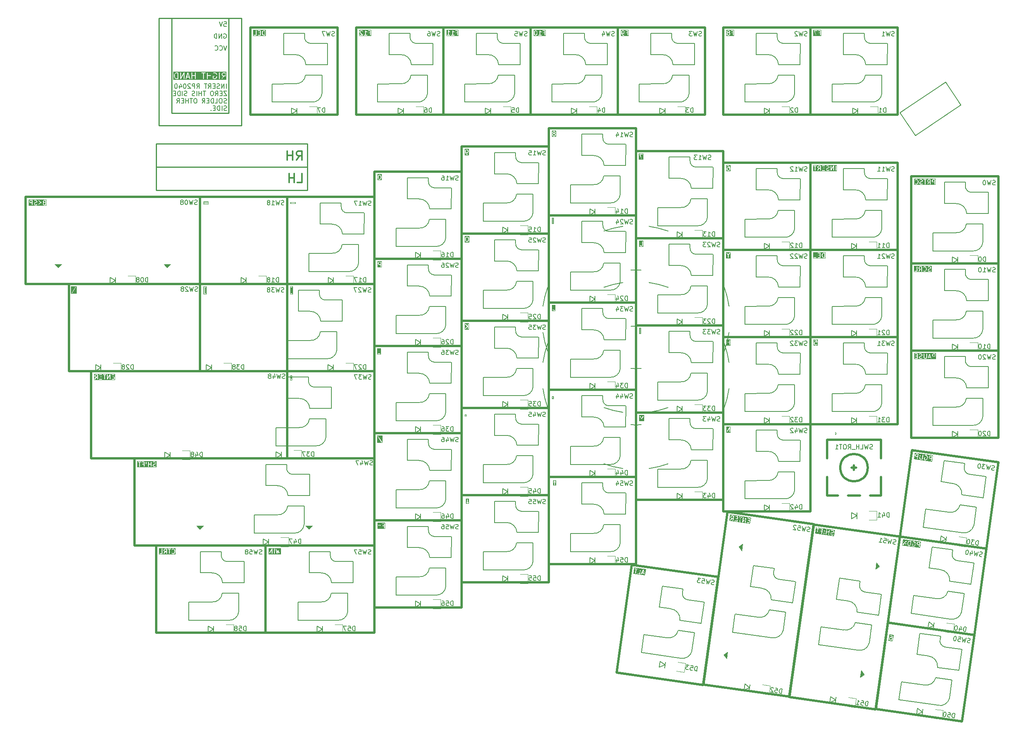
<source format=gbo>
%TF.GenerationSoftware,KiCad,Pcbnew,8.0.2*%
%TF.CreationDate,2024-06-02T17:13:22-07:00*%
%TF.ProjectId,ergodonk_simple_zero,6572676f-646f-46e6-9b5f-73696d706c65,0.2.1*%
%TF.SameCoordinates,Original*%
%TF.FileFunction,Legend,Bot*%
%TF.FilePolarity,Positive*%
%FSLAX46Y46*%
G04 Gerber Fmt 4.6, Leading zero omitted, Abs format (unit mm)*
G04 Created by KiCad (PCBNEW 8.0.2) date 2024-06-02 17:13:22*
%MOMM*%
%LPD*%
G01*
G04 APERTURE LIST*
%ADD10C,0.250000*%
%ADD11C,0.150000*%
%ADD12C,0.300000*%
%ADD13C,0.200000*%
%ADD14C,0.100000*%
%ADD15C,0.500000*%
%ADD16C,0.120000*%
G04 APERTURE END LIST*
D10*
X65580000Y-54778000D02*
X98590000Y-54778000D01*
X98590000Y-59858000D01*
X65580000Y-59858000D01*
X65580000Y-54778000D01*
X65580000Y-49698000D02*
X98590000Y-49698000D01*
X98590000Y-54778000D01*
X65580000Y-54778000D01*
X65580000Y-49698000D01*
D11*
G36*
X70228134Y-35438431D02*
G01*
X70008174Y-35439409D01*
X69848726Y-35387470D01*
X69745915Y-35286209D01*
X69692885Y-35182600D01*
X69633904Y-34951916D01*
X69632699Y-34784325D01*
X69688971Y-34554015D01*
X69741886Y-34445648D01*
X69844731Y-34341229D01*
X70000650Y-34288066D01*
X70226872Y-34287061D01*
X70228134Y-35438431D01*
G37*
G36*
X80627456Y-34819267D02*
G01*
X80397691Y-34819916D01*
X80393893Y-34819075D01*
X80388984Y-34819941D01*
X80226629Y-34820399D01*
X80129409Y-34772928D01*
X80083732Y-34728521D01*
X80033824Y-34631009D01*
X80032741Y-34480492D01*
X80080062Y-34383579D01*
X80124470Y-34337901D01*
X80221848Y-34288060D01*
X80626872Y-34286916D01*
X80627456Y-34819267D01*
G37*
G36*
X72736868Y-35066910D02*
G01*
X72323962Y-35067849D01*
X72529855Y-34448020D01*
X72736868Y-35066910D01*
G37*
G36*
X80921236Y-35732548D02*
G01*
X69339490Y-35732548D01*
X69339490Y-34770247D01*
X69483934Y-34770247D01*
X69485237Y-34951440D01*
X69484022Y-34959606D01*
X69485361Y-34968660D01*
X69485375Y-34970593D01*
X69485797Y-34971613D01*
X69486173Y-34974151D01*
X69547963Y-35215823D01*
X69548501Y-35223389D01*
X69552709Y-35234387D01*
X69553024Y-35235616D01*
X69553346Y-35236051D01*
X69553756Y-35237121D01*
X69616555Y-35359818D01*
X69620383Y-35369058D01*
X69622779Y-35371978D01*
X69623494Y-35373374D01*
X69624989Y-35374670D01*
X69629710Y-35380423D01*
X69746377Y-35495331D01*
X69747303Y-35497184D01*
X69755290Y-35504111D01*
X69764885Y-35513561D01*
X69767377Y-35514593D01*
X69769411Y-35516357D01*
X69782836Y-35522351D01*
X69967930Y-35582642D01*
X69977635Y-35586663D01*
X69981413Y-35587035D01*
X69982887Y-35587515D01*
X69984861Y-35587374D01*
X69992267Y-35588104D01*
X70316423Y-35586663D01*
X70343459Y-35575464D01*
X70364151Y-35554772D01*
X70375350Y-35527736D01*
X70376791Y-35513104D01*
X70375366Y-34213104D01*
X70845839Y-34213104D01*
X70847259Y-35508610D01*
X70846022Y-35518343D01*
X70847274Y-35522936D01*
X70847280Y-35527736D01*
X70851097Y-35536951D01*
X70853722Y-35546575D01*
X70856649Y-35550355D01*
X70858479Y-35554772D01*
X70865529Y-35561822D01*
X70871639Y-35569712D01*
X70875792Y-35572085D01*
X70879171Y-35575464D01*
X70888383Y-35579280D01*
X70897048Y-35584231D01*
X70901791Y-35584833D01*
X70906207Y-35586663D01*
X70916181Y-35586663D01*
X70926078Y-35587921D01*
X70930690Y-35586663D01*
X70935471Y-35586663D01*
X70944686Y-35582845D01*
X70954310Y-35580221D01*
X70958090Y-35577293D01*
X70962507Y-35575464D01*
X70969557Y-35568413D01*
X70977447Y-35562304D01*
X70981799Y-35556171D01*
X70983199Y-35554772D01*
X70983768Y-35553397D01*
X70985957Y-35550314D01*
X71589002Y-34492645D01*
X71590137Y-35527736D01*
X71601336Y-35554772D01*
X71622028Y-35575464D01*
X71649064Y-35586663D01*
X71678328Y-35586663D01*
X71705364Y-35575464D01*
X71726056Y-35554772D01*
X71737255Y-35527736D01*
X71738696Y-35513104D01*
X71738686Y-35503724D01*
X72022618Y-35503724D01*
X72024693Y-35532914D01*
X72037779Y-35559087D01*
X72059886Y-35578261D01*
X72087649Y-35587515D01*
X72116839Y-35585440D01*
X72143012Y-35572354D01*
X72162186Y-35550247D01*
X72168180Y-35536821D01*
X72274565Y-35216553D01*
X72786533Y-35215389D01*
X72898539Y-35550246D01*
X72917713Y-35572353D01*
X72943886Y-35585440D01*
X72973076Y-35587515D01*
X73000838Y-35578261D01*
X73022946Y-35559087D01*
X73036032Y-35532914D01*
X73038107Y-35503724D01*
X73034847Y-35489387D01*
X72607943Y-34213104D01*
X73322030Y-34213104D01*
X73323471Y-35527736D01*
X73334670Y-35554772D01*
X73355362Y-35575464D01*
X73382398Y-35586663D01*
X73411662Y-35586663D01*
X73438698Y-35575464D01*
X73459390Y-35554772D01*
X73470589Y-35527736D01*
X73472030Y-35513104D01*
X73471365Y-34907010D01*
X74065646Y-34905880D01*
X74066328Y-35527736D01*
X74077527Y-35554772D01*
X74098219Y-35575464D01*
X74125255Y-35586663D01*
X74154519Y-35586663D01*
X74181555Y-35575464D01*
X74202247Y-35554772D01*
X74213446Y-35527736D01*
X74214887Y-35513104D01*
X74213446Y-34198472D01*
X75490137Y-34198472D01*
X75490137Y-34227736D01*
X75501336Y-34254772D01*
X75522028Y-34275464D01*
X75549064Y-34286663D01*
X75563696Y-34288104D01*
X75860205Y-34287539D01*
X75861565Y-35527736D01*
X75872764Y-35554772D01*
X75893456Y-35575464D01*
X75920492Y-35586663D01*
X75949756Y-35586663D01*
X75976792Y-35575464D01*
X75997484Y-35554772D01*
X76008683Y-35527736D01*
X76010124Y-35513104D01*
X76008780Y-34287257D01*
X76321185Y-34286663D01*
X76348221Y-34275464D01*
X76368913Y-34254772D01*
X76380112Y-34227736D01*
X76380112Y-34213104D01*
X76664887Y-34213104D01*
X76666328Y-35527736D01*
X76677527Y-35554772D01*
X76698219Y-35575464D01*
X76725255Y-35586663D01*
X76754519Y-35586663D01*
X76781555Y-35575464D01*
X76802247Y-35554772D01*
X76813446Y-35527736D01*
X76814887Y-35513104D01*
X76814222Y-34907010D01*
X77408503Y-34905880D01*
X77409185Y-35527736D01*
X77420384Y-35554772D01*
X77441076Y-35575464D01*
X77468112Y-35586663D01*
X77497376Y-35586663D01*
X77524412Y-35575464D01*
X77545104Y-35554772D01*
X77556303Y-35527736D01*
X77557744Y-35513104D01*
X77557133Y-34955961D01*
X77964887Y-34955961D01*
X77966328Y-35403926D01*
X77977526Y-35430962D01*
X77986854Y-35442328D01*
X78041845Y-35495790D01*
X78042542Y-35497184D01*
X78049368Y-35503104D01*
X78060123Y-35513560D01*
X78062613Y-35514591D01*
X78064649Y-35516357D01*
X78078074Y-35522351D01*
X78263169Y-35582643D01*
X78272874Y-35586663D01*
X78276652Y-35587035D01*
X78278126Y-35587515D01*
X78280100Y-35587374D01*
X78287506Y-35588104D01*
X78410911Y-35586819D01*
X78420695Y-35587515D01*
X78424369Y-35586679D01*
X78425947Y-35586663D01*
X78427778Y-35585904D01*
X78435032Y-35584255D01*
X78609530Y-35524759D01*
X78611660Y-35524759D01*
X78621576Y-35520651D01*
X78634172Y-35516357D01*
X78636208Y-35514590D01*
X78638697Y-35513560D01*
X78650062Y-35504233D01*
X78772271Y-35380153D01*
X78780089Y-35373374D01*
X78782107Y-35370167D01*
X78783200Y-35369058D01*
X78783958Y-35367225D01*
X78787921Y-35360931D01*
X78846314Y-35241343D01*
X78850558Y-35235616D01*
X78854505Y-35224567D01*
X78855081Y-35223389D01*
X78855119Y-35222849D01*
X78855505Y-35221770D01*
X78914960Y-34978430D01*
X78918207Y-34970593D01*
X78919106Y-34961463D01*
X78919560Y-34959606D01*
X78919396Y-34958510D01*
X78919648Y-34955961D01*
X78918344Y-34774767D01*
X78919560Y-34766602D01*
X78918220Y-34757547D01*
X78918207Y-34755615D01*
X78917784Y-34754594D01*
X78917409Y-34752057D01*
X78855618Y-34510384D01*
X78855081Y-34502819D01*
X78850872Y-34491820D01*
X78850558Y-34490592D01*
X78850235Y-34490156D01*
X78849826Y-34489087D01*
X78787029Y-34366396D01*
X78783200Y-34357151D01*
X78780801Y-34354228D01*
X78780088Y-34352835D01*
X78778594Y-34351539D01*
X78773872Y-34345786D01*
X78657205Y-34230877D01*
X78656279Y-34229026D01*
X78648286Y-34222093D01*
X78639159Y-34213104D01*
X79326792Y-34213104D01*
X79328233Y-35527736D01*
X79339432Y-35554772D01*
X79360124Y-35575464D01*
X79387160Y-35586663D01*
X79416424Y-35586663D01*
X79443460Y-35575464D01*
X79464152Y-35554772D01*
X79475351Y-35527736D01*
X79476792Y-35513104D01*
X79475638Y-34460723D01*
X79883935Y-34460723D01*
X79885188Y-34635062D01*
X79884524Y-34637057D01*
X79885279Y-34647694D01*
X79885376Y-34661070D01*
X79886407Y-34663559D01*
X79886598Y-34666247D01*
X79891853Y-34679979D01*
X79954653Y-34802679D01*
X79958479Y-34811915D01*
X79960874Y-34814833D01*
X79961589Y-34816230D01*
X79963085Y-34817527D01*
X79967806Y-34823280D01*
X80030761Y-34884485D01*
X80036760Y-34891402D01*
X80039925Y-34893394D01*
X80041076Y-34894513D01*
X80042908Y-34895271D01*
X80049203Y-34899234D01*
X80163524Y-34955055D01*
X80164886Y-34956417D01*
X80174289Y-34960312D01*
X80186745Y-34966394D01*
X80189432Y-34966584D01*
X80191922Y-34967616D01*
X80206554Y-34969057D01*
X80248629Y-34968938D01*
X79890282Y-35482908D01*
X79883953Y-35511479D01*
X79889038Y-35540296D01*
X79904765Y-35564975D01*
X79928739Y-35581757D01*
X79957310Y-35588086D01*
X79986127Y-35583001D01*
X80010806Y-35567274D01*
X80020377Y-35556114D01*
X80430124Y-34968425D01*
X80627619Y-34967866D01*
X80628233Y-35527736D01*
X80639432Y-35554772D01*
X80660124Y-35575464D01*
X80687160Y-35586663D01*
X80716424Y-35586663D01*
X80743460Y-35575464D01*
X80764152Y-35554772D01*
X80775351Y-35527736D01*
X80776792Y-35513104D01*
X80775351Y-34198472D01*
X80764152Y-34171436D01*
X80743460Y-34150744D01*
X80716424Y-34139545D01*
X80701792Y-34138104D01*
X80218267Y-34139470D01*
X80215935Y-34138693D01*
X80204441Y-34139509D01*
X80191922Y-34139545D01*
X80189432Y-34140576D01*
X80186745Y-34140767D01*
X80173013Y-34146022D01*
X80050313Y-34208822D01*
X80041076Y-34212648D01*
X80038156Y-34215044D01*
X80036760Y-34215759D01*
X80035461Y-34217255D01*
X80029711Y-34221976D01*
X79968506Y-34284931D01*
X79961589Y-34290931D01*
X79959596Y-34294096D01*
X79958479Y-34295246D01*
X79957720Y-34297076D01*
X79953757Y-34303374D01*
X79897936Y-34417693D01*
X79896575Y-34419055D01*
X79892679Y-34428458D01*
X79886598Y-34440914D01*
X79886407Y-34443601D01*
X79885376Y-34446091D01*
X79883935Y-34460723D01*
X79475638Y-34460723D01*
X79475351Y-34198472D01*
X79464152Y-34171436D01*
X79443460Y-34150744D01*
X79416424Y-34139545D01*
X79387160Y-34139545D01*
X79360124Y-34150744D01*
X79339432Y-34171436D01*
X79328233Y-34198472D01*
X79326792Y-34213104D01*
X78639159Y-34213104D01*
X78638697Y-34212649D01*
X78636208Y-34211618D01*
X78634172Y-34209852D01*
X78620746Y-34203858D01*
X78435652Y-34143565D01*
X78425947Y-34139545D01*
X78422168Y-34139172D01*
X78420695Y-34138693D01*
X78418720Y-34138833D01*
X78411315Y-34138104D01*
X78236976Y-34139357D01*
X78234982Y-34138693D01*
X78224344Y-34139448D01*
X78210969Y-34139545D01*
X78208479Y-34140576D01*
X78205792Y-34140767D01*
X78192060Y-34146022D01*
X78055807Y-34215759D01*
X78036634Y-34237867D01*
X78027380Y-34265628D01*
X78029454Y-34294818D01*
X78042541Y-34320993D01*
X78064649Y-34340166D01*
X78092410Y-34349420D01*
X78121600Y-34347346D01*
X78135332Y-34342091D01*
X78241027Y-34287993D01*
X78395659Y-34286880D01*
X78554855Y-34338737D01*
X78657667Y-34440000D01*
X78710695Y-34543604D01*
X78769677Y-34774291D01*
X78770882Y-34941882D01*
X78714610Y-35172192D01*
X78661695Y-35280561D01*
X78558850Y-35384979D01*
X78402781Y-35438192D01*
X78302873Y-35439232D01*
X78143750Y-35387401D01*
X78114790Y-35359246D01*
X78113733Y-35030555D01*
X78302138Y-35029520D01*
X78329174Y-35018321D01*
X78349866Y-34997629D01*
X78361065Y-34970593D01*
X78361065Y-34941329D01*
X78349866Y-34914293D01*
X78329174Y-34893601D01*
X78302138Y-34882402D01*
X78287506Y-34880961D01*
X78025255Y-34882402D01*
X77998219Y-34893601D01*
X77977527Y-34914293D01*
X77966328Y-34941329D01*
X77964887Y-34955961D01*
X77557133Y-34955961D01*
X77556303Y-34198472D01*
X77545104Y-34171436D01*
X77524412Y-34150744D01*
X77497376Y-34139545D01*
X77468112Y-34139545D01*
X77441076Y-34150744D01*
X77420384Y-34171436D01*
X77409185Y-34198472D01*
X77407744Y-34213104D01*
X77408340Y-34757293D01*
X76814059Y-34758424D01*
X76813446Y-34198472D01*
X76802247Y-34171436D01*
X76781555Y-34150744D01*
X76754519Y-34139545D01*
X76725255Y-34139545D01*
X76698219Y-34150744D01*
X76677527Y-34171436D01*
X76666328Y-34198472D01*
X76664887Y-34213104D01*
X76380112Y-34213104D01*
X76380112Y-34198472D01*
X76368913Y-34171436D01*
X76348221Y-34150744D01*
X76321185Y-34139545D01*
X76306553Y-34138104D01*
X75549064Y-34139545D01*
X75522028Y-34150744D01*
X75501336Y-34171436D01*
X75490137Y-34198472D01*
X74213446Y-34198472D01*
X74202247Y-34171436D01*
X74181555Y-34150744D01*
X74154519Y-34139545D01*
X74125255Y-34139545D01*
X74098219Y-34150744D01*
X74077527Y-34171436D01*
X74066328Y-34198472D01*
X74064887Y-34213104D01*
X74065483Y-34757293D01*
X73471202Y-34758424D01*
X73470589Y-34198472D01*
X73459390Y-34171436D01*
X73438698Y-34150744D01*
X73411662Y-34139545D01*
X73382398Y-34139545D01*
X73355362Y-34150744D01*
X73334670Y-34171436D01*
X73323471Y-34198472D01*
X73322030Y-34213104D01*
X72607943Y-34213104D01*
X72603072Y-34198541D01*
X72602700Y-34193294D01*
X72598524Y-34184942D01*
X72595520Y-34175961D01*
X72592010Y-34171914D01*
X72589613Y-34167120D01*
X72582504Y-34160954D01*
X72576346Y-34153854D01*
X72571557Y-34151459D01*
X72567506Y-34147946D01*
X72558576Y-34144969D01*
X72550173Y-34140768D01*
X72544832Y-34140388D01*
X72539743Y-34138692D01*
X72530355Y-34139359D01*
X72520983Y-34138693D01*
X72515901Y-34140386D01*
X72510553Y-34140767D01*
X72502139Y-34144973D01*
X72493220Y-34147947D01*
X72489172Y-34151457D01*
X72484380Y-34153854D01*
X72478217Y-34160958D01*
X72471113Y-34167121D01*
X72468717Y-34171912D01*
X72465206Y-34175961D01*
X72459212Y-34189386D01*
X72149616Y-35121403D01*
X72147280Y-35127044D01*
X72147280Y-35128437D01*
X72022618Y-35503724D01*
X71738686Y-35503724D01*
X71737275Y-34217595D01*
X71738513Y-34207866D01*
X71737260Y-34203272D01*
X71737255Y-34198472D01*
X71733436Y-34189254D01*
X71730813Y-34179634D01*
X71727886Y-34175855D01*
X71726056Y-34171436D01*
X71718999Y-34164379D01*
X71712895Y-34156497D01*
X71708746Y-34154126D01*
X71705364Y-34150744D01*
X71696143Y-34146924D01*
X71687487Y-34141978D01*
X71682747Y-34141375D01*
X71678328Y-34139545D01*
X71668346Y-34139545D01*
X71658457Y-34138288D01*
X71653848Y-34139545D01*
X71649064Y-34139545D01*
X71639846Y-34143363D01*
X71630225Y-34145987D01*
X71626444Y-34148914D01*
X71622028Y-34150744D01*
X71614974Y-34157797D01*
X71607088Y-34163905D01*
X71602736Y-34170035D01*
X71601336Y-34171436D01*
X71600766Y-34172810D01*
X71598578Y-34175894D01*
X70995532Y-35233561D01*
X70994398Y-34198472D01*
X70983199Y-34171436D01*
X70962507Y-34150744D01*
X70935471Y-34139545D01*
X70906207Y-34139545D01*
X70879171Y-34150744D01*
X70858479Y-34171436D01*
X70847280Y-34198472D01*
X70845839Y-34213104D01*
X70375366Y-34213104D01*
X70375350Y-34198472D01*
X70364151Y-34171436D01*
X70343459Y-34150744D01*
X70316423Y-34139545D01*
X70301791Y-34138104D01*
X69993862Y-34139472D01*
X69982887Y-34138693D01*
X69979170Y-34139538D01*
X69977635Y-34139545D01*
X69975803Y-34140303D01*
X69968550Y-34141953D01*
X69794052Y-34201450D01*
X69791922Y-34201450D01*
X69782001Y-34205558D01*
X69769410Y-34209852D01*
X69767375Y-34211616D01*
X69764885Y-34212648D01*
X69753520Y-34221976D01*
X69631312Y-34346053D01*
X69623494Y-34352835D01*
X69621474Y-34356042D01*
X69620383Y-34357151D01*
X69619624Y-34358981D01*
X69615661Y-34365278D01*
X69557267Y-34484865D01*
X69553024Y-34490592D01*
X69549077Y-34501636D01*
X69548501Y-34502818D01*
X69548462Y-34503358D01*
X69548077Y-34504438D01*
X69488621Y-34747777D01*
X69485375Y-34755615D01*
X69484475Y-34764744D01*
X69484022Y-34766602D01*
X69484185Y-34767697D01*
X69483934Y-34770247D01*
X69339490Y-34770247D01*
X69339490Y-33993660D01*
X80921236Y-33993660D01*
X80921236Y-35732548D01*
G37*
D12*
X96243584Y-53319638D02*
X96910251Y-52367257D01*
X97386441Y-53319638D02*
X97386441Y-51319638D01*
X97386441Y-51319638D02*
X96624536Y-51319638D01*
X96624536Y-51319638D02*
X96434060Y-51414876D01*
X96434060Y-51414876D02*
X96338822Y-51510114D01*
X96338822Y-51510114D02*
X96243584Y-51700590D01*
X96243584Y-51700590D02*
X96243584Y-51986304D01*
X96243584Y-51986304D02*
X96338822Y-52176780D01*
X96338822Y-52176780D02*
X96434060Y-52272019D01*
X96434060Y-52272019D02*
X96624536Y-52367257D01*
X96624536Y-52367257D02*
X97386441Y-52367257D01*
X95386441Y-53319638D02*
X95386441Y-51319638D01*
X95386441Y-52272019D02*
X94243584Y-52272019D01*
X94243584Y-53319638D02*
X94243584Y-51319638D01*
D11*
X80913220Y-37629987D02*
X80913220Y-36629987D01*
X80437030Y-37629987D02*
X80437030Y-36629987D01*
X80437030Y-36629987D02*
X79865602Y-37629987D01*
X79865602Y-37629987D02*
X79865602Y-36629987D01*
X79437030Y-37582368D02*
X79294173Y-37629987D01*
X79294173Y-37629987D02*
X79056078Y-37629987D01*
X79056078Y-37629987D02*
X78960840Y-37582368D01*
X78960840Y-37582368D02*
X78913221Y-37534748D01*
X78913221Y-37534748D02*
X78865602Y-37439510D01*
X78865602Y-37439510D02*
X78865602Y-37344272D01*
X78865602Y-37344272D02*
X78913221Y-37249034D01*
X78913221Y-37249034D02*
X78960840Y-37201415D01*
X78960840Y-37201415D02*
X79056078Y-37153796D01*
X79056078Y-37153796D02*
X79246554Y-37106177D01*
X79246554Y-37106177D02*
X79341792Y-37058558D01*
X79341792Y-37058558D02*
X79389411Y-37010939D01*
X79389411Y-37010939D02*
X79437030Y-36915701D01*
X79437030Y-36915701D02*
X79437030Y-36820463D01*
X79437030Y-36820463D02*
X79389411Y-36725225D01*
X79389411Y-36725225D02*
X79341792Y-36677606D01*
X79341792Y-36677606D02*
X79246554Y-36629987D01*
X79246554Y-36629987D02*
X79008459Y-36629987D01*
X79008459Y-36629987D02*
X78865602Y-36677606D01*
X78437030Y-37106177D02*
X78103697Y-37106177D01*
X77960840Y-37629987D02*
X78437030Y-37629987D01*
X78437030Y-37629987D02*
X78437030Y-36629987D01*
X78437030Y-36629987D02*
X77960840Y-36629987D01*
X76960840Y-37629987D02*
X77294173Y-37153796D01*
X77532268Y-37629987D02*
X77532268Y-36629987D01*
X77532268Y-36629987D02*
X77151316Y-36629987D01*
X77151316Y-36629987D02*
X77056078Y-36677606D01*
X77056078Y-36677606D02*
X77008459Y-36725225D01*
X77008459Y-36725225D02*
X76960840Y-36820463D01*
X76960840Y-36820463D02*
X76960840Y-36963320D01*
X76960840Y-36963320D02*
X77008459Y-37058558D01*
X77008459Y-37058558D02*
X77056078Y-37106177D01*
X77056078Y-37106177D02*
X77151316Y-37153796D01*
X77151316Y-37153796D02*
X77532268Y-37153796D01*
X76675125Y-36629987D02*
X76103697Y-36629987D01*
X76389411Y-37629987D02*
X76389411Y-36629987D01*
X74437030Y-37629987D02*
X74770363Y-37153796D01*
X75008458Y-37629987D02*
X75008458Y-36629987D01*
X75008458Y-36629987D02*
X74627506Y-36629987D01*
X74627506Y-36629987D02*
X74532268Y-36677606D01*
X74532268Y-36677606D02*
X74484649Y-36725225D01*
X74484649Y-36725225D02*
X74437030Y-36820463D01*
X74437030Y-36820463D02*
X74437030Y-36963320D01*
X74437030Y-36963320D02*
X74484649Y-37058558D01*
X74484649Y-37058558D02*
X74532268Y-37106177D01*
X74532268Y-37106177D02*
X74627506Y-37153796D01*
X74627506Y-37153796D02*
X75008458Y-37153796D01*
X74008458Y-37629987D02*
X74008458Y-36629987D01*
X74008458Y-36629987D02*
X73627506Y-36629987D01*
X73627506Y-36629987D02*
X73532268Y-36677606D01*
X73532268Y-36677606D02*
X73484649Y-36725225D01*
X73484649Y-36725225D02*
X73437030Y-36820463D01*
X73437030Y-36820463D02*
X73437030Y-36963320D01*
X73437030Y-36963320D02*
X73484649Y-37058558D01*
X73484649Y-37058558D02*
X73532268Y-37106177D01*
X73532268Y-37106177D02*
X73627506Y-37153796D01*
X73627506Y-37153796D02*
X74008458Y-37153796D01*
X73056077Y-36725225D02*
X73008458Y-36677606D01*
X73008458Y-36677606D02*
X72913220Y-36629987D01*
X72913220Y-36629987D02*
X72675125Y-36629987D01*
X72675125Y-36629987D02*
X72579887Y-36677606D01*
X72579887Y-36677606D02*
X72532268Y-36725225D01*
X72532268Y-36725225D02*
X72484649Y-36820463D01*
X72484649Y-36820463D02*
X72484649Y-36915701D01*
X72484649Y-36915701D02*
X72532268Y-37058558D01*
X72532268Y-37058558D02*
X73103696Y-37629987D01*
X73103696Y-37629987D02*
X72484649Y-37629987D01*
X71865601Y-36629987D02*
X71770363Y-36629987D01*
X71770363Y-36629987D02*
X71675125Y-36677606D01*
X71675125Y-36677606D02*
X71627506Y-36725225D01*
X71627506Y-36725225D02*
X71579887Y-36820463D01*
X71579887Y-36820463D02*
X71532268Y-37010939D01*
X71532268Y-37010939D02*
X71532268Y-37249034D01*
X71532268Y-37249034D02*
X71579887Y-37439510D01*
X71579887Y-37439510D02*
X71627506Y-37534748D01*
X71627506Y-37534748D02*
X71675125Y-37582368D01*
X71675125Y-37582368D02*
X71770363Y-37629987D01*
X71770363Y-37629987D02*
X71865601Y-37629987D01*
X71865601Y-37629987D02*
X71960839Y-37582368D01*
X71960839Y-37582368D02*
X72008458Y-37534748D01*
X72008458Y-37534748D02*
X72056077Y-37439510D01*
X72056077Y-37439510D02*
X72103696Y-37249034D01*
X72103696Y-37249034D02*
X72103696Y-37010939D01*
X72103696Y-37010939D02*
X72056077Y-36820463D01*
X72056077Y-36820463D02*
X72008458Y-36725225D01*
X72008458Y-36725225D02*
X71960839Y-36677606D01*
X71960839Y-36677606D02*
X71865601Y-36629987D01*
X70675125Y-36963320D02*
X70675125Y-37629987D01*
X70913220Y-36582368D02*
X71151315Y-37296653D01*
X71151315Y-37296653D02*
X70532268Y-37296653D01*
X69960839Y-36629987D02*
X69865601Y-36629987D01*
X69865601Y-36629987D02*
X69770363Y-36677606D01*
X69770363Y-36677606D02*
X69722744Y-36725225D01*
X69722744Y-36725225D02*
X69675125Y-36820463D01*
X69675125Y-36820463D02*
X69627506Y-37010939D01*
X69627506Y-37010939D02*
X69627506Y-37249034D01*
X69627506Y-37249034D02*
X69675125Y-37439510D01*
X69675125Y-37439510D02*
X69722744Y-37534748D01*
X69722744Y-37534748D02*
X69770363Y-37582368D01*
X69770363Y-37582368D02*
X69865601Y-37629987D01*
X69865601Y-37629987D02*
X69960839Y-37629987D01*
X69960839Y-37629987D02*
X70056077Y-37582368D01*
X70056077Y-37582368D02*
X70103696Y-37534748D01*
X70103696Y-37534748D02*
X70151315Y-37439510D01*
X70151315Y-37439510D02*
X70198934Y-37249034D01*
X70198934Y-37249034D02*
X70198934Y-37010939D01*
X70198934Y-37010939D02*
X70151315Y-36820463D01*
X70151315Y-36820463D02*
X70103696Y-36725225D01*
X70103696Y-36725225D02*
X70056077Y-36677606D01*
X70056077Y-36677606D02*
X69960839Y-36629987D01*
X81008458Y-38239931D02*
X80341792Y-38239931D01*
X80341792Y-38239931D02*
X81008458Y-39239931D01*
X81008458Y-39239931D02*
X80341792Y-39239931D01*
X79960839Y-38716121D02*
X79627506Y-38716121D01*
X79484649Y-39239931D02*
X79960839Y-39239931D01*
X79960839Y-39239931D02*
X79960839Y-38239931D01*
X79960839Y-38239931D02*
X79484649Y-38239931D01*
X78484649Y-39239931D02*
X78817982Y-38763740D01*
X79056077Y-39239931D02*
X79056077Y-38239931D01*
X79056077Y-38239931D02*
X78675125Y-38239931D01*
X78675125Y-38239931D02*
X78579887Y-38287550D01*
X78579887Y-38287550D02*
X78532268Y-38335169D01*
X78532268Y-38335169D02*
X78484649Y-38430407D01*
X78484649Y-38430407D02*
X78484649Y-38573264D01*
X78484649Y-38573264D02*
X78532268Y-38668502D01*
X78532268Y-38668502D02*
X78579887Y-38716121D01*
X78579887Y-38716121D02*
X78675125Y-38763740D01*
X78675125Y-38763740D02*
X79056077Y-38763740D01*
X77865601Y-38239931D02*
X77675125Y-38239931D01*
X77675125Y-38239931D02*
X77579887Y-38287550D01*
X77579887Y-38287550D02*
X77484649Y-38382788D01*
X77484649Y-38382788D02*
X77437030Y-38573264D01*
X77437030Y-38573264D02*
X77437030Y-38906597D01*
X77437030Y-38906597D02*
X77484649Y-39097073D01*
X77484649Y-39097073D02*
X77579887Y-39192312D01*
X77579887Y-39192312D02*
X77675125Y-39239931D01*
X77675125Y-39239931D02*
X77865601Y-39239931D01*
X77865601Y-39239931D02*
X77960839Y-39192312D01*
X77960839Y-39192312D02*
X78056077Y-39097073D01*
X78056077Y-39097073D02*
X78103696Y-38906597D01*
X78103696Y-38906597D02*
X78103696Y-38573264D01*
X78103696Y-38573264D02*
X78056077Y-38382788D01*
X78056077Y-38382788D02*
X77960839Y-38287550D01*
X77960839Y-38287550D02*
X77865601Y-38239931D01*
X76389410Y-38239931D02*
X75817982Y-38239931D01*
X76103696Y-39239931D02*
X76103696Y-38239931D01*
X75484648Y-39239931D02*
X75484648Y-38239931D01*
X75484648Y-38716121D02*
X74913220Y-38716121D01*
X74913220Y-39239931D02*
X74913220Y-38239931D01*
X74437029Y-39239931D02*
X74437029Y-38239931D01*
X74008458Y-39192312D02*
X73865601Y-39239931D01*
X73865601Y-39239931D02*
X73627506Y-39239931D01*
X73627506Y-39239931D02*
X73532268Y-39192312D01*
X73532268Y-39192312D02*
X73484649Y-39144692D01*
X73484649Y-39144692D02*
X73437030Y-39049454D01*
X73437030Y-39049454D02*
X73437030Y-38954216D01*
X73437030Y-38954216D02*
X73484649Y-38858978D01*
X73484649Y-38858978D02*
X73532268Y-38811359D01*
X73532268Y-38811359D02*
X73627506Y-38763740D01*
X73627506Y-38763740D02*
X73817982Y-38716121D01*
X73817982Y-38716121D02*
X73913220Y-38668502D01*
X73913220Y-38668502D02*
X73960839Y-38620883D01*
X73960839Y-38620883D02*
X74008458Y-38525645D01*
X74008458Y-38525645D02*
X74008458Y-38430407D01*
X74008458Y-38430407D02*
X73960839Y-38335169D01*
X73960839Y-38335169D02*
X73913220Y-38287550D01*
X73913220Y-38287550D02*
X73817982Y-38239931D01*
X73817982Y-38239931D02*
X73579887Y-38239931D01*
X73579887Y-38239931D02*
X73437030Y-38287550D01*
X72294172Y-39192312D02*
X72151315Y-39239931D01*
X72151315Y-39239931D02*
X71913220Y-39239931D01*
X71913220Y-39239931D02*
X71817982Y-39192312D01*
X71817982Y-39192312D02*
X71770363Y-39144692D01*
X71770363Y-39144692D02*
X71722744Y-39049454D01*
X71722744Y-39049454D02*
X71722744Y-38954216D01*
X71722744Y-38954216D02*
X71770363Y-38858978D01*
X71770363Y-38858978D02*
X71817982Y-38811359D01*
X71817982Y-38811359D02*
X71913220Y-38763740D01*
X71913220Y-38763740D02*
X72103696Y-38716121D01*
X72103696Y-38716121D02*
X72198934Y-38668502D01*
X72198934Y-38668502D02*
X72246553Y-38620883D01*
X72246553Y-38620883D02*
X72294172Y-38525645D01*
X72294172Y-38525645D02*
X72294172Y-38430407D01*
X72294172Y-38430407D02*
X72246553Y-38335169D01*
X72246553Y-38335169D02*
X72198934Y-38287550D01*
X72198934Y-38287550D02*
X72103696Y-38239931D01*
X72103696Y-38239931D02*
X71865601Y-38239931D01*
X71865601Y-38239931D02*
X71722744Y-38287550D01*
X71294172Y-39239931D02*
X71294172Y-38239931D01*
X70817982Y-39239931D02*
X70817982Y-38239931D01*
X70817982Y-38239931D02*
X70579887Y-38239931D01*
X70579887Y-38239931D02*
X70437030Y-38287550D01*
X70437030Y-38287550D02*
X70341792Y-38382788D01*
X70341792Y-38382788D02*
X70294173Y-38478026D01*
X70294173Y-38478026D02*
X70246554Y-38668502D01*
X70246554Y-38668502D02*
X70246554Y-38811359D01*
X70246554Y-38811359D02*
X70294173Y-39001835D01*
X70294173Y-39001835D02*
X70341792Y-39097073D01*
X70341792Y-39097073D02*
X70437030Y-39192312D01*
X70437030Y-39192312D02*
X70579887Y-39239931D01*
X70579887Y-39239931D02*
X70817982Y-39239931D01*
X69817982Y-38716121D02*
X69484649Y-38716121D01*
X69341792Y-39239931D02*
X69817982Y-39239931D01*
X69817982Y-39239931D02*
X69817982Y-38239931D01*
X69817982Y-38239931D02*
X69341792Y-38239931D01*
X80960839Y-40802256D02*
X80817982Y-40849875D01*
X80817982Y-40849875D02*
X80579887Y-40849875D01*
X80579887Y-40849875D02*
X80484649Y-40802256D01*
X80484649Y-40802256D02*
X80437030Y-40754636D01*
X80437030Y-40754636D02*
X80389411Y-40659398D01*
X80389411Y-40659398D02*
X80389411Y-40564160D01*
X80389411Y-40564160D02*
X80437030Y-40468922D01*
X80437030Y-40468922D02*
X80484649Y-40421303D01*
X80484649Y-40421303D02*
X80579887Y-40373684D01*
X80579887Y-40373684D02*
X80770363Y-40326065D01*
X80770363Y-40326065D02*
X80865601Y-40278446D01*
X80865601Y-40278446D02*
X80913220Y-40230827D01*
X80913220Y-40230827D02*
X80960839Y-40135589D01*
X80960839Y-40135589D02*
X80960839Y-40040351D01*
X80960839Y-40040351D02*
X80913220Y-39945113D01*
X80913220Y-39945113D02*
X80865601Y-39897494D01*
X80865601Y-39897494D02*
X80770363Y-39849875D01*
X80770363Y-39849875D02*
X80532268Y-39849875D01*
X80532268Y-39849875D02*
X80389411Y-39897494D01*
X79770363Y-39849875D02*
X79579887Y-39849875D01*
X79579887Y-39849875D02*
X79484649Y-39897494D01*
X79484649Y-39897494D02*
X79389411Y-39992732D01*
X79389411Y-39992732D02*
X79341792Y-40183208D01*
X79341792Y-40183208D02*
X79341792Y-40516541D01*
X79341792Y-40516541D02*
X79389411Y-40707017D01*
X79389411Y-40707017D02*
X79484649Y-40802256D01*
X79484649Y-40802256D02*
X79579887Y-40849875D01*
X79579887Y-40849875D02*
X79770363Y-40849875D01*
X79770363Y-40849875D02*
X79865601Y-40802256D01*
X79865601Y-40802256D02*
X79960839Y-40707017D01*
X79960839Y-40707017D02*
X80008458Y-40516541D01*
X80008458Y-40516541D02*
X80008458Y-40183208D01*
X80008458Y-40183208D02*
X79960839Y-39992732D01*
X79960839Y-39992732D02*
X79865601Y-39897494D01*
X79865601Y-39897494D02*
X79770363Y-39849875D01*
X78437030Y-40849875D02*
X78913220Y-40849875D01*
X78913220Y-40849875D02*
X78913220Y-39849875D01*
X78103696Y-40849875D02*
X78103696Y-39849875D01*
X78103696Y-39849875D02*
X77865601Y-39849875D01*
X77865601Y-39849875D02*
X77722744Y-39897494D01*
X77722744Y-39897494D02*
X77627506Y-39992732D01*
X77627506Y-39992732D02*
X77579887Y-40087970D01*
X77579887Y-40087970D02*
X77532268Y-40278446D01*
X77532268Y-40278446D02*
X77532268Y-40421303D01*
X77532268Y-40421303D02*
X77579887Y-40611779D01*
X77579887Y-40611779D02*
X77627506Y-40707017D01*
X77627506Y-40707017D02*
X77722744Y-40802256D01*
X77722744Y-40802256D02*
X77865601Y-40849875D01*
X77865601Y-40849875D02*
X78103696Y-40849875D01*
X77103696Y-40326065D02*
X76770363Y-40326065D01*
X76627506Y-40849875D02*
X77103696Y-40849875D01*
X77103696Y-40849875D02*
X77103696Y-39849875D01*
X77103696Y-39849875D02*
X76627506Y-39849875D01*
X75627506Y-40849875D02*
X75960839Y-40373684D01*
X76198934Y-40849875D02*
X76198934Y-39849875D01*
X76198934Y-39849875D02*
X75817982Y-39849875D01*
X75817982Y-39849875D02*
X75722744Y-39897494D01*
X75722744Y-39897494D02*
X75675125Y-39945113D01*
X75675125Y-39945113D02*
X75627506Y-40040351D01*
X75627506Y-40040351D02*
X75627506Y-40183208D01*
X75627506Y-40183208D02*
X75675125Y-40278446D01*
X75675125Y-40278446D02*
X75722744Y-40326065D01*
X75722744Y-40326065D02*
X75817982Y-40373684D01*
X75817982Y-40373684D02*
X76198934Y-40373684D01*
X74246553Y-39849875D02*
X74056077Y-39849875D01*
X74056077Y-39849875D02*
X73960839Y-39897494D01*
X73960839Y-39897494D02*
X73865601Y-39992732D01*
X73865601Y-39992732D02*
X73817982Y-40183208D01*
X73817982Y-40183208D02*
X73817982Y-40516541D01*
X73817982Y-40516541D02*
X73865601Y-40707017D01*
X73865601Y-40707017D02*
X73960839Y-40802256D01*
X73960839Y-40802256D02*
X74056077Y-40849875D01*
X74056077Y-40849875D02*
X74246553Y-40849875D01*
X74246553Y-40849875D02*
X74341791Y-40802256D01*
X74341791Y-40802256D02*
X74437029Y-40707017D01*
X74437029Y-40707017D02*
X74484648Y-40516541D01*
X74484648Y-40516541D02*
X74484648Y-40183208D01*
X74484648Y-40183208D02*
X74437029Y-39992732D01*
X74437029Y-39992732D02*
X74341791Y-39897494D01*
X74341791Y-39897494D02*
X74246553Y-39849875D01*
X73532267Y-39849875D02*
X72960839Y-39849875D01*
X73246553Y-40849875D02*
X73246553Y-39849875D01*
X72627505Y-40849875D02*
X72627505Y-39849875D01*
X72627505Y-40326065D02*
X72056077Y-40326065D01*
X72056077Y-40849875D02*
X72056077Y-39849875D01*
X71579886Y-40326065D02*
X71246553Y-40326065D01*
X71103696Y-40849875D02*
X71579886Y-40849875D01*
X71579886Y-40849875D02*
X71579886Y-39849875D01*
X71579886Y-39849875D02*
X71103696Y-39849875D01*
X70103696Y-40849875D02*
X70437029Y-40373684D01*
X70675124Y-40849875D02*
X70675124Y-39849875D01*
X70675124Y-39849875D02*
X70294172Y-39849875D01*
X70294172Y-39849875D02*
X70198934Y-39897494D01*
X70198934Y-39897494D02*
X70151315Y-39945113D01*
X70151315Y-39945113D02*
X70103696Y-40040351D01*
X70103696Y-40040351D02*
X70103696Y-40183208D01*
X70103696Y-40183208D02*
X70151315Y-40278446D01*
X70151315Y-40278446D02*
X70198934Y-40326065D01*
X70198934Y-40326065D02*
X70294172Y-40373684D01*
X70294172Y-40373684D02*
X70675124Y-40373684D01*
X80960839Y-42412200D02*
X80817982Y-42459819D01*
X80817982Y-42459819D02*
X80579887Y-42459819D01*
X80579887Y-42459819D02*
X80484649Y-42412200D01*
X80484649Y-42412200D02*
X80437030Y-42364580D01*
X80437030Y-42364580D02*
X80389411Y-42269342D01*
X80389411Y-42269342D02*
X80389411Y-42174104D01*
X80389411Y-42174104D02*
X80437030Y-42078866D01*
X80437030Y-42078866D02*
X80484649Y-42031247D01*
X80484649Y-42031247D02*
X80579887Y-41983628D01*
X80579887Y-41983628D02*
X80770363Y-41936009D01*
X80770363Y-41936009D02*
X80865601Y-41888390D01*
X80865601Y-41888390D02*
X80913220Y-41840771D01*
X80913220Y-41840771D02*
X80960839Y-41745533D01*
X80960839Y-41745533D02*
X80960839Y-41650295D01*
X80960839Y-41650295D02*
X80913220Y-41555057D01*
X80913220Y-41555057D02*
X80865601Y-41507438D01*
X80865601Y-41507438D02*
X80770363Y-41459819D01*
X80770363Y-41459819D02*
X80532268Y-41459819D01*
X80532268Y-41459819D02*
X80389411Y-41507438D01*
X79960839Y-42459819D02*
X79960839Y-41459819D01*
X79484649Y-42459819D02*
X79484649Y-41459819D01*
X79484649Y-41459819D02*
X79246554Y-41459819D01*
X79246554Y-41459819D02*
X79103697Y-41507438D01*
X79103697Y-41507438D02*
X79008459Y-41602676D01*
X79008459Y-41602676D02*
X78960840Y-41697914D01*
X78960840Y-41697914D02*
X78913221Y-41888390D01*
X78913221Y-41888390D02*
X78913221Y-42031247D01*
X78913221Y-42031247D02*
X78960840Y-42221723D01*
X78960840Y-42221723D02*
X79008459Y-42316961D01*
X79008459Y-42316961D02*
X79103697Y-42412200D01*
X79103697Y-42412200D02*
X79246554Y-42459819D01*
X79246554Y-42459819D02*
X79484649Y-42459819D01*
X78484649Y-41936009D02*
X78151316Y-41936009D01*
X78008459Y-42459819D02*
X78484649Y-42459819D01*
X78484649Y-42459819D02*
X78484649Y-41459819D01*
X78484649Y-41459819D02*
X78008459Y-41459819D01*
X77579887Y-42364580D02*
X77532268Y-42412200D01*
X77532268Y-42412200D02*
X77579887Y-42459819D01*
X77579887Y-42459819D02*
X77627506Y-42412200D01*
X77627506Y-42412200D02*
X77579887Y-42364580D01*
X77579887Y-42364580D02*
X77579887Y-42459819D01*
D12*
X96434060Y-58209638D02*
X97386441Y-58209638D01*
X97386441Y-58209638D02*
X97386441Y-56209638D01*
X95767393Y-58209638D02*
X95767393Y-56209638D01*
X95767393Y-57162019D02*
X94624536Y-57162019D01*
X94624536Y-58209638D02*
X94624536Y-56209638D01*
D11*
X85191600Y-156137819D02*
X85191600Y-155137819D01*
X85191600Y-155137819D02*
X84953505Y-155137819D01*
X84953505Y-155137819D02*
X84810648Y-155185438D01*
X84810648Y-155185438D02*
X84715410Y-155280676D01*
X84715410Y-155280676D02*
X84667791Y-155375914D01*
X84667791Y-155375914D02*
X84620172Y-155566390D01*
X84620172Y-155566390D02*
X84620172Y-155709247D01*
X84620172Y-155709247D02*
X84667791Y-155899723D01*
X84667791Y-155899723D02*
X84715410Y-155994961D01*
X84715410Y-155994961D02*
X84810648Y-156090200D01*
X84810648Y-156090200D02*
X84953505Y-156137819D01*
X84953505Y-156137819D02*
X85191600Y-156137819D01*
X83715410Y-155137819D02*
X84191600Y-155137819D01*
X84191600Y-155137819D02*
X84239219Y-155614009D01*
X84239219Y-155614009D02*
X84191600Y-155566390D01*
X84191600Y-155566390D02*
X84096362Y-155518771D01*
X84096362Y-155518771D02*
X83858267Y-155518771D01*
X83858267Y-155518771D02*
X83763029Y-155566390D01*
X83763029Y-155566390D02*
X83715410Y-155614009D01*
X83715410Y-155614009D02*
X83667791Y-155709247D01*
X83667791Y-155709247D02*
X83667791Y-155947342D01*
X83667791Y-155947342D02*
X83715410Y-156042580D01*
X83715410Y-156042580D02*
X83763029Y-156090200D01*
X83763029Y-156090200D02*
X83858267Y-156137819D01*
X83858267Y-156137819D02*
X84096362Y-156137819D01*
X84096362Y-156137819D02*
X84191600Y-156090200D01*
X84191600Y-156090200D02*
X84239219Y-156042580D01*
X83096362Y-155566390D02*
X83191600Y-155518771D01*
X83191600Y-155518771D02*
X83239219Y-155471152D01*
X83239219Y-155471152D02*
X83286838Y-155375914D01*
X83286838Y-155375914D02*
X83286838Y-155328295D01*
X83286838Y-155328295D02*
X83239219Y-155233057D01*
X83239219Y-155233057D02*
X83191600Y-155185438D01*
X83191600Y-155185438D02*
X83096362Y-155137819D01*
X83096362Y-155137819D02*
X82905886Y-155137819D01*
X82905886Y-155137819D02*
X82810648Y-155185438D01*
X82810648Y-155185438D02*
X82763029Y-155233057D01*
X82763029Y-155233057D02*
X82715410Y-155328295D01*
X82715410Y-155328295D02*
X82715410Y-155375914D01*
X82715410Y-155375914D02*
X82763029Y-155471152D01*
X82763029Y-155471152D02*
X82810648Y-155518771D01*
X82810648Y-155518771D02*
X82905886Y-155566390D01*
X82905886Y-155566390D02*
X83096362Y-155566390D01*
X83096362Y-155566390D02*
X83191600Y-155614009D01*
X83191600Y-155614009D02*
X83239219Y-155661628D01*
X83239219Y-155661628D02*
X83286838Y-155756866D01*
X83286838Y-155756866D02*
X83286838Y-155947342D01*
X83286838Y-155947342D02*
X83239219Y-156042580D01*
X83239219Y-156042580D02*
X83191600Y-156090200D01*
X83191600Y-156090200D02*
X83096362Y-156137819D01*
X83096362Y-156137819D02*
X82905886Y-156137819D01*
X82905886Y-156137819D02*
X82810648Y-156090200D01*
X82810648Y-156090200D02*
X82763029Y-156042580D01*
X82763029Y-156042580D02*
X82715410Y-155947342D01*
X82715410Y-155947342D02*
X82715410Y-155756866D01*
X82715410Y-155756866D02*
X82763029Y-155661628D01*
X82763029Y-155661628D02*
X82810648Y-155614009D01*
X82810648Y-155614009D02*
X82905886Y-155566390D01*
X226810839Y-93780200D02*
X226667982Y-93827819D01*
X226667982Y-93827819D02*
X226429887Y-93827819D01*
X226429887Y-93827819D02*
X226334649Y-93780200D01*
X226334649Y-93780200D02*
X226287030Y-93732580D01*
X226287030Y-93732580D02*
X226239411Y-93637342D01*
X226239411Y-93637342D02*
X226239411Y-93542104D01*
X226239411Y-93542104D02*
X226287030Y-93446866D01*
X226287030Y-93446866D02*
X226334649Y-93399247D01*
X226334649Y-93399247D02*
X226429887Y-93351628D01*
X226429887Y-93351628D02*
X226620363Y-93304009D01*
X226620363Y-93304009D02*
X226715601Y-93256390D01*
X226715601Y-93256390D02*
X226763220Y-93208771D01*
X226763220Y-93208771D02*
X226810839Y-93113533D01*
X226810839Y-93113533D02*
X226810839Y-93018295D01*
X226810839Y-93018295D02*
X226763220Y-92923057D01*
X226763220Y-92923057D02*
X226715601Y-92875438D01*
X226715601Y-92875438D02*
X226620363Y-92827819D01*
X226620363Y-92827819D02*
X226382268Y-92827819D01*
X226382268Y-92827819D02*
X226239411Y-92875438D01*
X225906077Y-92827819D02*
X225667982Y-93827819D01*
X225667982Y-93827819D02*
X225477506Y-93113533D01*
X225477506Y-93113533D02*
X225287030Y-93827819D01*
X225287030Y-93827819D02*
X225048935Y-92827819D01*
X224763220Y-92827819D02*
X224144173Y-92827819D01*
X224144173Y-92827819D02*
X224477506Y-93208771D01*
X224477506Y-93208771D02*
X224334649Y-93208771D01*
X224334649Y-93208771D02*
X224239411Y-93256390D01*
X224239411Y-93256390D02*
X224191792Y-93304009D01*
X224191792Y-93304009D02*
X224144173Y-93399247D01*
X224144173Y-93399247D02*
X224144173Y-93637342D01*
X224144173Y-93637342D02*
X224191792Y-93732580D01*
X224191792Y-93732580D02*
X224239411Y-93780200D01*
X224239411Y-93780200D02*
X224334649Y-93827819D01*
X224334649Y-93827819D02*
X224620363Y-93827819D01*
X224620363Y-93827819D02*
X224715601Y-93780200D01*
X224715601Y-93780200D02*
X224763220Y-93732580D01*
X223191792Y-93827819D02*
X223763220Y-93827819D01*
X223477506Y-93827819D02*
X223477506Y-92827819D01*
X223477506Y-92827819D02*
X223572744Y-92970676D01*
X223572744Y-92970676D02*
X223667982Y-93065914D01*
X223667982Y-93065914D02*
X223763220Y-93113533D01*
G36*
X210106349Y-93828930D02*
G01*
X209163049Y-93828930D01*
X209163049Y-93214247D01*
X209274160Y-93214247D01*
X209275452Y-93440851D01*
X209274749Y-93442961D01*
X209275526Y-93453903D01*
X209275601Y-93466974D01*
X209276632Y-93469463D01*
X209276823Y-93472151D01*
X209282078Y-93485883D01*
X209330768Y-93580435D01*
X209334418Y-93589247D01*
X209336801Y-93592151D01*
X209337529Y-93593564D01*
X209339027Y-93594863D01*
X209343745Y-93600612D01*
X209392780Y-93647953D01*
X209398414Y-93654450D01*
X209401559Y-93656429D01*
X209402730Y-93657560D01*
X209404557Y-93658317D01*
X209410857Y-93662282D01*
X209496746Y-93703957D01*
X209497968Y-93705179D01*
X209506827Y-93708848D01*
X209519826Y-93715156D01*
X209522515Y-93715347D01*
X209525004Y-93716378D01*
X209539636Y-93717819D01*
X209766240Y-93716526D01*
X209768350Y-93717230D01*
X209779292Y-93716452D01*
X209792363Y-93716378D01*
X209794852Y-93715346D01*
X209797540Y-93715156D01*
X209811272Y-93709901D01*
X209905826Y-93661209D01*
X209914637Y-93657560D01*
X209917539Y-93655177D01*
X209918953Y-93654450D01*
X209920253Y-93652950D01*
X209926003Y-93648232D01*
X209982949Y-93589247D01*
X209994147Y-93562211D01*
X209994147Y-93532948D01*
X209982948Y-93505912D01*
X209962255Y-93485219D01*
X209935219Y-93474021D01*
X209905956Y-93474021D01*
X209878920Y-93485220D01*
X209867554Y-93494548D01*
X209830909Y-93532504D01*
X209762159Y-93567907D01*
X209559423Y-93569063D01*
X209490802Y-93535767D01*
X209459475Y-93505521D01*
X209424071Y-93436770D01*
X209422915Y-93234034D01*
X209456212Y-93165412D01*
X209486456Y-93134085D01*
X209555207Y-93098682D01*
X209757943Y-93097526D01*
X209826565Y-93130823D01*
X209861592Y-93164639D01*
X209862684Y-93166675D01*
X209869347Y-93172126D01*
X209878920Y-93181369D01*
X209882408Y-93182814D01*
X209885332Y-93185206D01*
X209895829Y-93188373D01*
X209905956Y-93192568D01*
X209909732Y-93192568D01*
X209913348Y-93193659D01*
X209924258Y-93192568D01*
X209935219Y-93192568D01*
X209938707Y-93191122D01*
X209942467Y-93190747D01*
X209952130Y-93185562D01*
X209962255Y-93181369D01*
X209964925Y-93178698D01*
X209968254Y-93176913D01*
X209975199Y-93168424D01*
X209982948Y-93160676D01*
X209984392Y-93157189D01*
X209986785Y-93154265D01*
X209989953Y-93143764D01*
X209994147Y-93133640D01*
X209994147Y-93129864D01*
X209995238Y-93126249D01*
X209995216Y-93111546D01*
X209946528Y-92638627D01*
X209946528Y-92628187D01*
X209945097Y-92624733D01*
X209944707Y-92620940D01*
X209939524Y-92611280D01*
X209935329Y-92601151D01*
X209932657Y-92598479D01*
X209930873Y-92595153D01*
X209922390Y-92588212D01*
X209914637Y-92580459D01*
X209911148Y-92579013D01*
X209908225Y-92576622D01*
X209897727Y-92573454D01*
X209887601Y-92569260D01*
X209881995Y-92568707D01*
X209880209Y-92568169D01*
X209878380Y-92568351D01*
X209872969Y-92567819D01*
X209382147Y-92569260D01*
X209355111Y-92580459D01*
X209334419Y-92601151D01*
X209323220Y-92628187D01*
X209323220Y-92657451D01*
X209334419Y-92684487D01*
X209355111Y-92705179D01*
X209382147Y-92716378D01*
X209396779Y-92717819D01*
X209805170Y-92716620D01*
X209831017Y-92967677D01*
X209820621Y-92962633D01*
X209819399Y-92961411D01*
X209810533Y-92957738D01*
X209797540Y-92951434D01*
X209794852Y-92951243D01*
X209792363Y-92950212D01*
X209777731Y-92948771D01*
X209551125Y-92950063D01*
X209549016Y-92949360D01*
X209538073Y-92950137D01*
X209525004Y-92950212D01*
X209522515Y-92951242D01*
X209519826Y-92951434D01*
X209506095Y-92956689D01*
X209411540Y-93005380D01*
X209402730Y-93009030D01*
X209399827Y-93011412D01*
X209398414Y-93012140D01*
X209397114Y-93013638D01*
X209391365Y-93018357D01*
X209344023Y-93067392D01*
X209337529Y-93073025D01*
X209335549Y-93076170D01*
X209334419Y-93077341D01*
X209333661Y-93079168D01*
X209329697Y-93085468D01*
X209288022Y-93171356D01*
X209286800Y-93172579D01*
X209283127Y-93181444D01*
X209276823Y-93194438D01*
X209276632Y-93197125D01*
X209275601Y-93199615D01*
X209274160Y-93214247D01*
X209163049Y-93214247D01*
X209163049Y-92456708D01*
X210106349Y-92456708D01*
X210106349Y-93828930D01*
G37*
X111385350Y-79937819D02*
X111385350Y-78937819D01*
X111385350Y-78937819D02*
X111147255Y-78937819D01*
X111147255Y-78937819D02*
X111004398Y-78985438D01*
X111004398Y-78985438D02*
X110909160Y-79080676D01*
X110909160Y-79080676D02*
X110861541Y-79175914D01*
X110861541Y-79175914D02*
X110813922Y-79366390D01*
X110813922Y-79366390D02*
X110813922Y-79509247D01*
X110813922Y-79509247D02*
X110861541Y-79699723D01*
X110861541Y-79699723D02*
X110909160Y-79794961D01*
X110909160Y-79794961D02*
X111004398Y-79890200D01*
X111004398Y-79890200D02*
X111147255Y-79937819D01*
X111147255Y-79937819D02*
X111385350Y-79937819D01*
X109861541Y-79937819D02*
X110432969Y-79937819D01*
X110147255Y-79937819D02*
X110147255Y-78937819D01*
X110147255Y-78937819D02*
X110242493Y-79080676D01*
X110242493Y-79080676D02*
X110337731Y-79175914D01*
X110337731Y-79175914D02*
X110432969Y-79223533D01*
X109528207Y-78937819D02*
X108861541Y-78937819D01*
X108861541Y-78937819D02*
X109290112Y-79937819D01*
X149485350Y-145137819D02*
X149485350Y-144137819D01*
X149485350Y-144137819D02*
X149247255Y-144137819D01*
X149247255Y-144137819D02*
X149104398Y-144185438D01*
X149104398Y-144185438D02*
X149009160Y-144280676D01*
X149009160Y-144280676D02*
X148961541Y-144375914D01*
X148961541Y-144375914D02*
X148913922Y-144566390D01*
X148913922Y-144566390D02*
X148913922Y-144709247D01*
X148913922Y-144709247D02*
X148961541Y-144899723D01*
X148961541Y-144899723D02*
X149009160Y-144994961D01*
X149009160Y-144994961D02*
X149104398Y-145090200D01*
X149104398Y-145090200D02*
X149247255Y-145137819D01*
X149247255Y-145137819D02*
X149485350Y-145137819D01*
X148009160Y-144137819D02*
X148485350Y-144137819D01*
X148485350Y-144137819D02*
X148532969Y-144614009D01*
X148532969Y-144614009D02*
X148485350Y-144566390D01*
X148485350Y-144566390D02*
X148390112Y-144518771D01*
X148390112Y-144518771D02*
X148152017Y-144518771D01*
X148152017Y-144518771D02*
X148056779Y-144566390D01*
X148056779Y-144566390D02*
X148009160Y-144614009D01*
X148009160Y-144614009D02*
X147961541Y-144709247D01*
X147961541Y-144709247D02*
X147961541Y-144947342D01*
X147961541Y-144947342D02*
X148009160Y-145042580D01*
X148009160Y-145042580D02*
X148056779Y-145090200D01*
X148056779Y-145090200D02*
X148152017Y-145137819D01*
X148152017Y-145137819D02*
X148390112Y-145137819D01*
X148390112Y-145137819D02*
X148485350Y-145090200D01*
X148485350Y-145090200D02*
X148532969Y-145042580D01*
X147056779Y-144137819D02*
X147532969Y-144137819D01*
X147532969Y-144137819D02*
X147580588Y-144614009D01*
X147580588Y-144614009D02*
X147532969Y-144566390D01*
X147532969Y-144566390D02*
X147437731Y-144518771D01*
X147437731Y-144518771D02*
X147199636Y-144518771D01*
X147199636Y-144518771D02*
X147104398Y-144566390D01*
X147104398Y-144566390D02*
X147056779Y-144614009D01*
X147056779Y-144614009D02*
X147009160Y-144709247D01*
X147009160Y-144709247D02*
X147009160Y-144947342D01*
X147009160Y-144947342D02*
X147056779Y-145042580D01*
X147056779Y-145042580D02*
X147104398Y-145090200D01*
X147104398Y-145090200D02*
X147199636Y-145137819D01*
X147199636Y-145137819D02*
X147437731Y-145137819D01*
X147437731Y-145137819D02*
X147532969Y-145090200D01*
X147532969Y-145090200D02*
X147580588Y-145042580D01*
G36*
X133952877Y-128427489D02*
G01*
X133202585Y-128427489D01*
X133202585Y-128037710D01*
X133313696Y-128037710D01*
X133313696Y-128066973D01*
X133324894Y-128094010D01*
X133334222Y-128105375D01*
X133535964Y-128305081D01*
X133536063Y-128305180D01*
X133555180Y-128313098D01*
X133563099Y-128316378D01*
X133563100Y-128316378D01*
X133592363Y-128316378D01*
X133619399Y-128305179D01*
X133630764Y-128295852D01*
X133830567Y-128094010D01*
X133841766Y-128066974D01*
X133841766Y-128037711D01*
X133830567Y-128010674D01*
X133809874Y-127989982D01*
X133782838Y-127978783D01*
X133753575Y-127978783D01*
X133726539Y-127989982D01*
X133715174Y-127999309D01*
X133652396Y-128062726D01*
X133651290Y-127466282D01*
X133640091Y-127439246D01*
X133619399Y-127418554D01*
X133592363Y-127407355D01*
X133563099Y-127407355D01*
X133536063Y-127418554D01*
X133515371Y-127439246D01*
X133504172Y-127466282D01*
X133502731Y-127480914D01*
X133503813Y-128064116D01*
X133428923Y-127989982D01*
X133401887Y-127978783D01*
X133372624Y-127978783D01*
X133345587Y-127989981D01*
X133324895Y-128010674D01*
X133313696Y-128037710D01*
X133202585Y-128037710D01*
X133202585Y-127296244D01*
X133952877Y-127296244D01*
X133952877Y-128427489D01*
G37*
X150610839Y-128380200D02*
X150467982Y-128427819D01*
X150467982Y-128427819D02*
X150229887Y-128427819D01*
X150229887Y-128427819D02*
X150134649Y-128380200D01*
X150134649Y-128380200D02*
X150087030Y-128332580D01*
X150087030Y-128332580D02*
X150039411Y-128237342D01*
X150039411Y-128237342D02*
X150039411Y-128142104D01*
X150039411Y-128142104D02*
X150087030Y-128046866D01*
X150087030Y-128046866D02*
X150134649Y-127999247D01*
X150134649Y-127999247D02*
X150229887Y-127951628D01*
X150229887Y-127951628D02*
X150420363Y-127904009D01*
X150420363Y-127904009D02*
X150515601Y-127856390D01*
X150515601Y-127856390D02*
X150563220Y-127808771D01*
X150563220Y-127808771D02*
X150610839Y-127713533D01*
X150610839Y-127713533D02*
X150610839Y-127618295D01*
X150610839Y-127618295D02*
X150563220Y-127523057D01*
X150563220Y-127523057D02*
X150515601Y-127475438D01*
X150515601Y-127475438D02*
X150420363Y-127427819D01*
X150420363Y-127427819D02*
X150182268Y-127427819D01*
X150182268Y-127427819D02*
X150039411Y-127475438D01*
X149706077Y-127427819D02*
X149467982Y-128427819D01*
X149467982Y-128427819D02*
X149277506Y-127713533D01*
X149277506Y-127713533D02*
X149087030Y-128427819D01*
X149087030Y-128427819D02*
X148848935Y-127427819D01*
X147991792Y-127427819D02*
X148467982Y-127427819D01*
X148467982Y-127427819D02*
X148515601Y-127904009D01*
X148515601Y-127904009D02*
X148467982Y-127856390D01*
X148467982Y-127856390D02*
X148372744Y-127808771D01*
X148372744Y-127808771D02*
X148134649Y-127808771D01*
X148134649Y-127808771D02*
X148039411Y-127856390D01*
X148039411Y-127856390D02*
X147991792Y-127904009D01*
X147991792Y-127904009D02*
X147944173Y-127999247D01*
X147944173Y-127999247D02*
X147944173Y-128237342D01*
X147944173Y-128237342D02*
X147991792Y-128332580D01*
X147991792Y-128332580D02*
X148039411Y-128380200D01*
X148039411Y-128380200D02*
X148134649Y-128427819D01*
X148134649Y-128427819D02*
X148372744Y-128427819D01*
X148372744Y-128427819D02*
X148467982Y-128380200D01*
X148467982Y-128380200D02*
X148515601Y-128332580D01*
X147039411Y-127427819D02*
X147515601Y-127427819D01*
X147515601Y-127427819D02*
X147563220Y-127904009D01*
X147563220Y-127904009D02*
X147515601Y-127856390D01*
X147515601Y-127856390D02*
X147420363Y-127808771D01*
X147420363Y-127808771D02*
X147182268Y-127808771D01*
X147182268Y-127808771D02*
X147087030Y-127856390D01*
X147087030Y-127856390D02*
X147039411Y-127904009D01*
X147039411Y-127904009D02*
X146991792Y-127999247D01*
X146991792Y-127999247D02*
X146991792Y-128237342D01*
X146991792Y-128237342D02*
X147039411Y-128332580D01*
X147039411Y-128332580D02*
X147087030Y-128380200D01*
X147087030Y-128380200D02*
X147182268Y-128427819D01*
X147182268Y-128427819D02*
X147420363Y-128427819D01*
X147420363Y-128427819D02*
X147515601Y-128380200D01*
X147515601Y-128380200D02*
X147563220Y-128332580D01*
X130435350Y-131587819D02*
X130435350Y-130587819D01*
X130435350Y-130587819D02*
X130197255Y-130587819D01*
X130197255Y-130587819D02*
X130054398Y-130635438D01*
X130054398Y-130635438D02*
X129959160Y-130730676D01*
X129959160Y-130730676D02*
X129911541Y-130825914D01*
X129911541Y-130825914D02*
X129863922Y-131016390D01*
X129863922Y-131016390D02*
X129863922Y-131159247D01*
X129863922Y-131159247D02*
X129911541Y-131349723D01*
X129911541Y-131349723D02*
X129959160Y-131444961D01*
X129959160Y-131444961D02*
X130054398Y-131540200D01*
X130054398Y-131540200D02*
X130197255Y-131587819D01*
X130197255Y-131587819D02*
X130435350Y-131587819D01*
X129006779Y-130921152D02*
X129006779Y-131587819D01*
X129244874Y-130540200D02*
X129482969Y-131254485D01*
X129482969Y-131254485D02*
X128863922Y-131254485D01*
X128054398Y-130587819D02*
X128244874Y-130587819D01*
X128244874Y-130587819D02*
X128340112Y-130635438D01*
X128340112Y-130635438D02*
X128387731Y-130683057D01*
X128387731Y-130683057D02*
X128482969Y-130825914D01*
X128482969Y-130825914D02*
X128530588Y-131016390D01*
X128530588Y-131016390D02*
X128530588Y-131397342D01*
X128530588Y-131397342D02*
X128482969Y-131492580D01*
X128482969Y-131492580D02*
X128435350Y-131540200D01*
X128435350Y-131540200D02*
X128340112Y-131587819D01*
X128340112Y-131587819D02*
X128149636Y-131587819D01*
X128149636Y-131587819D02*
X128054398Y-131540200D01*
X128054398Y-131540200D02*
X128006779Y-131492580D01*
X128006779Y-131492580D02*
X127959160Y-131397342D01*
X127959160Y-131397342D02*
X127959160Y-131159247D01*
X127959160Y-131159247D02*
X128006779Y-131064009D01*
X128006779Y-131064009D02*
X128054398Y-131016390D01*
X128054398Y-131016390D02*
X128149636Y-130968771D01*
X128149636Y-130968771D02*
X128340112Y-130968771D01*
X128340112Y-130968771D02*
X128435350Y-131016390D01*
X128435350Y-131016390D02*
X128482969Y-131064009D01*
X128482969Y-131064009D02*
X128530588Y-131159247D01*
X242407702Y-156343517D02*
X242546875Y-155353249D01*
X242546875Y-155353249D02*
X242311097Y-155320112D01*
X242311097Y-155320112D02*
X242163003Y-155347386D01*
X242163003Y-155347386D02*
X242055437Y-155428443D01*
X242055437Y-155428443D02*
X241995027Y-155516127D01*
X241995027Y-155516127D02*
X241921362Y-155698122D01*
X241921362Y-155698122D02*
X241901480Y-155839589D01*
X241901480Y-155839589D02*
X241922126Y-156034839D01*
X241922126Y-156034839D02*
X241956027Y-156135777D01*
X241956027Y-156135777D02*
X242037084Y-156243343D01*
X242037084Y-156243343D02*
X242171924Y-156310380D01*
X242171924Y-156310380D02*
X242407702Y-156343517D01*
X241085815Y-155484519D02*
X240993033Y-156144698D01*
X241374612Y-155140411D02*
X241510980Y-155880882D01*
X241510980Y-155880882D02*
X240897957Y-155794727D01*
X240424872Y-155055021D02*
X240330561Y-155041766D01*
X240330561Y-155041766D02*
X240229622Y-155075667D01*
X240229622Y-155075667D02*
X240175839Y-155116196D01*
X240175839Y-155116196D02*
X240115429Y-155203879D01*
X240115429Y-155203879D02*
X240041764Y-155385875D01*
X240041764Y-155385875D02*
X240008628Y-155621653D01*
X240008628Y-155621653D02*
X240029274Y-155816903D01*
X240029274Y-155816903D02*
X240063175Y-155917841D01*
X240063175Y-155917841D02*
X240103703Y-155971624D01*
X240103703Y-155971624D02*
X240191387Y-156032034D01*
X240191387Y-156032034D02*
X240285699Y-156045289D01*
X240285699Y-156045289D02*
X240386637Y-156011388D01*
X240386637Y-156011388D02*
X240440420Y-155970859D01*
X240440420Y-155970859D02*
X240500830Y-155883175D01*
X240500830Y-155883175D02*
X240574495Y-155701180D01*
X240574495Y-155701180D02*
X240607632Y-155465402D01*
X240607632Y-155465402D02*
X240586985Y-155270152D01*
X240586985Y-155270152D02*
X240553084Y-155169214D01*
X240553084Y-155169214D02*
X240512556Y-155115431D01*
X240512556Y-155115431D02*
X240424872Y-155055021D01*
X63760350Y-79937819D02*
X63760350Y-78937819D01*
X63760350Y-78937819D02*
X63522255Y-78937819D01*
X63522255Y-78937819D02*
X63379398Y-78985438D01*
X63379398Y-78985438D02*
X63284160Y-79080676D01*
X63284160Y-79080676D02*
X63236541Y-79175914D01*
X63236541Y-79175914D02*
X63188922Y-79366390D01*
X63188922Y-79366390D02*
X63188922Y-79509247D01*
X63188922Y-79509247D02*
X63236541Y-79699723D01*
X63236541Y-79699723D02*
X63284160Y-79794961D01*
X63284160Y-79794961D02*
X63379398Y-79890200D01*
X63379398Y-79890200D02*
X63522255Y-79937819D01*
X63522255Y-79937819D02*
X63760350Y-79937819D01*
X62569874Y-78937819D02*
X62474636Y-78937819D01*
X62474636Y-78937819D02*
X62379398Y-78985438D01*
X62379398Y-78985438D02*
X62331779Y-79033057D01*
X62331779Y-79033057D02*
X62284160Y-79128295D01*
X62284160Y-79128295D02*
X62236541Y-79318771D01*
X62236541Y-79318771D02*
X62236541Y-79556866D01*
X62236541Y-79556866D02*
X62284160Y-79747342D01*
X62284160Y-79747342D02*
X62331779Y-79842580D01*
X62331779Y-79842580D02*
X62379398Y-79890200D01*
X62379398Y-79890200D02*
X62474636Y-79937819D01*
X62474636Y-79937819D02*
X62569874Y-79937819D01*
X62569874Y-79937819D02*
X62665112Y-79890200D01*
X62665112Y-79890200D02*
X62712731Y-79842580D01*
X62712731Y-79842580D02*
X62760350Y-79747342D01*
X62760350Y-79747342D02*
X62807969Y-79556866D01*
X62807969Y-79556866D02*
X62807969Y-79318771D01*
X62807969Y-79318771D02*
X62760350Y-79128295D01*
X62760350Y-79128295D02*
X62712731Y-79033057D01*
X62712731Y-79033057D02*
X62665112Y-78985438D01*
X62665112Y-78985438D02*
X62569874Y-78937819D01*
X61665112Y-79366390D02*
X61760350Y-79318771D01*
X61760350Y-79318771D02*
X61807969Y-79271152D01*
X61807969Y-79271152D02*
X61855588Y-79175914D01*
X61855588Y-79175914D02*
X61855588Y-79128295D01*
X61855588Y-79128295D02*
X61807969Y-79033057D01*
X61807969Y-79033057D02*
X61760350Y-78985438D01*
X61760350Y-78985438D02*
X61665112Y-78937819D01*
X61665112Y-78937819D02*
X61474636Y-78937819D01*
X61474636Y-78937819D02*
X61379398Y-78985438D01*
X61379398Y-78985438D02*
X61331779Y-79033057D01*
X61331779Y-79033057D02*
X61284160Y-79128295D01*
X61284160Y-79128295D02*
X61284160Y-79175914D01*
X61284160Y-79175914D02*
X61331779Y-79271152D01*
X61331779Y-79271152D02*
X61379398Y-79318771D01*
X61379398Y-79318771D02*
X61474636Y-79366390D01*
X61474636Y-79366390D02*
X61665112Y-79366390D01*
X61665112Y-79366390D02*
X61760350Y-79414009D01*
X61760350Y-79414009D02*
X61807969Y-79461628D01*
X61807969Y-79461628D02*
X61855588Y-79556866D01*
X61855588Y-79556866D02*
X61855588Y-79747342D01*
X61855588Y-79747342D02*
X61807969Y-79842580D01*
X61807969Y-79842580D02*
X61760350Y-79890200D01*
X61760350Y-79890200D02*
X61665112Y-79937819D01*
X61665112Y-79937819D02*
X61474636Y-79937819D01*
X61474636Y-79937819D02*
X61379398Y-79890200D01*
X61379398Y-79890200D02*
X61331779Y-79842580D01*
X61331779Y-79842580D02*
X61284160Y-79747342D01*
X61284160Y-79747342D02*
X61284160Y-79556866D01*
X61284160Y-79556866D02*
X61331779Y-79461628D01*
X61331779Y-79461628D02*
X61379398Y-79414009D01*
X61379398Y-79414009D02*
X61474636Y-79366390D01*
X149485350Y-68937819D02*
X149485350Y-67937819D01*
X149485350Y-67937819D02*
X149247255Y-67937819D01*
X149247255Y-67937819D02*
X149104398Y-67985438D01*
X149104398Y-67985438D02*
X149009160Y-68080676D01*
X149009160Y-68080676D02*
X148961541Y-68175914D01*
X148961541Y-68175914D02*
X148913922Y-68366390D01*
X148913922Y-68366390D02*
X148913922Y-68509247D01*
X148913922Y-68509247D02*
X148961541Y-68699723D01*
X148961541Y-68699723D02*
X149009160Y-68794961D01*
X149009160Y-68794961D02*
X149104398Y-68890200D01*
X149104398Y-68890200D02*
X149247255Y-68937819D01*
X149247255Y-68937819D02*
X149485350Y-68937819D01*
X147961541Y-68937819D02*
X148532969Y-68937819D01*
X148247255Y-68937819D02*
X148247255Y-67937819D01*
X148247255Y-67937819D02*
X148342493Y-68080676D01*
X148342493Y-68080676D02*
X148437731Y-68175914D01*
X148437731Y-68175914D02*
X148532969Y-68223533D01*
X147056779Y-67937819D02*
X147532969Y-67937819D01*
X147532969Y-67937819D02*
X147580588Y-68414009D01*
X147580588Y-68414009D02*
X147532969Y-68366390D01*
X147532969Y-68366390D02*
X147437731Y-68318771D01*
X147437731Y-68318771D02*
X147199636Y-68318771D01*
X147199636Y-68318771D02*
X147104398Y-68366390D01*
X147104398Y-68366390D02*
X147056779Y-68414009D01*
X147056779Y-68414009D02*
X147009160Y-68509247D01*
X147009160Y-68509247D02*
X147009160Y-68747342D01*
X147009160Y-68747342D02*
X147056779Y-68842580D01*
X147056779Y-68842580D02*
X147104398Y-68890200D01*
X147104398Y-68890200D02*
X147199636Y-68937819D01*
X147199636Y-68937819D02*
X147437731Y-68937819D01*
X147437731Y-68937819D02*
X147532969Y-68890200D01*
X147532969Y-68890200D02*
X147580588Y-68842580D01*
X168535350Y-141137819D02*
X168535350Y-140137819D01*
X168535350Y-140137819D02*
X168297255Y-140137819D01*
X168297255Y-140137819D02*
X168154398Y-140185438D01*
X168154398Y-140185438D02*
X168059160Y-140280676D01*
X168059160Y-140280676D02*
X168011541Y-140375914D01*
X168011541Y-140375914D02*
X167963922Y-140566390D01*
X167963922Y-140566390D02*
X167963922Y-140709247D01*
X167963922Y-140709247D02*
X168011541Y-140899723D01*
X168011541Y-140899723D02*
X168059160Y-140994961D01*
X168059160Y-140994961D02*
X168154398Y-141090200D01*
X168154398Y-141090200D02*
X168297255Y-141137819D01*
X168297255Y-141137819D02*
X168535350Y-141137819D01*
X167059160Y-140137819D02*
X167535350Y-140137819D01*
X167535350Y-140137819D02*
X167582969Y-140614009D01*
X167582969Y-140614009D02*
X167535350Y-140566390D01*
X167535350Y-140566390D02*
X167440112Y-140518771D01*
X167440112Y-140518771D02*
X167202017Y-140518771D01*
X167202017Y-140518771D02*
X167106779Y-140566390D01*
X167106779Y-140566390D02*
X167059160Y-140614009D01*
X167059160Y-140614009D02*
X167011541Y-140709247D01*
X167011541Y-140709247D02*
X167011541Y-140947342D01*
X167011541Y-140947342D02*
X167059160Y-141042580D01*
X167059160Y-141042580D02*
X167106779Y-141090200D01*
X167106779Y-141090200D02*
X167202017Y-141137819D01*
X167202017Y-141137819D02*
X167440112Y-141137819D01*
X167440112Y-141137819D02*
X167535350Y-141090200D01*
X167535350Y-141090200D02*
X167582969Y-141042580D01*
X166154398Y-140471152D02*
X166154398Y-141137819D01*
X166392493Y-140090200D02*
X166630588Y-140804485D01*
X166630588Y-140804485D02*
X166011541Y-140804485D01*
G36*
X114481327Y-56649871D02*
G01*
X114512654Y-56680115D01*
X114551008Y-56754596D01*
X114595611Y-56927968D01*
X114596864Y-57147641D01*
X114554742Y-57321159D01*
X114515917Y-57401175D01*
X114485671Y-57432504D01*
X114416691Y-57468026D01*
X114356530Y-57468815D01*
X114288421Y-57435767D01*
X114257094Y-57405521D01*
X114218739Y-57331040D01*
X114174136Y-57157668D01*
X114172883Y-56937995D01*
X114215005Y-56764477D01*
X114253831Y-56684460D01*
X114284075Y-56653133D01*
X114353056Y-56617611D01*
X114413217Y-56616822D01*
X114481327Y-56649871D01*
G37*
G36*
X114856699Y-57728930D02*
G01*
X113913049Y-57728930D01*
X113913049Y-56923771D01*
X114024160Y-56923771D01*
X114025490Y-57157166D01*
X114024249Y-57165512D01*
X114025590Y-57174583D01*
X114025601Y-57176498D01*
X114026023Y-57177519D01*
X114026399Y-57180056D01*
X114073916Y-57364754D01*
X114074442Y-57372151D01*
X114078644Y-57383133D01*
X114078965Y-57384378D01*
X114079287Y-57384813D01*
X114079697Y-57385883D01*
X114128387Y-57480435D01*
X114132037Y-57489247D01*
X114134420Y-57492151D01*
X114135148Y-57493564D01*
X114136646Y-57494863D01*
X114141364Y-57500612D01*
X114190399Y-57547953D01*
X114196033Y-57554450D01*
X114199178Y-57556429D01*
X114200349Y-57557560D01*
X114202176Y-57558317D01*
X114208476Y-57562282D01*
X114294365Y-57603957D01*
X114295587Y-57605179D01*
X114304446Y-57608848D01*
X114317445Y-57615156D01*
X114320134Y-57615347D01*
X114322623Y-57616378D01*
X114337255Y-57617819D01*
X114421561Y-57616713D01*
X114423112Y-57617230D01*
X114432381Y-57616571D01*
X114447125Y-57616378D01*
X114449614Y-57615346D01*
X114452302Y-57615156D01*
X114466034Y-57609901D01*
X114560588Y-57561209D01*
X114569399Y-57557560D01*
X114572301Y-57555177D01*
X114573715Y-57554450D01*
X114575015Y-57552950D01*
X114580765Y-57548232D01*
X114628106Y-57499195D01*
X114634600Y-57493564D01*
X114636579Y-57490418D01*
X114637711Y-57489247D01*
X114638468Y-57487417D01*
X114642432Y-57481121D01*
X114686700Y-57389888D01*
X114690783Y-57384378D01*
X114694718Y-57373362D01*
X114695306Y-57372152D01*
X114695344Y-57371611D01*
X114695730Y-57370532D01*
X114740970Y-57184166D01*
X114744147Y-57176498D01*
X114745044Y-57167383D01*
X114745499Y-57165512D01*
X114745336Y-57164419D01*
X114745588Y-57161866D01*
X114744257Y-56928470D01*
X114745499Y-56920125D01*
X114744157Y-56911053D01*
X114744147Y-56909139D01*
X114743724Y-56908117D01*
X114743349Y-56905581D01*
X114695831Y-56720882D01*
X114695306Y-56713485D01*
X114691102Y-56702502D01*
X114690783Y-56701259D01*
X114690460Y-56700823D01*
X114690051Y-56699754D01*
X114641359Y-56605199D01*
X114637710Y-56596389D01*
X114635327Y-56593486D01*
X114634600Y-56592073D01*
X114633101Y-56590773D01*
X114628383Y-56585024D01*
X114579347Y-56537682D01*
X114573715Y-56531188D01*
X114570569Y-56529208D01*
X114569399Y-56528078D01*
X114567571Y-56527320D01*
X114561272Y-56523356D01*
X114475383Y-56481681D01*
X114474161Y-56480459D01*
X114465295Y-56476786D01*
X114452302Y-56470482D01*
X114449614Y-56470291D01*
X114447125Y-56469260D01*
X114432493Y-56467819D01*
X114348185Y-56468924D01*
X114346635Y-56468408D01*
X114337364Y-56469066D01*
X114322623Y-56469260D01*
X114320134Y-56470290D01*
X114317445Y-56470482D01*
X114303714Y-56475737D01*
X114209159Y-56524428D01*
X114200349Y-56528078D01*
X114197446Y-56530460D01*
X114196033Y-56531188D01*
X114194733Y-56532686D01*
X114188984Y-56537405D01*
X114141642Y-56586440D01*
X114135148Y-56592073D01*
X114133168Y-56595218D01*
X114132038Y-56596389D01*
X114131280Y-56598216D01*
X114127316Y-56604516D01*
X114083049Y-56695747D01*
X114078965Y-56701259D01*
X114075027Y-56712278D01*
X114074442Y-56713486D01*
X114074403Y-56714025D01*
X114074018Y-56715105D01*
X114028777Y-56901470D01*
X114025601Y-56909139D01*
X114024703Y-56918253D01*
X114024249Y-56920125D01*
X114024411Y-56921217D01*
X114024160Y-56923771D01*
X113913049Y-56923771D01*
X113913049Y-56356708D01*
X114856699Y-56356708D01*
X114856699Y-57728930D01*
G37*
X131560839Y-57680200D02*
X131417982Y-57727819D01*
X131417982Y-57727819D02*
X131179887Y-57727819D01*
X131179887Y-57727819D02*
X131084649Y-57680200D01*
X131084649Y-57680200D02*
X131037030Y-57632580D01*
X131037030Y-57632580D02*
X130989411Y-57537342D01*
X130989411Y-57537342D02*
X130989411Y-57442104D01*
X130989411Y-57442104D02*
X131037030Y-57346866D01*
X131037030Y-57346866D02*
X131084649Y-57299247D01*
X131084649Y-57299247D02*
X131179887Y-57251628D01*
X131179887Y-57251628D02*
X131370363Y-57204009D01*
X131370363Y-57204009D02*
X131465601Y-57156390D01*
X131465601Y-57156390D02*
X131513220Y-57108771D01*
X131513220Y-57108771D02*
X131560839Y-57013533D01*
X131560839Y-57013533D02*
X131560839Y-56918295D01*
X131560839Y-56918295D02*
X131513220Y-56823057D01*
X131513220Y-56823057D02*
X131465601Y-56775438D01*
X131465601Y-56775438D02*
X131370363Y-56727819D01*
X131370363Y-56727819D02*
X131132268Y-56727819D01*
X131132268Y-56727819D02*
X130989411Y-56775438D01*
X130656077Y-56727819D02*
X130417982Y-57727819D01*
X130417982Y-57727819D02*
X130227506Y-57013533D01*
X130227506Y-57013533D02*
X130037030Y-57727819D01*
X130037030Y-57727819D02*
X129798935Y-56727819D01*
X128894173Y-57727819D02*
X129465601Y-57727819D01*
X129179887Y-57727819D02*
X129179887Y-56727819D01*
X129179887Y-56727819D02*
X129275125Y-56870676D01*
X129275125Y-56870676D02*
X129370363Y-56965914D01*
X129370363Y-56965914D02*
X129465601Y-57013533D01*
X128037030Y-56727819D02*
X128227506Y-56727819D01*
X128227506Y-56727819D02*
X128322744Y-56775438D01*
X128322744Y-56775438D02*
X128370363Y-56823057D01*
X128370363Y-56823057D02*
X128465601Y-56965914D01*
X128465601Y-56965914D02*
X128513220Y-57156390D01*
X128513220Y-57156390D02*
X128513220Y-57537342D01*
X128513220Y-57537342D02*
X128465601Y-57632580D01*
X128465601Y-57632580D02*
X128417982Y-57680200D01*
X128417982Y-57680200D02*
X128322744Y-57727819D01*
X128322744Y-57727819D02*
X128132268Y-57727819D01*
X128132268Y-57727819D02*
X128037030Y-57680200D01*
X128037030Y-57680200D02*
X127989411Y-57632580D01*
X127989411Y-57632580D02*
X127941792Y-57537342D01*
X127941792Y-57537342D02*
X127941792Y-57299247D01*
X127941792Y-57299247D02*
X127989411Y-57204009D01*
X127989411Y-57204009D02*
X128037030Y-57156390D01*
X128037030Y-57156390D02*
X128132268Y-57108771D01*
X128132268Y-57108771D02*
X128322744Y-57108771D01*
X128322744Y-57108771D02*
X128417982Y-57156390D01*
X128417982Y-57156390D02*
X128465601Y-57204009D01*
X128465601Y-57204009D02*
X128513220Y-57299247D01*
X127560839Y-26130200D02*
X127417982Y-26177819D01*
X127417982Y-26177819D02*
X127179887Y-26177819D01*
X127179887Y-26177819D02*
X127084649Y-26130200D01*
X127084649Y-26130200D02*
X127037030Y-26082580D01*
X127037030Y-26082580D02*
X126989411Y-25987342D01*
X126989411Y-25987342D02*
X126989411Y-25892104D01*
X126989411Y-25892104D02*
X127037030Y-25796866D01*
X127037030Y-25796866D02*
X127084649Y-25749247D01*
X127084649Y-25749247D02*
X127179887Y-25701628D01*
X127179887Y-25701628D02*
X127370363Y-25654009D01*
X127370363Y-25654009D02*
X127465601Y-25606390D01*
X127465601Y-25606390D02*
X127513220Y-25558771D01*
X127513220Y-25558771D02*
X127560839Y-25463533D01*
X127560839Y-25463533D02*
X127560839Y-25368295D01*
X127560839Y-25368295D02*
X127513220Y-25273057D01*
X127513220Y-25273057D02*
X127465601Y-25225438D01*
X127465601Y-25225438D02*
X127370363Y-25177819D01*
X127370363Y-25177819D02*
X127132268Y-25177819D01*
X127132268Y-25177819D02*
X126989411Y-25225438D01*
X126656077Y-25177819D02*
X126417982Y-26177819D01*
X126417982Y-26177819D02*
X126227506Y-25463533D01*
X126227506Y-25463533D02*
X126037030Y-26177819D01*
X126037030Y-26177819D02*
X125798935Y-25177819D01*
X124989411Y-25177819D02*
X125179887Y-25177819D01*
X125179887Y-25177819D02*
X125275125Y-25225438D01*
X125275125Y-25225438D02*
X125322744Y-25273057D01*
X125322744Y-25273057D02*
X125417982Y-25415914D01*
X125417982Y-25415914D02*
X125465601Y-25606390D01*
X125465601Y-25606390D02*
X125465601Y-25987342D01*
X125465601Y-25987342D02*
X125417982Y-26082580D01*
X125417982Y-26082580D02*
X125370363Y-26130200D01*
X125370363Y-26130200D02*
X125275125Y-26177819D01*
X125275125Y-26177819D02*
X125084649Y-26177819D01*
X125084649Y-26177819D02*
X124989411Y-26130200D01*
X124989411Y-26130200D02*
X124941792Y-26082580D01*
X124941792Y-26082580D02*
X124894173Y-25987342D01*
X124894173Y-25987342D02*
X124894173Y-25749247D01*
X124894173Y-25749247D02*
X124941792Y-25654009D01*
X124941792Y-25654009D02*
X124989411Y-25606390D01*
X124989411Y-25606390D02*
X125084649Y-25558771D01*
X125084649Y-25558771D02*
X125275125Y-25558771D01*
X125275125Y-25558771D02*
X125370363Y-25606390D01*
X125370363Y-25606390D02*
X125417982Y-25654009D01*
X125417982Y-25654009D02*
X125465601Y-25749247D01*
G36*
X112618604Y-26178930D02*
G01*
X109913049Y-26178930D01*
X109913049Y-25183295D01*
X110024160Y-25183295D01*
X110025410Y-25278612D01*
X110024749Y-25287913D01*
X110025580Y-25291567D01*
X110025601Y-25293165D01*
X110026359Y-25294996D01*
X110028009Y-25302250D01*
X110073220Y-25434040D01*
X110073220Y-25436021D01*
X110077175Y-25445570D01*
X110081622Y-25458532D01*
X110083387Y-25460567D01*
X110084419Y-25463058D01*
X110093746Y-25474423D01*
X110539105Y-25918226D01*
X110084528Y-25919260D01*
X110057492Y-25930459D01*
X110036800Y-25951151D01*
X110025601Y-25978187D01*
X110025601Y-26007451D01*
X110036800Y-26034487D01*
X110057492Y-26055179D01*
X110084528Y-26066378D01*
X110099160Y-26067819D01*
X110732839Y-26066378D01*
X110740757Y-26063098D01*
X110759875Y-26055180D01*
X110780567Y-26034487D01*
X110791766Y-26007451D01*
X110791766Y-25978188D01*
X110791766Y-25978187D01*
X110977982Y-25978187D01*
X110977982Y-26007451D01*
X110989181Y-26034487D01*
X111009873Y-26055179D01*
X111036909Y-26066378D01*
X111051541Y-26067819D01*
X111637601Y-26066378D01*
X111664637Y-26055179D01*
X111685329Y-26034487D01*
X111696528Y-26007451D01*
X111696528Y-25978187D01*
X111685329Y-25951151D01*
X111664637Y-25930459D01*
X111637601Y-25919260D01*
X111622969Y-25917819D01*
X111412149Y-25918337D01*
X111411157Y-25219800D01*
X111475227Y-25282646D01*
X111481747Y-25290164D01*
X111484940Y-25292174D01*
X111486063Y-25293275D01*
X111487895Y-25294033D01*
X111494190Y-25297996D01*
X111603159Y-25350870D01*
X111632349Y-25352944D01*
X111660111Y-25343690D01*
X111682218Y-25324517D01*
X111695306Y-25298342D01*
X111697380Y-25269152D01*
X111688126Y-25241391D01*
X111668953Y-25219283D01*
X111656510Y-25211451D01*
X111574341Y-25171581D01*
X111494050Y-25092825D01*
X111416337Y-24978187D01*
X111882744Y-24978187D01*
X111882744Y-25007451D01*
X111893943Y-25034487D01*
X111914635Y-25055179D01*
X111941671Y-25066378D01*
X111956303Y-25067819D01*
X112357597Y-25066640D01*
X112358063Y-25394317D01*
X112084528Y-25395450D01*
X112057492Y-25406649D01*
X112036800Y-25427341D01*
X112025601Y-25454377D01*
X112025601Y-25483641D01*
X112036800Y-25510677D01*
X112057492Y-25531369D01*
X112084528Y-25542568D01*
X112099160Y-25544009D01*
X112358274Y-25542935D01*
X112358934Y-26007451D01*
X112370133Y-26034487D01*
X112390825Y-26055179D01*
X112417861Y-26066378D01*
X112447125Y-26066378D01*
X112474161Y-26055179D01*
X112494853Y-26034487D01*
X112506052Y-26007451D01*
X112507493Y-25992819D01*
X112506052Y-24978187D01*
X112494853Y-24951151D01*
X112474161Y-24930459D01*
X112447125Y-24919260D01*
X112432493Y-24917819D01*
X111941671Y-24919260D01*
X111914635Y-24930459D01*
X111893943Y-24951151D01*
X111882744Y-24978187D01*
X111416337Y-24978187D01*
X111402136Y-24957238D01*
X111399615Y-24951151D01*
X111394632Y-24946168D01*
X111390343Y-24939841D01*
X111384173Y-24935709D01*
X111378923Y-24930459D01*
X111372133Y-24927646D01*
X111366028Y-24923558D01*
X111358747Y-24922101D01*
X111351887Y-24919260D01*
X111344539Y-24919260D01*
X111337334Y-24917819D01*
X111330050Y-24919260D01*
X111322623Y-24919260D01*
X111315834Y-24922072D01*
X111308626Y-24923498D01*
X111302447Y-24927617D01*
X111295587Y-24930459D01*
X111290391Y-24935654D01*
X111284277Y-24939731D01*
X111280145Y-24945900D01*
X111274895Y-24951151D01*
X111272082Y-24957940D01*
X111267994Y-24964046D01*
X111266537Y-24971326D01*
X111263696Y-24978187D01*
X111262270Y-24992663D01*
X111262255Y-24992740D01*
X111262260Y-24992766D01*
X111262255Y-24992819D01*
X111263569Y-25918702D01*
X111036909Y-25919260D01*
X111009873Y-25930459D01*
X110989181Y-25951151D01*
X110977982Y-25978187D01*
X110791766Y-25978187D01*
X110780568Y-25951151D01*
X110771240Y-25939786D01*
X110213102Y-25383599D01*
X110174044Y-25269746D01*
X110173163Y-25202570D01*
X110206212Y-25134460D01*
X110236456Y-25103133D01*
X110305207Y-25067730D01*
X110507943Y-25066574D01*
X110576565Y-25099871D01*
X110628920Y-25150417D01*
X110655956Y-25161616D01*
X110685219Y-25161616D01*
X110712255Y-25150417D01*
X110732948Y-25129724D01*
X110744147Y-25102688D01*
X110744147Y-25073425D01*
X110732948Y-25046389D01*
X110723621Y-25035024D01*
X110674585Y-24987682D01*
X110668953Y-24981188D01*
X110665807Y-24979208D01*
X110664637Y-24978078D01*
X110662809Y-24977320D01*
X110656510Y-24973356D01*
X110570621Y-24931681D01*
X110569399Y-24930459D01*
X110560533Y-24926786D01*
X110547540Y-24920482D01*
X110544852Y-24920291D01*
X110542363Y-24919260D01*
X110527731Y-24917819D01*
X110301125Y-24919111D01*
X110299016Y-24918408D01*
X110288073Y-24919185D01*
X110275004Y-24919260D01*
X110272515Y-24920290D01*
X110269826Y-24920482D01*
X110256095Y-24925737D01*
X110161540Y-24974428D01*
X110152730Y-24978078D01*
X110149827Y-24980460D01*
X110148414Y-24981188D01*
X110147114Y-24982686D01*
X110141365Y-24987405D01*
X110094023Y-25036440D01*
X110087529Y-25042073D01*
X110085549Y-25045218D01*
X110084419Y-25046389D01*
X110083661Y-25048216D01*
X110079697Y-25054516D01*
X110038022Y-25140404D01*
X110036800Y-25141627D01*
X110033127Y-25150492D01*
X110026823Y-25163486D01*
X110026632Y-25166173D01*
X110025601Y-25168663D01*
X110024160Y-25183295D01*
X109913049Y-25183295D01*
X109913049Y-24806708D01*
X112618604Y-24806708D01*
X112618604Y-26178930D01*
G37*
X130435350Y-150637819D02*
X130435350Y-149637819D01*
X130435350Y-149637819D02*
X130197255Y-149637819D01*
X130197255Y-149637819D02*
X130054398Y-149685438D01*
X130054398Y-149685438D02*
X129959160Y-149780676D01*
X129959160Y-149780676D02*
X129911541Y-149875914D01*
X129911541Y-149875914D02*
X129863922Y-150066390D01*
X129863922Y-150066390D02*
X129863922Y-150209247D01*
X129863922Y-150209247D02*
X129911541Y-150399723D01*
X129911541Y-150399723D02*
X129959160Y-150494961D01*
X129959160Y-150494961D02*
X130054398Y-150590200D01*
X130054398Y-150590200D02*
X130197255Y-150637819D01*
X130197255Y-150637819D02*
X130435350Y-150637819D01*
X128959160Y-149637819D02*
X129435350Y-149637819D01*
X129435350Y-149637819D02*
X129482969Y-150114009D01*
X129482969Y-150114009D02*
X129435350Y-150066390D01*
X129435350Y-150066390D02*
X129340112Y-150018771D01*
X129340112Y-150018771D02*
X129102017Y-150018771D01*
X129102017Y-150018771D02*
X129006779Y-150066390D01*
X129006779Y-150066390D02*
X128959160Y-150114009D01*
X128959160Y-150114009D02*
X128911541Y-150209247D01*
X128911541Y-150209247D02*
X128911541Y-150447342D01*
X128911541Y-150447342D02*
X128959160Y-150542580D01*
X128959160Y-150542580D02*
X129006779Y-150590200D01*
X129006779Y-150590200D02*
X129102017Y-150637819D01*
X129102017Y-150637819D02*
X129340112Y-150637819D01*
X129340112Y-150637819D02*
X129435350Y-150590200D01*
X129435350Y-150590200D02*
X129482969Y-150542580D01*
X128054398Y-149637819D02*
X128244874Y-149637819D01*
X128244874Y-149637819D02*
X128340112Y-149685438D01*
X128340112Y-149685438D02*
X128387731Y-149733057D01*
X128387731Y-149733057D02*
X128482969Y-149875914D01*
X128482969Y-149875914D02*
X128530588Y-150066390D01*
X128530588Y-150066390D02*
X128530588Y-150447342D01*
X128530588Y-150447342D02*
X128482969Y-150542580D01*
X128482969Y-150542580D02*
X128435350Y-150590200D01*
X128435350Y-150590200D02*
X128340112Y-150637819D01*
X128340112Y-150637819D02*
X128149636Y-150637819D01*
X128149636Y-150637819D02*
X128054398Y-150590200D01*
X128054398Y-150590200D02*
X128006779Y-150542580D01*
X128006779Y-150542580D02*
X127959160Y-150447342D01*
X127959160Y-150447342D02*
X127959160Y-150209247D01*
X127959160Y-150209247D02*
X128006779Y-150114009D01*
X128006779Y-150114009D02*
X128054398Y-150066390D01*
X128054398Y-150066390D02*
X128149636Y-150018771D01*
X128149636Y-150018771D02*
X128340112Y-150018771D01*
X128340112Y-150018771D02*
X128435350Y-150066390D01*
X128435350Y-150066390D02*
X128482969Y-150114009D01*
X128482969Y-150114009D02*
X128530588Y-150209247D01*
X144782969Y-42887819D02*
X144782969Y-41887819D01*
X144782969Y-41887819D02*
X144544874Y-41887819D01*
X144544874Y-41887819D02*
X144402017Y-41935438D01*
X144402017Y-41935438D02*
X144306779Y-42030676D01*
X144306779Y-42030676D02*
X144259160Y-42125914D01*
X144259160Y-42125914D02*
X144211541Y-42316390D01*
X144211541Y-42316390D02*
X144211541Y-42459247D01*
X144211541Y-42459247D02*
X144259160Y-42649723D01*
X144259160Y-42649723D02*
X144306779Y-42744961D01*
X144306779Y-42744961D02*
X144402017Y-42840200D01*
X144402017Y-42840200D02*
X144544874Y-42887819D01*
X144544874Y-42887819D02*
X144782969Y-42887819D01*
X143306779Y-41887819D02*
X143782969Y-41887819D01*
X143782969Y-41887819D02*
X143830588Y-42364009D01*
X143830588Y-42364009D02*
X143782969Y-42316390D01*
X143782969Y-42316390D02*
X143687731Y-42268771D01*
X143687731Y-42268771D02*
X143449636Y-42268771D01*
X143449636Y-42268771D02*
X143354398Y-42316390D01*
X143354398Y-42316390D02*
X143306779Y-42364009D01*
X143306779Y-42364009D02*
X143259160Y-42459247D01*
X143259160Y-42459247D02*
X143259160Y-42697342D01*
X143259160Y-42697342D02*
X143306779Y-42792580D01*
X143306779Y-42792580D02*
X143354398Y-42840200D01*
X143354398Y-42840200D02*
X143449636Y-42887819D01*
X143449636Y-42887819D02*
X143687731Y-42887819D01*
X143687731Y-42887819D02*
X143782969Y-42840200D01*
X143782969Y-42840200D02*
X143830588Y-42792580D01*
X187585350Y-69937819D02*
X187585350Y-68937819D01*
X187585350Y-68937819D02*
X187347255Y-68937819D01*
X187347255Y-68937819D02*
X187204398Y-68985438D01*
X187204398Y-68985438D02*
X187109160Y-69080676D01*
X187109160Y-69080676D02*
X187061541Y-69175914D01*
X187061541Y-69175914D02*
X187013922Y-69366390D01*
X187013922Y-69366390D02*
X187013922Y-69509247D01*
X187013922Y-69509247D02*
X187061541Y-69699723D01*
X187061541Y-69699723D02*
X187109160Y-69794961D01*
X187109160Y-69794961D02*
X187204398Y-69890200D01*
X187204398Y-69890200D02*
X187347255Y-69937819D01*
X187347255Y-69937819D02*
X187585350Y-69937819D01*
X186061541Y-69937819D02*
X186632969Y-69937819D01*
X186347255Y-69937819D02*
X186347255Y-68937819D01*
X186347255Y-68937819D02*
X186442493Y-69080676D01*
X186442493Y-69080676D02*
X186537731Y-69175914D01*
X186537731Y-69175914D02*
X186632969Y-69223533D01*
X185728207Y-68937819D02*
X185109160Y-68937819D01*
X185109160Y-68937819D02*
X185442493Y-69318771D01*
X185442493Y-69318771D02*
X185299636Y-69318771D01*
X185299636Y-69318771D02*
X185204398Y-69366390D01*
X185204398Y-69366390D02*
X185156779Y-69414009D01*
X185156779Y-69414009D02*
X185109160Y-69509247D01*
X185109160Y-69509247D02*
X185109160Y-69747342D01*
X185109160Y-69747342D02*
X185156779Y-69842580D01*
X185156779Y-69842580D02*
X185204398Y-69890200D01*
X185204398Y-69890200D02*
X185299636Y-69937819D01*
X185299636Y-69937819D02*
X185585350Y-69937819D01*
X185585350Y-69937819D02*
X185680588Y-69890200D01*
X185680588Y-69890200D02*
X185728207Y-69842580D01*
X206635350Y-110537819D02*
X206635350Y-109537819D01*
X206635350Y-109537819D02*
X206397255Y-109537819D01*
X206397255Y-109537819D02*
X206254398Y-109585438D01*
X206254398Y-109585438D02*
X206159160Y-109680676D01*
X206159160Y-109680676D02*
X206111541Y-109775914D01*
X206111541Y-109775914D02*
X206063922Y-109966390D01*
X206063922Y-109966390D02*
X206063922Y-110109247D01*
X206063922Y-110109247D02*
X206111541Y-110299723D01*
X206111541Y-110299723D02*
X206159160Y-110394961D01*
X206159160Y-110394961D02*
X206254398Y-110490200D01*
X206254398Y-110490200D02*
X206397255Y-110537819D01*
X206397255Y-110537819D02*
X206635350Y-110537819D01*
X205730588Y-109537819D02*
X205111541Y-109537819D01*
X205111541Y-109537819D02*
X205444874Y-109918771D01*
X205444874Y-109918771D02*
X205302017Y-109918771D01*
X205302017Y-109918771D02*
X205206779Y-109966390D01*
X205206779Y-109966390D02*
X205159160Y-110014009D01*
X205159160Y-110014009D02*
X205111541Y-110109247D01*
X205111541Y-110109247D02*
X205111541Y-110347342D01*
X205111541Y-110347342D02*
X205159160Y-110442580D01*
X205159160Y-110442580D02*
X205206779Y-110490200D01*
X205206779Y-110490200D02*
X205302017Y-110537819D01*
X205302017Y-110537819D02*
X205587731Y-110537819D01*
X205587731Y-110537819D02*
X205682969Y-110490200D01*
X205682969Y-110490200D02*
X205730588Y-110442580D01*
X204730588Y-109633057D02*
X204682969Y-109585438D01*
X204682969Y-109585438D02*
X204587731Y-109537819D01*
X204587731Y-109537819D02*
X204349636Y-109537819D01*
X204349636Y-109537819D02*
X204254398Y-109585438D01*
X204254398Y-109585438D02*
X204206779Y-109633057D01*
X204206779Y-109633057D02*
X204159160Y-109728295D01*
X204159160Y-109728295D02*
X204159160Y-109823533D01*
X204159160Y-109823533D02*
X204206779Y-109966390D01*
X204206779Y-109966390D02*
X204778207Y-110537819D01*
X204778207Y-110537819D02*
X204159160Y-110537819D01*
X130435350Y-93487819D02*
X130435350Y-92487819D01*
X130435350Y-92487819D02*
X130197255Y-92487819D01*
X130197255Y-92487819D02*
X130054398Y-92535438D01*
X130054398Y-92535438D02*
X129959160Y-92630676D01*
X129959160Y-92630676D02*
X129911541Y-92725914D01*
X129911541Y-92725914D02*
X129863922Y-92916390D01*
X129863922Y-92916390D02*
X129863922Y-93059247D01*
X129863922Y-93059247D02*
X129911541Y-93249723D01*
X129911541Y-93249723D02*
X129959160Y-93344961D01*
X129959160Y-93344961D02*
X130054398Y-93440200D01*
X130054398Y-93440200D02*
X130197255Y-93487819D01*
X130197255Y-93487819D02*
X130435350Y-93487819D01*
X129482969Y-92583057D02*
X129435350Y-92535438D01*
X129435350Y-92535438D02*
X129340112Y-92487819D01*
X129340112Y-92487819D02*
X129102017Y-92487819D01*
X129102017Y-92487819D02*
X129006779Y-92535438D01*
X129006779Y-92535438D02*
X128959160Y-92583057D01*
X128959160Y-92583057D02*
X128911541Y-92678295D01*
X128911541Y-92678295D02*
X128911541Y-92773533D01*
X128911541Y-92773533D02*
X128959160Y-92916390D01*
X128959160Y-92916390D02*
X129530588Y-93487819D01*
X129530588Y-93487819D02*
X128911541Y-93487819D01*
X128054398Y-92487819D02*
X128244874Y-92487819D01*
X128244874Y-92487819D02*
X128340112Y-92535438D01*
X128340112Y-92535438D02*
X128387731Y-92583057D01*
X128387731Y-92583057D02*
X128482969Y-92725914D01*
X128482969Y-92725914D02*
X128530588Y-92916390D01*
X128530588Y-92916390D02*
X128530588Y-93297342D01*
X128530588Y-93297342D02*
X128482969Y-93392580D01*
X128482969Y-93392580D02*
X128435350Y-93440200D01*
X128435350Y-93440200D02*
X128340112Y-93487819D01*
X128340112Y-93487819D02*
X128149636Y-93487819D01*
X128149636Y-93487819D02*
X128054398Y-93440200D01*
X128054398Y-93440200D02*
X128006779Y-93392580D01*
X128006779Y-93392580D02*
X127959160Y-93297342D01*
X127959160Y-93297342D02*
X127959160Y-93059247D01*
X127959160Y-93059247D02*
X128006779Y-92964009D01*
X128006779Y-92964009D02*
X128054398Y-92916390D01*
X128054398Y-92916390D02*
X128149636Y-92868771D01*
X128149636Y-92868771D02*
X128340112Y-92868771D01*
X128340112Y-92868771D02*
X128435350Y-92916390D01*
X128435350Y-92916390D02*
X128482969Y-92964009D01*
X128482969Y-92964009D02*
X128530588Y-93059247D01*
X169660839Y-48180200D02*
X169517982Y-48227819D01*
X169517982Y-48227819D02*
X169279887Y-48227819D01*
X169279887Y-48227819D02*
X169184649Y-48180200D01*
X169184649Y-48180200D02*
X169137030Y-48132580D01*
X169137030Y-48132580D02*
X169089411Y-48037342D01*
X169089411Y-48037342D02*
X169089411Y-47942104D01*
X169089411Y-47942104D02*
X169137030Y-47846866D01*
X169137030Y-47846866D02*
X169184649Y-47799247D01*
X169184649Y-47799247D02*
X169279887Y-47751628D01*
X169279887Y-47751628D02*
X169470363Y-47704009D01*
X169470363Y-47704009D02*
X169565601Y-47656390D01*
X169565601Y-47656390D02*
X169613220Y-47608771D01*
X169613220Y-47608771D02*
X169660839Y-47513533D01*
X169660839Y-47513533D02*
X169660839Y-47418295D01*
X169660839Y-47418295D02*
X169613220Y-47323057D01*
X169613220Y-47323057D02*
X169565601Y-47275438D01*
X169565601Y-47275438D02*
X169470363Y-47227819D01*
X169470363Y-47227819D02*
X169232268Y-47227819D01*
X169232268Y-47227819D02*
X169089411Y-47275438D01*
X168756077Y-47227819D02*
X168517982Y-48227819D01*
X168517982Y-48227819D02*
X168327506Y-47513533D01*
X168327506Y-47513533D02*
X168137030Y-48227819D01*
X168137030Y-48227819D02*
X167898935Y-47227819D01*
X166994173Y-48227819D02*
X167565601Y-48227819D01*
X167279887Y-48227819D02*
X167279887Y-47227819D01*
X167279887Y-47227819D02*
X167375125Y-47370676D01*
X167375125Y-47370676D02*
X167470363Y-47465914D01*
X167470363Y-47465914D02*
X167565601Y-47513533D01*
X166137030Y-47561152D02*
X166137030Y-48227819D01*
X166375125Y-47180200D02*
X166613220Y-47894485D01*
X166613220Y-47894485D02*
X165994173Y-47894485D01*
G36*
X152628946Y-47578442D02*
G01*
X152660273Y-47608686D01*
X152695697Y-47677477D01*
X152696787Y-47832646D01*
X152663536Y-47901175D01*
X152633290Y-47932504D01*
X152564500Y-47967928D01*
X152409331Y-47969018D01*
X152340802Y-47935767D01*
X152309475Y-47905521D01*
X152274050Y-47836730D01*
X152272960Y-47681561D01*
X152306212Y-47613031D01*
X152336456Y-47581704D01*
X152405247Y-47546280D01*
X152560416Y-47545190D01*
X152628946Y-47578442D01*
G37*
G36*
X152628946Y-47149871D02*
G01*
X152660273Y-47180115D01*
X152695961Y-47249418D01*
X152696259Y-47262307D01*
X152663536Y-47329747D01*
X152633291Y-47361075D01*
X152564500Y-47396499D01*
X152409331Y-47397589D01*
X152340802Y-47364338D01*
X152309474Y-47334093D01*
X152273786Y-47264790D01*
X152273488Y-47251901D01*
X152306212Y-47184460D01*
X152336456Y-47153133D01*
X152405247Y-47117709D01*
X152560416Y-47116619D01*
X152628946Y-47149871D01*
G37*
G36*
X152956699Y-48228930D02*
G01*
X152013049Y-48228930D01*
X152013049Y-47233295D01*
X152124160Y-47233295D01*
X152125025Y-47270702D01*
X152124749Y-47271533D01*
X152125188Y-47277715D01*
X152125601Y-47295546D01*
X152126632Y-47298035D01*
X152126823Y-47300723D01*
X152132078Y-47314455D01*
X152180770Y-47409011D01*
X152184419Y-47417820D01*
X152186801Y-47420722D01*
X152187529Y-47422136D01*
X152189027Y-47423435D01*
X152193746Y-47429185D01*
X152236776Y-47470728D01*
X152194023Y-47515011D01*
X152187529Y-47520644D01*
X152185549Y-47523789D01*
X152184419Y-47524960D01*
X152183661Y-47526787D01*
X152179697Y-47533087D01*
X152138022Y-47618975D01*
X152136800Y-47620198D01*
X152133127Y-47629063D01*
X152126823Y-47642057D01*
X152126632Y-47644744D01*
X152125601Y-47647234D01*
X152124160Y-47661866D01*
X152125418Y-47840953D01*
X152124749Y-47842961D01*
X152125507Y-47853633D01*
X152125601Y-47866974D01*
X152126632Y-47869463D01*
X152126823Y-47872151D01*
X152132078Y-47885883D01*
X152180768Y-47980435D01*
X152184418Y-47989247D01*
X152186801Y-47992151D01*
X152187529Y-47993564D01*
X152189027Y-47994863D01*
X152193745Y-48000612D01*
X152242780Y-48047953D01*
X152248414Y-48054450D01*
X152251559Y-48056429D01*
X152252730Y-48057560D01*
X152254557Y-48058317D01*
X152260857Y-48062282D01*
X152346746Y-48103957D01*
X152347968Y-48105179D01*
X152356827Y-48108848D01*
X152369826Y-48115156D01*
X152372515Y-48115347D01*
X152375004Y-48116378D01*
X152389636Y-48117819D01*
X152568723Y-48116560D01*
X152570731Y-48117230D01*
X152581403Y-48116471D01*
X152594744Y-48116378D01*
X152597233Y-48115346D01*
X152599921Y-48115156D01*
X152613653Y-48109901D01*
X152708207Y-48061209D01*
X152717018Y-48057560D01*
X152719920Y-48055177D01*
X152721334Y-48054450D01*
X152722634Y-48052950D01*
X152728384Y-48048232D01*
X152775725Y-47999195D01*
X152782219Y-47993564D01*
X152784198Y-47990418D01*
X152785330Y-47989247D01*
X152786087Y-47987417D01*
X152790051Y-47981121D01*
X152831726Y-47895231D01*
X152832948Y-47894010D01*
X152836617Y-47885150D01*
X152842925Y-47872152D01*
X152843116Y-47869462D01*
X152844147Y-47866974D01*
X152845588Y-47852342D01*
X152844329Y-47673253D01*
X152844999Y-47671246D01*
X152844240Y-47660573D01*
X152844147Y-47647234D01*
X152843116Y-47644745D01*
X152842925Y-47642056D01*
X152837670Y-47628325D01*
X152788978Y-47533770D01*
X152785329Y-47524960D01*
X152782946Y-47522057D01*
X152782219Y-47520644D01*
X152780720Y-47519344D01*
X152776002Y-47513595D01*
X152732971Y-47472051D01*
X152775724Y-47427768D01*
X152782219Y-47422136D01*
X152784198Y-47418990D01*
X152785329Y-47417820D01*
X152786086Y-47415992D01*
X152790051Y-47409693D01*
X152831726Y-47323803D01*
X152832948Y-47322582D01*
X152836617Y-47313722D01*
X152842925Y-47300724D01*
X152843116Y-47298034D01*
X152844147Y-47295546D01*
X152845588Y-47280914D01*
X152844722Y-47243505D01*
X152844999Y-47242675D01*
X152844559Y-47236492D01*
X152844147Y-47218663D01*
X152843116Y-47216174D01*
X152842925Y-47213485D01*
X152837670Y-47199754D01*
X152788978Y-47105199D01*
X152785329Y-47096389D01*
X152782946Y-47093486D01*
X152782219Y-47092073D01*
X152780720Y-47090773D01*
X152776002Y-47085024D01*
X152726966Y-47037682D01*
X152721334Y-47031188D01*
X152718188Y-47029208D01*
X152717018Y-47028078D01*
X152715190Y-47027320D01*
X152708891Y-47023356D01*
X152623002Y-46981681D01*
X152621780Y-46980459D01*
X152612914Y-46976786D01*
X152599921Y-46970482D01*
X152597233Y-46970291D01*
X152594744Y-46969260D01*
X152580112Y-46967819D01*
X152401023Y-46969077D01*
X152399016Y-46968408D01*
X152388343Y-46969166D01*
X152375004Y-46969260D01*
X152372515Y-46970290D01*
X152369826Y-46970482D01*
X152356095Y-46975737D01*
X152261540Y-47024428D01*
X152252730Y-47028078D01*
X152249827Y-47030460D01*
X152248414Y-47031188D01*
X152247114Y-47032686D01*
X152241365Y-47037405D01*
X152194023Y-47086440D01*
X152187529Y-47092073D01*
X152185549Y-47095218D01*
X152184419Y-47096389D01*
X152183661Y-47098216D01*
X152179697Y-47104516D01*
X152138022Y-47190404D01*
X152136800Y-47191627D01*
X152133127Y-47200492D01*
X152126823Y-47213486D01*
X152126632Y-47216173D01*
X152125601Y-47218663D01*
X152124160Y-47233295D01*
X152013049Y-47233295D01*
X152013049Y-46856708D01*
X152956699Y-46856708D01*
X152956699Y-48228930D01*
G37*
X84735350Y-98987819D02*
X84735350Y-97987819D01*
X84735350Y-97987819D02*
X84497255Y-97987819D01*
X84497255Y-97987819D02*
X84354398Y-98035438D01*
X84354398Y-98035438D02*
X84259160Y-98130676D01*
X84259160Y-98130676D02*
X84211541Y-98225914D01*
X84211541Y-98225914D02*
X84163922Y-98416390D01*
X84163922Y-98416390D02*
X84163922Y-98559247D01*
X84163922Y-98559247D02*
X84211541Y-98749723D01*
X84211541Y-98749723D02*
X84259160Y-98844961D01*
X84259160Y-98844961D02*
X84354398Y-98940200D01*
X84354398Y-98940200D02*
X84497255Y-98987819D01*
X84497255Y-98987819D02*
X84735350Y-98987819D01*
X83830588Y-97987819D02*
X83211541Y-97987819D01*
X83211541Y-97987819D02*
X83544874Y-98368771D01*
X83544874Y-98368771D02*
X83402017Y-98368771D01*
X83402017Y-98368771D02*
X83306779Y-98416390D01*
X83306779Y-98416390D02*
X83259160Y-98464009D01*
X83259160Y-98464009D02*
X83211541Y-98559247D01*
X83211541Y-98559247D02*
X83211541Y-98797342D01*
X83211541Y-98797342D02*
X83259160Y-98892580D01*
X83259160Y-98892580D02*
X83306779Y-98940200D01*
X83306779Y-98940200D02*
X83402017Y-98987819D01*
X83402017Y-98987819D02*
X83687731Y-98987819D01*
X83687731Y-98987819D02*
X83782969Y-98940200D01*
X83782969Y-98940200D02*
X83830588Y-98892580D01*
X82640112Y-98416390D02*
X82735350Y-98368771D01*
X82735350Y-98368771D02*
X82782969Y-98321152D01*
X82782969Y-98321152D02*
X82830588Y-98225914D01*
X82830588Y-98225914D02*
X82830588Y-98178295D01*
X82830588Y-98178295D02*
X82782969Y-98083057D01*
X82782969Y-98083057D02*
X82735350Y-98035438D01*
X82735350Y-98035438D02*
X82640112Y-97987819D01*
X82640112Y-97987819D02*
X82449636Y-97987819D01*
X82449636Y-97987819D02*
X82354398Y-98035438D01*
X82354398Y-98035438D02*
X82306779Y-98083057D01*
X82306779Y-98083057D02*
X82259160Y-98178295D01*
X82259160Y-98178295D02*
X82259160Y-98225914D01*
X82259160Y-98225914D02*
X82306779Y-98321152D01*
X82306779Y-98321152D02*
X82354398Y-98368771D01*
X82354398Y-98368771D02*
X82449636Y-98416390D01*
X82449636Y-98416390D02*
X82640112Y-98416390D01*
X82640112Y-98416390D02*
X82735350Y-98464009D01*
X82735350Y-98464009D02*
X82782969Y-98511628D01*
X82782969Y-98511628D02*
X82830588Y-98606866D01*
X82830588Y-98606866D02*
X82830588Y-98797342D01*
X82830588Y-98797342D02*
X82782969Y-98892580D01*
X82782969Y-98892580D02*
X82735350Y-98940200D01*
X82735350Y-98940200D02*
X82640112Y-98987819D01*
X82640112Y-98987819D02*
X82449636Y-98987819D01*
X82449636Y-98987819D02*
X82354398Y-98940200D01*
X82354398Y-98940200D02*
X82306779Y-98892580D01*
X82306779Y-98892580D02*
X82259160Y-98797342D01*
X82259160Y-98797342D02*
X82259160Y-98606866D01*
X82259160Y-98606866D02*
X82306779Y-98511628D01*
X82306779Y-98511628D02*
X82354398Y-98464009D01*
X82354398Y-98464009D02*
X82449636Y-98416390D01*
G36*
X172149556Y-110377489D02*
G01*
X171110668Y-110377489D01*
X171110668Y-109192819D01*
X171221779Y-109192819D01*
X171223220Y-110207451D01*
X171234419Y-110234487D01*
X171255111Y-110255179D01*
X171282147Y-110266378D01*
X171311411Y-110266378D01*
X171338447Y-110255179D01*
X171359139Y-110234487D01*
X171370338Y-110207451D01*
X171371779Y-110192819D01*
X171370834Y-109527441D01*
X171562209Y-109935619D01*
X171565982Y-109945993D01*
X171568218Y-109948435D01*
X171569642Y-109951471D01*
X171578051Y-109959171D01*
X171585746Y-109967574D01*
X171588764Y-109968982D01*
X171591223Y-109971234D01*
X171601935Y-109975129D01*
X171612264Y-109979950D01*
X171615592Y-109980096D01*
X171618724Y-109981235D01*
X171630118Y-109980734D01*
X171641500Y-109981234D01*
X171644628Y-109980096D01*
X171647960Y-109979950D01*
X171658295Y-109975126D01*
X171669001Y-109971234D01*
X171671456Y-109968984D01*
X171674478Y-109967575D01*
X171682179Y-109959164D01*
X171690582Y-109951470D01*
X171693065Y-109947277D01*
X171694242Y-109945993D01*
X171694902Y-109944177D01*
X171698076Y-109938820D01*
X171888920Y-109527943D01*
X171889886Y-110207451D01*
X171901085Y-110234487D01*
X171921777Y-110255179D01*
X171948813Y-110266378D01*
X171978077Y-110266378D01*
X172005113Y-110255179D01*
X172025805Y-110234487D01*
X172037004Y-110207451D01*
X172038445Y-110192819D01*
X172037026Y-109193923D01*
X172037575Y-109181431D01*
X172037006Y-109179867D01*
X172037004Y-109178187D01*
X172032022Y-109166160D01*
X172027575Y-109153930D01*
X172026445Y-109152696D01*
X172025805Y-109151151D01*
X172016605Y-109141951D01*
X172007811Y-109132348D01*
X172006294Y-109131640D01*
X172005113Y-109130459D01*
X171993100Y-109125482D01*
X171981293Y-109119973D01*
X171979620Y-109119899D01*
X171978077Y-109119260D01*
X171965071Y-109119260D01*
X171952057Y-109118688D01*
X171950484Y-109119260D01*
X171948813Y-109119260D01*
X171936794Y-109124238D01*
X171924556Y-109128689D01*
X171923322Y-109129819D01*
X171921777Y-109130459D01*
X171912578Y-109139657D01*
X171902975Y-109148452D01*
X171901799Y-109150436D01*
X171901085Y-109151151D01*
X171900408Y-109152784D01*
X171895481Y-109161102D01*
X171630577Y-109731422D01*
X171363878Y-109162592D01*
X171359139Y-109151151D01*
X171357962Y-109149974D01*
X171357249Y-109148453D01*
X171347652Y-109139664D01*
X171338447Y-109130459D01*
X171336901Y-109129818D01*
X171335668Y-109128689D01*
X171323437Y-109124241D01*
X171311411Y-109119260D01*
X171309737Y-109119260D01*
X171308167Y-109118689D01*
X171295166Y-109119260D01*
X171282147Y-109119260D01*
X171280602Y-109119899D01*
X171278931Y-109119973D01*
X171267132Y-109125479D01*
X171255111Y-109130459D01*
X171253928Y-109131641D01*
X171252413Y-109132349D01*
X171243624Y-109141945D01*
X171234419Y-109151151D01*
X171233778Y-109152696D01*
X171232649Y-109153930D01*
X171228201Y-109166160D01*
X171223220Y-109178187D01*
X171222993Y-109180482D01*
X171222649Y-109181431D01*
X171222726Y-109183197D01*
X171221779Y-109192819D01*
X171110668Y-109192819D01*
X171110668Y-109007577D01*
X172149556Y-109007577D01*
X172149556Y-110377489D01*
G37*
X188710839Y-110330200D02*
X188567982Y-110377819D01*
X188567982Y-110377819D02*
X188329887Y-110377819D01*
X188329887Y-110377819D02*
X188234649Y-110330200D01*
X188234649Y-110330200D02*
X188187030Y-110282580D01*
X188187030Y-110282580D02*
X188139411Y-110187342D01*
X188139411Y-110187342D02*
X188139411Y-110092104D01*
X188139411Y-110092104D02*
X188187030Y-109996866D01*
X188187030Y-109996866D02*
X188234649Y-109949247D01*
X188234649Y-109949247D02*
X188329887Y-109901628D01*
X188329887Y-109901628D02*
X188520363Y-109854009D01*
X188520363Y-109854009D02*
X188615601Y-109806390D01*
X188615601Y-109806390D02*
X188663220Y-109758771D01*
X188663220Y-109758771D02*
X188710839Y-109663533D01*
X188710839Y-109663533D02*
X188710839Y-109568295D01*
X188710839Y-109568295D02*
X188663220Y-109473057D01*
X188663220Y-109473057D02*
X188615601Y-109425438D01*
X188615601Y-109425438D02*
X188520363Y-109377819D01*
X188520363Y-109377819D02*
X188282268Y-109377819D01*
X188282268Y-109377819D02*
X188139411Y-109425438D01*
X187806077Y-109377819D02*
X187567982Y-110377819D01*
X187567982Y-110377819D02*
X187377506Y-109663533D01*
X187377506Y-109663533D02*
X187187030Y-110377819D01*
X187187030Y-110377819D02*
X186948935Y-109377819D01*
X186139411Y-109711152D02*
X186139411Y-110377819D01*
X186377506Y-109330200D02*
X186615601Y-110044485D01*
X186615601Y-110044485D02*
X185996554Y-110044485D01*
X185710839Y-109377819D02*
X185091792Y-109377819D01*
X185091792Y-109377819D02*
X185425125Y-109758771D01*
X185425125Y-109758771D02*
X185282268Y-109758771D01*
X185282268Y-109758771D02*
X185187030Y-109806390D01*
X185187030Y-109806390D02*
X185139411Y-109854009D01*
X185139411Y-109854009D02*
X185091792Y-109949247D01*
X185091792Y-109949247D02*
X185091792Y-110187342D01*
X185091792Y-110187342D02*
X185139411Y-110282580D01*
X185139411Y-110282580D02*
X185187030Y-110330200D01*
X185187030Y-110330200D02*
X185282268Y-110377819D01*
X185282268Y-110377819D02*
X185567982Y-110377819D01*
X185567982Y-110377819D02*
X185663220Y-110330200D01*
X185663220Y-110330200D02*
X185710839Y-110282580D01*
X102432969Y-42887819D02*
X102432969Y-41887819D01*
X102432969Y-41887819D02*
X102194874Y-41887819D01*
X102194874Y-41887819D02*
X102052017Y-41935438D01*
X102052017Y-41935438D02*
X101956779Y-42030676D01*
X101956779Y-42030676D02*
X101909160Y-42125914D01*
X101909160Y-42125914D02*
X101861541Y-42316390D01*
X101861541Y-42316390D02*
X101861541Y-42459247D01*
X101861541Y-42459247D02*
X101909160Y-42649723D01*
X101909160Y-42649723D02*
X101956779Y-42744961D01*
X101956779Y-42744961D02*
X102052017Y-42840200D01*
X102052017Y-42840200D02*
X102194874Y-42887819D01*
X102194874Y-42887819D02*
X102432969Y-42887819D01*
X101528207Y-41887819D02*
X100861541Y-41887819D01*
X100861541Y-41887819D02*
X101290112Y-42887819D01*
X92335350Y-79937819D02*
X92335350Y-78937819D01*
X92335350Y-78937819D02*
X92097255Y-78937819D01*
X92097255Y-78937819D02*
X91954398Y-78985438D01*
X91954398Y-78985438D02*
X91859160Y-79080676D01*
X91859160Y-79080676D02*
X91811541Y-79175914D01*
X91811541Y-79175914D02*
X91763922Y-79366390D01*
X91763922Y-79366390D02*
X91763922Y-79509247D01*
X91763922Y-79509247D02*
X91811541Y-79699723D01*
X91811541Y-79699723D02*
X91859160Y-79794961D01*
X91859160Y-79794961D02*
X91954398Y-79890200D01*
X91954398Y-79890200D02*
X92097255Y-79937819D01*
X92097255Y-79937819D02*
X92335350Y-79937819D01*
X90811541Y-79937819D02*
X91382969Y-79937819D01*
X91097255Y-79937819D02*
X91097255Y-78937819D01*
X91097255Y-78937819D02*
X91192493Y-79080676D01*
X91192493Y-79080676D02*
X91287731Y-79175914D01*
X91287731Y-79175914D02*
X91382969Y-79223533D01*
X90240112Y-79366390D02*
X90335350Y-79318771D01*
X90335350Y-79318771D02*
X90382969Y-79271152D01*
X90382969Y-79271152D02*
X90430588Y-79175914D01*
X90430588Y-79175914D02*
X90430588Y-79128295D01*
X90430588Y-79128295D02*
X90382969Y-79033057D01*
X90382969Y-79033057D02*
X90335350Y-78985438D01*
X90335350Y-78985438D02*
X90240112Y-78937819D01*
X90240112Y-78937819D02*
X90049636Y-78937819D01*
X90049636Y-78937819D02*
X89954398Y-78985438D01*
X89954398Y-78985438D02*
X89906779Y-79033057D01*
X89906779Y-79033057D02*
X89859160Y-79128295D01*
X89859160Y-79128295D02*
X89859160Y-79175914D01*
X89859160Y-79175914D02*
X89906779Y-79271152D01*
X89906779Y-79271152D02*
X89954398Y-79318771D01*
X89954398Y-79318771D02*
X90049636Y-79366390D01*
X90049636Y-79366390D02*
X90240112Y-79366390D01*
X90240112Y-79366390D02*
X90335350Y-79414009D01*
X90335350Y-79414009D02*
X90382969Y-79461628D01*
X90382969Y-79461628D02*
X90430588Y-79556866D01*
X90430588Y-79556866D02*
X90430588Y-79747342D01*
X90430588Y-79747342D02*
X90382969Y-79842580D01*
X90382969Y-79842580D02*
X90335350Y-79890200D01*
X90335350Y-79890200D02*
X90240112Y-79937819D01*
X90240112Y-79937819D02*
X90049636Y-79937819D01*
X90049636Y-79937819D02*
X89954398Y-79890200D01*
X89954398Y-79890200D02*
X89906779Y-79842580D01*
X89906779Y-79842580D02*
X89859160Y-79747342D01*
X89859160Y-79747342D02*
X89859160Y-79556866D01*
X89859160Y-79556866D02*
X89906779Y-79461628D01*
X89906779Y-79461628D02*
X89954398Y-79414009D01*
X89954398Y-79414009D02*
X90049636Y-79366390D01*
X205682969Y-42887819D02*
X205682969Y-41887819D01*
X205682969Y-41887819D02*
X205444874Y-41887819D01*
X205444874Y-41887819D02*
X205302017Y-41935438D01*
X205302017Y-41935438D02*
X205206779Y-42030676D01*
X205206779Y-42030676D02*
X205159160Y-42125914D01*
X205159160Y-42125914D02*
X205111541Y-42316390D01*
X205111541Y-42316390D02*
X205111541Y-42459247D01*
X205111541Y-42459247D02*
X205159160Y-42649723D01*
X205159160Y-42649723D02*
X205206779Y-42744961D01*
X205206779Y-42744961D02*
X205302017Y-42840200D01*
X205302017Y-42840200D02*
X205444874Y-42887819D01*
X205444874Y-42887819D02*
X205682969Y-42887819D01*
X204730588Y-41983057D02*
X204682969Y-41935438D01*
X204682969Y-41935438D02*
X204587731Y-41887819D01*
X204587731Y-41887819D02*
X204349636Y-41887819D01*
X204349636Y-41887819D02*
X204254398Y-41935438D01*
X204254398Y-41935438D02*
X204206779Y-41983057D01*
X204206779Y-41983057D02*
X204159160Y-42078295D01*
X204159160Y-42078295D02*
X204159160Y-42173533D01*
X204159160Y-42173533D02*
X204206779Y-42316390D01*
X204206779Y-42316390D02*
X204778207Y-42887819D01*
X204778207Y-42887819D02*
X204159160Y-42887819D01*
X243309800Y-158783754D02*
X243161706Y-158811027D01*
X243161706Y-158811027D02*
X242925928Y-158777891D01*
X242925928Y-158777891D02*
X242838244Y-158717481D01*
X242838244Y-158717481D02*
X242797716Y-158663698D01*
X242797716Y-158663698D02*
X242763815Y-158562759D01*
X242763815Y-158562759D02*
X242777069Y-158468448D01*
X242777069Y-158468448D02*
X242837480Y-158380764D01*
X242837480Y-158380764D02*
X242891262Y-158340236D01*
X242891262Y-158340236D02*
X242992201Y-158306335D01*
X242992201Y-158306335D02*
X243187451Y-158285688D01*
X243187451Y-158285688D02*
X243288389Y-158251787D01*
X243288389Y-158251787D02*
X243342172Y-158211259D01*
X243342172Y-158211259D02*
X243402582Y-158123575D01*
X243402582Y-158123575D02*
X243415837Y-158029264D01*
X243415837Y-158029264D02*
X243381936Y-157928325D01*
X243381936Y-157928325D02*
X243341408Y-157874542D01*
X243341408Y-157874542D02*
X243253724Y-157814132D01*
X243253724Y-157814132D02*
X243017946Y-157780995D01*
X243017946Y-157780995D02*
X242869851Y-157808269D01*
X242546389Y-157714723D02*
X242171438Y-158671854D01*
X242171438Y-158671854D02*
X242082225Y-157938011D01*
X242082225Y-157938011D02*
X241794193Y-158618836D01*
X241794193Y-158618836D02*
X241697588Y-157595431D01*
X240848787Y-157476140D02*
X241320343Y-157542413D01*
X241320343Y-157542413D02*
X241301226Y-158020597D01*
X241301226Y-158020597D02*
X241260698Y-157966814D01*
X241260698Y-157966814D02*
X241173014Y-157906403D01*
X241173014Y-157906403D02*
X240937236Y-157873267D01*
X240937236Y-157873267D02*
X240836297Y-157907168D01*
X240836297Y-157907168D02*
X240782514Y-157947696D01*
X240782514Y-157947696D02*
X240722104Y-158035380D01*
X240722104Y-158035380D02*
X240688967Y-158271158D01*
X240688967Y-158271158D02*
X240722869Y-158372097D01*
X240722869Y-158372097D02*
X240763397Y-158425880D01*
X240763397Y-158425880D02*
X240851081Y-158486290D01*
X240851081Y-158486290D02*
X241086859Y-158519426D01*
X241086859Y-158519426D02*
X241187797Y-158485525D01*
X241187797Y-158485525D02*
X241241580Y-158444997D01*
X240188608Y-157383358D02*
X240094297Y-157370103D01*
X240094297Y-157370103D02*
X239993359Y-157404004D01*
X239993359Y-157404004D02*
X239939576Y-157444533D01*
X239939576Y-157444533D02*
X239879165Y-157532217D01*
X239879165Y-157532217D02*
X239805501Y-157714212D01*
X239805501Y-157714212D02*
X239772364Y-157949990D01*
X239772364Y-157949990D02*
X239793011Y-158145240D01*
X239793011Y-158145240D02*
X239826912Y-158246178D01*
X239826912Y-158246178D02*
X239867440Y-158299961D01*
X239867440Y-158299961D02*
X239955124Y-158360372D01*
X239955124Y-158360372D02*
X240049435Y-158373626D01*
X240049435Y-158373626D02*
X240150374Y-158339725D01*
X240150374Y-158339725D02*
X240204157Y-158299197D01*
X240204157Y-158299197D02*
X240264567Y-158211513D01*
X240264567Y-158211513D02*
X240338232Y-158029518D01*
X240338232Y-158029518D02*
X240371368Y-157793739D01*
X240371368Y-157793739D02*
X240350722Y-157598490D01*
X240350722Y-157598490D02*
X240316821Y-157497551D01*
X240316821Y-157497551D02*
X240276292Y-157443768D01*
X240276292Y-157443768D02*
X240188608Y-157383358D01*
G36*
X226201672Y-157668972D02*
G01*
X226264906Y-157711436D01*
X226291720Y-157745748D01*
X226317564Y-157819770D01*
X226290229Y-158019547D01*
X226247617Y-158083000D01*
X226213305Y-158109815D01*
X226140255Y-158135319D01*
X225986442Y-158114803D01*
X225923210Y-158072339D01*
X225896394Y-158038026D01*
X225870905Y-157965019D01*
X225897975Y-157764096D01*
X225940498Y-157700775D01*
X225974810Y-157673961D01*
X226047861Y-157648456D01*
X226201672Y-157668972D01*
G37*
G36*
X226683289Y-157089496D02*
G01*
X226492312Y-158448365D01*
X225557846Y-158317034D01*
X225606019Y-157974265D01*
X225719676Y-157974265D01*
X225720350Y-157976874D01*
X225720166Y-157979562D01*
X225723459Y-157993891D01*
X225758517Y-158094302D01*
X225760905Y-158103536D01*
X225762860Y-158106742D01*
X225763384Y-158108242D01*
X225764686Y-158109736D01*
X225768560Y-158116089D01*
X225810534Y-158169800D01*
X225815204Y-158177008D01*
X225818039Y-158179403D01*
X225819045Y-158180690D01*
X225820753Y-158181696D01*
X225826435Y-158186496D01*
X225905689Y-158239719D01*
X225906729Y-158241099D01*
X225914993Y-158245967D01*
X225926986Y-158254021D01*
X225929620Y-158254584D01*
X225931943Y-158255952D01*
X225946232Y-158259415D01*
X226123752Y-158283093D01*
X226125646Y-158284035D01*
X226136312Y-158284769D01*
X226149545Y-158286534D01*
X226152154Y-158285859D01*
X226154841Y-158286044D01*
X226169170Y-158282751D01*
X226269581Y-158247692D01*
X226278815Y-158245305D01*
X226282021Y-158243349D01*
X226283521Y-158242826D01*
X226285016Y-158241522D01*
X226291367Y-158237650D01*
X226345073Y-158195679D01*
X226352286Y-158191008D01*
X226354683Y-158188169D01*
X226355968Y-158187166D01*
X226356973Y-158185458D01*
X226361774Y-158179776D01*
X226414997Y-158100522D01*
X226416378Y-158099482D01*
X226421247Y-158091216D01*
X226429300Y-158079225D01*
X226429863Y-158076590D01*
X226431231Y-158074268D01*
X226434694Y-158059979D01*
X226465601Y-157834089D01*
X226465941Y-157833407D01*
X226466189Y-157829789D01*
X226485663Y-157687462D01*
X226488132Y-157679112D01*
X226488065Y-157669910D01*
X226488321Y-157668044D01*
X226488044Y-157666974D01*
X226488026Y-157664410D01*
X226466028Y-157469133D01*
X226465427Y-157458344D01*
X226464538Y-157455912D01*
X226464409Y-157454760D01*
X226463521Y-157453128D01*
X226460382Y-157444533D01*
X226387568Y-157296118D01*
X226385919Y-157289741D01*
X226378348Y-157277327D01*
X226378311Y-157277250D01*
X226378290Y-157277231D01*
X226378264Y-157277188D01*
X226336295Y-157223484D01*
X226331620Y-157216267D01*
X226328780Y-157213868D01*
X226327779Y-157212587D01*
X226326073Y-157211582D01*
X226320388Y-157206780D01*
X226241136Y-157153558D01*
X226240096Y-157152177D01*
X226231824Y-157147304D01*
X226219838Y-157139255D01*
X226217203Y-157138691D01*
X226214881Y-157137324D01*
X226200592Y-157133861D01*
X225997279Y-157106742D01*
X225968947Y-157114070D01*
X225945577Y-157131681D01*
X225930724Y-157156895D01*
X225926651Y-157185874D01*
X225933979Y-157214206D01*
X225951590Y-157237576D01*
X225976804Y-157252429D01*
X225991093Y-157255892D01*
X226160379Y-157278472D01*
X226223613Y-157320936D01*
X226251917Y-157357156D01*
X226319286Y-157494472D01*
X226328346Y-157574894D01*
X226282429Y-157544058D01*
X226281389Y-157542677D01*
X226273117Y-157537804D01*
X226261131Y-157529755D01*
X226258496Y-157529191D01*
X226256174Y-157527824D01*
X226241885Y-157524361D01*
X226064361Y-157500681D01*
X226062469Y-157499741D01*
X226051805Y-157499007D01*
X226038572Y-157497242D01*
X226035962Y-157497916D01*
X226033275Y-157497732D01*
X226018945Y-157501025D01*
X225918540Y-157536081D01*
X225909303Y-157538470D01*
X225906093Y-157540427D01*
X225904596Y-157540950D01*
X225903102Y-157542250D01*
X225896750Y-157546125D01*
X225843046Y-157588093D01*
X225835829Y-157592769D01*
X225833430Y-157595608D01*
X225832149Y-157596610D01*
X225831144Y-157598315D01*
X225826342Y-157604001D01*
X225773119Y-157683253D01*
X225771739Y-157684294D01*
X225766870Y-157692559D01*
X225758817Y-157704551D01*
X225758253Y-157707185D01*
X225756886Y-157709508D01*
X225753423Y-157723797D01*
X225723163Y-157948377D01*
X225722175Y-157950367D01*
X225721422Y-157961302D01*
X225719676Y-157974265D01*
X225606019Y-157974265D01*
X225748822Y-156958166D01*
X226683289Y-157089496D01*
G37*
G36*
X191056680Y-74777489D02*
G01*
X190017830Y-74777489D01*
X190017830Y-73591145D01*
X190128941Y-73591145D01*
X190134008Y-73619967D01*
X190140647Y-73633085D01*
X190462311Y-74136036D01*
X190463696Y-74607451D01*
X190474895Y-74634487D01*
X190495587Y-74655179D01*
X190522623Y-74666378D01*
X190551887Y-74666378D01*
X190578923Y-74655179D01*
X190599615Y-74634487D01*
X190610814Y-74607451D01*
X190612255Y-74592819D01*
X190610926Y-74140473D01*
X190940503Y-73619966D01*
X190945569Y-73591145D01*
X190939221Y-73562579D01*
X190922425Y-73538615D01*
X190897736Y-73522904D01*
X190868914Y-73517838D01*
X190840348Y-73524186D01*
X190816385Y-73540982D01*
X190807313Y-73552553D01*
X190537775Y-73978240D01*
X190258125Y-73540983D01*
X190234162Y-73524186D01*
X190205596Y-73517838D01*
X190176774Y-73522905D01*
X190152086Y-73538616D01*
X190135289Y-73562579D01*
X190128941Y-73591145D01*
X190017830Y-73591145D01*
X190017830Y-73406727D01*
X191056680Y-73406727D01*
X191056680Y-74777489D01*
G37*
X207760839Y-74730200D02*
X207617982Y-74777819D01*
X207617982Y-74777819D02*
X207379887Y-74777819D01*
X207379887Y-74777819D02*
X207284649Y-74730200D01*
X207284649Y-74730200D02*
X207237030Y-74682580D01*
X207237030Y-74682580D02*
X207189411Y-74587342D01*
X207189411Y-74587342D02*
X207189411Y-74492104D01*
X207189411Y-74492104D02*
X207237030Y-74396866D01*
X207237030Y-74396866D02*
X207284649Y-74349247D01*
X207284649Y-74349247D02*
X207379887Y-74301628D01*
X207379887Y-74301628D02*
X207570363Y-74254009D01*
X207570363Y-74254009D02*
X207665601Y-74206390D01*
X207665601Y-74206390D02*
X207713220Y-74158771D01*
X207713220Y-74158771D02*
X207760839Y-74063533D01*
X207760839Y-74063533D02*
X207760839Y-73968295D01*
X207760839Y-73968295D02*
X207713220Y-73873057D01*
X207713220Y-73873057D02*
X207665601Y-73825438D01*
X207665601Y-73825438D02*
X207570363Y-73777819D01*
X207570363Y-73777819D02*
X207332268Y-73777819D01*
X207332268Y-73777819D02*
X207189411Y-73825438D01*
X206856077Y-73777819D02*
X206617982Y-74777819D01*
X206617982Y-74777819D02*
X206427506Y-74063533D01*
X206427506Y-74063533D02*
X206237030Y-74777819D01*
X206237030Y-74777819D02*
X205998935Y-73777819D01*
X205665601Y-73873057D02*
X205617982Y-73825438D01*
X205617982Y-73825438D02*
X205522744Y-73777819D01*
X205522744Y-73777819D02*
X205284649Y-73777819D01*
X205284649Y-73777819D02*
X205189411Y-73825438D01*
X205189411Y-73825438D02*
X205141792Y-73873057D01*
X205141792Y-73873057D02*
X205094173Y-73968295D01*
X205094173Y-73968295D02*
X205094173Y-74063533D01*
X205094173Y-74063533D02*
X205141792Y-74206390D01*
X205141792Y-74206390D02*
X205713220Y-74777819D01*
X205713220Y-74777819D02*
X205094173Y-74777819D01*
X204713220Y-73873057D02*
X204665601Y-73825438D01*
X204665601Y-73825438D02*
X204570363Y-73777819D01*
X204570363Y-73777819D02*
X204332268Y-73777819D01*
X204332268Y-73777819D02*
X204237030Y-73825438D01*
X204237030Y-73825438D02*
X204189411Y-73873057D01*
X204189411Y-73873057D02*
X204141792Y-73968295D01*
X204141792Y-73968295D02*
X204141792Y-74063533D01*
X204141792Y-74063533D02*
X204189411Y-74206390D01*
X204189411Y-74206390D02*
X204760839Y-74777819D01*
X204760839Y-74777819D02*
X204141792Y-74777819D01*
G36*
X148581327Y-25099871D02*
G01*
X148612654Y-25130115D01*
X148651008Y-25204596D01*
X148695611Y-25377968D01*
X148696864Y-25597641D01*
X148654742Y-25771159D01*
X148615917Y-25851175D01*
X148585671Y-25882504D01*
X148516691Y-25918026D01*
X148456530Y-25918815D01*
X148388421Y-25885767D01*
X148357094Y-25855521D01*
X148318739Y-25781040D01*
X148274136Y-25607668D01*
X148272883Y-25387995D01*
X148315005Y-25214477D01*
X148353831Y-25134460D01*
X148384075Y-25103133D01*
X148453056Y-25067611D01*
X148513217Y-25066822D01*
X148581327Y-25099871D01*
G37*
G36*
X150718604Y-26178930D02*
G01*
X148013049Y-26178930D01*
X148013049Y-25373771D01*
X148124160Y-25373771D01*
X148125490Y-25607166D01*
X148124249Y-25615512D01*
X148125590Y-25624583D01*
X148125601Y-25626498D01*
X148126023Y-25627519D01*
X148126399Y-25630056D01*
X148173916Y-25814754D01*
X148174442Y-25822151D01*
X148178644Y-25833133D01*
X148178965Y-25834378D01*
X148179287Y-25834813D01*
X148179697Y-25835883D01*
X148228387Y-25930435D01*
X148232037Y-25939247D01*
X148234420Y-25942151D01*
X148235148Y-25943564D01*
X148236646Y-25944863D01*
X148241364Y-25950612D01*
X148290399Y-25997953D01*
X148296033Y-26004450D01*
X148299178Y-26006429D01*
X148300349Y-26007560D01*
X148302176Y-26008317D01*
X148308476Y-26012282D01*
X148394365Y-26053957D01*
X148395587Y-26055179D01*
X148404446Y-26058848D01*
X148417445Y-26065156D01*
X148420134Y-26065347D01*
X148422623Y-26066378D01*
X148437255Y-26067819D01*
X148521561Y-26066713D01*
X148523112Y-26067230D01*
X148532381Y-26066571D01*
X148547125Y-26066378D01*
X148549614Y-26065346D01*
X148552302Y-26065156D01*
X148566034Y-26059901D01*
X148660588Y-26011209D01*
X148669399Y-26007560D01*
X148672301Y-26005177D01*
X148673715Y-26004450D01*
X148675015Y-26002950D01*
X148680765Y-25998232D01*
X148700117Y-25978187D01*
X149077982Y-25978187D01*
X149077982Y-26007451D01*
X149089181Y-26034487D01*
X149109873Y-26055179D01*
X149136909Y-26066378D01*
X149151541Y-26067819D01*
X149737601Y-26066378D01*
X149764637Y-26055179D01*
X149785329Y-26034487D01*
X149796528Y-26007451D01*
X149796528Y-25978187D01*
X149785329Y-25951151D01*
X149764637Y-25930459D01*
X149737601Y-25919260D01*
X149722969Y-25917819D01*
X149512149Y-25918337D01*
X149511157Y-25219800D01*
X149575227Y-25282646D01*
X149581747Y-25290164D01*
X149584940Y-25292174D01*
X149586063Y-25293275D01*
X149587895Y-25294033D01*
X149594190Y-25297996D01*
X149703159Y-25350870D01*
X149732349Y-25352944D01*
X149760111Y-25343690D01*
X149782218Y-25324517D01*
X149795306Y-25298342D01*
X149797380Y-25269152D01*
X149788126Y-25241391D01*
X149768953Y-25219283D01*
X149756510Y-25211451D01*
X149674341Y-25171581D01*
X149594050Y-25092825D01*
X149516337Y-24978187D01*
X149982744Y-24978187D01*
X149982744Y-25007451D01*
X149993943Y-25034487D01*
X150014635Y-25055179D01*
X150041671Y-25066378D01*
X150056303Y-25067819D01*
X150457597Y-25066640D01*
X150458063Y-25394317D01*
X150184528Y-25395450D01*
X150157492Y-25406649D01*
X150136800Y-25427341D01*
X150125601Y-25454377D01*
X150125601Y-25483641D01*
X150136800Y-25510677D01*
X150157492Y-25531369D01*
X150184528Y-25542568D01*
X150199160Y-25544009D01*
X150458274Y-25542935D01*
X150458934Y-26007451D01*
X150470133Y-26034487D01*
X150490825Y-26055179D01*
X150517861Y-26066378D01*
X150547125Y-26066378D01*
X150574161Y-26055179D01*
X150594853Y-26034487D01*
X150606052Y-26007451D01*
X150607493Y-25992819D01*
X150606052Y-24978187D01*
X150594853Y-24951151D01*
X150574161Y-24930459D01*
X150547125Y-24919260D01*
X150532493Y-24917819D01*
X150041671Y-24919260D01*
X150014635Y-24930459D01*
X149993943Y-24951151D01*
X149982744Y-24978187D01*
X149516337Y-24978187D01*
X149502136Y-24957238D01*
X149499615Y-24951151D01*
X149494632Y-24946168D01*
X149490343Y-24939841D01*
X149484173Y-24935709D01*
X149478923Y-24930459D01*
X149472133Y-24927646D01*
X149466028Y-24923558D01*
X149458747Y-24922101D01*
X149451887Y-24919260D01*
X149444539Y-24919260D01*
X149437334Y-24917819D01*
X149430050Y-24919260D01*
X149422623Y-24919260D01*
X149415834Y-24922072D01*
X149408626Y-24923498D01*
X149402447Y-24927617D01*
X149395587Y-24930459D01*
X149390391Y-24935654D01*
X149384277Y-24939731D01*
X149380145Y-24945900D01*
X149374895Y-24951151D01*
X149372082Y-24957940D01*
X149367994Y-24964046D01*
X149366537Y-24971326D01*
X149363696Y-24978187D01*
X149362270Y-24992663D01*
X149362255Y-24992740D01*
X149362260Y-24992766D01*
X149362255Y-24992819D01*
X149363569Y-25918702D01*
X149136909Y-25919260D01*
X149109873Y-25930459D01*
X149089181Y-25951151D01*
X149077982Y-25978187D01*
X148700117Y-25978187D01*
X148728106Y-25949195D01*
X148734600Y-25943564D01*
X148736579Y-25940418D01*
X148737711Y-25939247D01*
X148738468Y-25937417D01*
X148742432Y-25931121D01*
X148786700Y-25839888D01*
X148790783Y-25834378D01*
X148794718Y-25823362D01*
X148795306Y-25822152D01*
X148795344Y-25821611D01*
X148795730Y-25820532D01*
X148840970Y-25634166D01*
X148844147Y-25626498D01*
X148845044Y-25617383D01*
X148845499Y-25615512D01*
X148845336Y-25614419D01*
X148845588Y-25611866D01*
X148844257Y-25378470D01*
X148845499Y-25370125D01*
X148844157Y-25361053D01*
X148844147Y-25359139D01*
X148843724Y-25358117D01*
X148843349Y-25355581D01*
X148795831Y-25170882D01*
X148795306Y-25163485D01*
X148791102Y-25152502D01*
X148790783Y-25151259D01*
X148790460Y-25150823D01*
X148790051Y-25149754D01*
X148741359Y-25055199D01*
X148737710Y-25046389D01*
X148735327Y-25043486D01*
X148734600Y-25042073D01*
X148733101Y-25040773D01*
X148728383Y-25035024D01*
X148679347Y-24987682D01*
X148673715Y-24981188D01*
X148670569Y-24979208D01*
X148669399Y-24978078D01*
X148667571Y-24977320D01*
X148661272Y-24973356D01*
X148575383Y-24931681D01*
X148574161Y-24930459D01*
X148565295Y-24926786D01*
X148552302Y-24920482D01*
X148549614Y-24920291D01*
X148547125Y-24919260D01*
X148532493Y-24917819D01*
X148448185Y-24918924D01*
X148446635Y-24918408D01*
X148437364Y-24919066D01*
X148422623Y-24919260D01*
X148420134Y-24920290D01*
X148417445Y-24920482D01*
X148403714Y-24925737D01*
X148309159Y-24974428D01*
X148300349Y-24978078D01*
X148297446Y-24980460D01*
X148296033Y-24981188D01*
X148294733Y-24982686D01*
X148288984Y-24987405D01*
X148241642Y-25036440D01*
X148235148Y-25042073D01*
X148233168Y-25045218D01*
X148232038Y-25046389D01*
X148231280Y-25048216D01*
X148227316Y-25054516D01*
X148183049Y-25145747D01*
X148178965Y-25151259D01*
X148175027Y-25162278D01*
X148174442Y-25163486D01*
X148174403Y-25164025D01*
X148174018Y-25165105D01*
X148128777Y-25351470D01*
X148125601Y-25359139D01*
X148124703Y-25368253D01*
X148124249Y-25370125D01*
X148124411Y-25371217D01*
X148124160Y-25373771D01*
X148013049Y-25373771D01*
X148013049Y-24806708D01*
X150718604Y-24806708D01*
X150718604Y-26178930D01*
G37*
X165660839Y-26130200D02*
X165517982Y-26177819D01*
X165517982Y-26177819D02*
X165279887Y-26177819D01*
X165279887Y-26177819D02*
X165184649Y-26130200D01*
X165184649Y-26130200D02*
X165137030Y-26082580D01*
X165137030Y-26082580D02*
X165089411Y-25987342D01*
X165089411Y-25987342D02*
X165089411Y-25892104D01*
X165089411Y-25892104D02*
X165137030Y-25796866D01*
X165137030Y-25796866D02*
X165184649Y-25749247D01*
X165184649Y-25749247D02*
X165279887Y-25701628D01*
X165279887Y-25701628D02*
X165470363Y-25654009D01*
X165470363Y-25654009D02*
X165565601Y-25606390D01*
X165565601Y-25606390D02*
X165613220Y-25558771D01*
X165613220Y-25558771D02*
X165660839Y-25463533D01*
X165660839Y-25463533D02*
X165660839Y-25368295D01*
X165660839Y-25368295D02*
X165613220Y-25273057D01*
X165613220Y-25273057D02*
X165565601Y-25225438D01*
X165565601Y-25225438D02*
X165470363Y-25177819D01*
X165470363Y-25177819D02*
X165232268Y-25177819D01*
X165232268Y-25177819D02*
X165089411Y-25225438D01*
X164756077Y-25177819D02*
X164517982Y-26177819D01*
X164517982Y-26177819D02*
X164327506Y-25463533D01*
X164327506Y-25463533D02*
X164137030Y-26177819D01*
X164137030Y-26177819D02*
X163898935Y-25177819D01*
X163089411Y-25511152D02*
X163089411Y-26177819D01*
X163327506Y-25130200D02*
X163565601Y-25844485D01*
X163565601Y-25844485D02*
X162946554Y-25844485D01*
G36*
X89261188Y-25918239D02*
G01*
X89112521Y-25919086D01*
X88995925Y-25881348D01*
X88921717Y-25808558D01*
X88883025Y-25733421D01*
X88838407Y-25559991D01*
X88837265Y-25435219D01*
X88879291Y-25262096D01*
X88918016Y-25182286D01*
X88992295Y-25106561D01*
X89105371Y-25067770D01*
X89259979Y-25066888D01*
X89261188Y-25918239D01*
G37*
G36*
X89520985Y-26178930D02*
G01*
X86769252Y-26178930D01*
X86769252Y-25978187D01*
X86880363Y-25978187D01*
X86880363Y-26007451D01*
X86891562Y-26034487D01*
X86912254Y-26055179D01*
X86939290Y-26066378D01*
X86953922Y-26067819D01*
X87444744Y-26066378D01*
X87471780Y-26055179D01*
X87492472Y-26034487D01*
X87503671Y-26007451D01*
X87505112Y-25992819D01*
X87503671Y-24978187D01*
X87785125Y-24978187D01*
X87785125Y-25007451D01*
X87796324Y-25034487D01*
X87817016Y-25055179D01*
X87844052Y-25066378D01*
X87858684Y-25067819D01*
X88259978Y-25066640D01*
X88260444Y-25394317D01*
X87986909Y-25395450D01*
X87959873Y-25406649D01*
X87939181Y-25427341D01*
X87927982Y-25454377D01*
X87927982Y-25483641D01*
X87939181Y-25510677D01*
X87959873Y-25531369D01*
X87986909Y-25542568D01*
X88001541Y-25544009D01*
X88260655Y-25542935D01*
X88261188Y-25918035D01*
X87844052Y-25919260D01*
X87817016Y-25930459D01*
X87796324Y-25951151D01*
X87785125Y-25978187D01*
X87785125Y-26007451D01*
X87796324Y-26034487D01*
X87817016Y-26055179D01*
X87844052Y-26066378D01*
X87858684Y-26067819D01*
X88349506Y-26066378D01*
X88376542Y-26055179D01*
X88397234Y-26034487D01*
X88408433Y-26007451D01*
X88409874Y-25992819D01*
X88409062Y-25421390D01*
X88688446Y-25421390D01*
X88689713Y-25559969D01*
X88688535Y-25567893D01*
X88689869Y-25576917D01*
X88689887Y-25578879D01*
X88690309Y-25579900D01*
X88690685Y-25582437D01*
X88738202Y-25767135D01*
X88738728Y-25774532D01*
X88742930Y-25785514D01*
X88743251Y-25786759D01*
X88743573Y-25787194D01*
X88743983Y-25788264D01*
X88792673Y-25882816D01*
X88796323Y-25891628D01*
X88798706Y-25894532D01*
X88799434Y-25895945D01*
X88800932Y-25897244D01*
X88805651Y-25902994D01*
X88893820Y-25989479D01*
X88894672Y-25991183D01*
X88902316Y-25997813D01*
X88912254Y-26007561D01*
X88914744Y-26008592D01*
X88916779Y-26010357D01*
X88930205Y-26016351D01*
X89072786Y-26062500D01*
X89082147Y-26066378D01*
X89085910Y-26066748D01*
X89087398Y-26067230D01*
X89089372Y-26067089D01*
X89096779Y-26067819D01*
X89349506Y-26066378D01*
X89376542Y-26055179D01*
X89397234Y-26034487D01*
X89408433Y-26007451D01*
X89409874Y-25992819D01*
X89408433Y-24978187D01*
X89397234Y-24951151D01*
X89376542Y-24930459D01*
X89349506Y-24919260D01*
X89334874Y-24917819D01*
X89098103Y-24919169D01*
X89087398Y-24918408D01*
X89083689Y-24919251D01*
X89082147Y-24919260D01*
X89080316Y-24920018D01*
X89073061Y-24921668D01*
X88941271Y-24966879D01*
X88939291Y-24966879D01*
X88929741Y-24970834D01*
X88916779Y-24975281D01*
X88914744Y-24977045D01*
X88912254Y-24978077D01*
X88900889Y-24987405D01*
X88806957Y-25083167D01*
X88799434Y-25089692D01*
X88797421Y-25092888D01*
X88796324Y-25094008D01*
X88795566Y-25095835D01*
X88791602Y-25102135D01*
X88747335Y-25193366D01*
X88743251Y-25198878D01*
X88739313Y-25209897D01*
X88738728Y-25211105D01*
X88738689Y-25211644D01*
X88738304Y-25212724D01*
X88693063Y-25399089D01*
X88689887Y-25406758D01*
X88688989Y-25415872D01*
X88688535Y-25417744D01*
X88688697Y-25418836D01*
X88688446Y-25421390D01*
X88409062Y-25421390D01*
X88408433Y-24978187D01*
X88397234Y-24951151D01*
X88376542Y-24930459D01*
X88349506Y-24919260D01*
X88334874Y-24917819D01*
X87844052Y-24919260D01*
X87817016Y-24930459D01*
X87796324Y-24951151D01*
X87785125Y-24978187D01*
X87503671Y-24978187D01*
X87492472Y-24951151D01*
X87471780Y-24930459D01*
X87444744Y-24919260D01*
X87415480Y-24919260D01*
X87388444Y-24930459D01*
X87367752Y-24951151D01*
X87356553Y-24978187D01*
X87355112Y-24992819D01*
X87356426Y-25918035D01*
X86939290Y-25919260D01*
X86912254Y-25930459D01*
X86891562Y-25951151D01*
X86880363Y-25978187D01*
X86769252Y-25978187D01*
X86769252Y-24806708D01*
X89520985Y-24806708D01*
X89520985Y-26178930D01*
G37*
X104510839Y-26130200D02*
X104367982Y-26177819D01*
X104367982Y-26177819D02*
X104129887Y-26177819D01*
X104129887Y-26177819D02*
X104034649Y-26130200D01*
X104034649Y-26130200D02*
X103987030Y-26082580D01*
X103987030Y-26082580D02*
X103939411Y-25987342D01*
X103939411Y-25987342D02*
X103939411Y-25892104D01*
X103939411Y-25892104D02*
X103987030Y-25796866D01*
X103987030Y-25796866D02*
X104034649Y-25749247D01*
X104034649Y-25749247D02*
X104129887Y-25701628D01*
X104129887Y-25701628D02*
X104320363Y-25654009D01*
X104320363Y-25654009D02*
X104415601Y-25606390D01*
X104415601Y-25606390D02*
X104463220Y-25558771D01*
X104463220Y-25558771D02*
X104510839Y-25463533D01*
X104510839Y-25463533D02*
X104510839Y-25368295D01*
X104510839Y-25368295D02*
X104463220Y-25273057D01*
X104463220Y-25273057D02*
X104415601Y-25225438D01*
X104415601Y-25225438D02*
X104320363Y-25177819D01*
X104320363Y-25177819D02*
X104082268Y-25177819D01*
X104082268Y-25177819D02*
X103939411Y-25225438D01*
X103606077Y-25177819D02*
X103367982Y-26177819D01*
X103367982Y-26177819D02*
X103177506Y-25463533D01*
X103177506Y-25463533D02*
X102987030Y-26177819D01*
X102987030Y-26177819D02*
X102748935Y-25177819D01*
X102463220Y-25177819D02*
X101796554Y-25177819D01*
X101796554Y-25177819D02*
X102225125Y-26177819D01*
X208304699Y-134488765D02*
X208156605Y-134516038D01*
X208156605Y-134516038D02*
X207920827Y-134482902D01*
X207920827Y-134482902D02*
X207833143Y-134422492D01*
X207833143Y-134422492D02*
X207792615Y-134368709D01*
X207792615Y-134368709D02*
X207758714Y-134267770D01*
X207758714Y-134267770D02*
X207771968Y-134173459D01*
X207771968Y-134173459D02*
X207832379Y-134085775D01*
X207832379Y-134085775D02*
X207886161Y-134045247D01*
X207886161Y-134045247D02*
X207987100Y-134011346D01*
X207987100Y-134011346D02*
X208182350Y-133990699D01*
X208182350Y-133990699D02*
X208283288Y-133956798D01*
X208283288Y-133956798D02*
X208337071Y-133916270D01*
X208337071Y-133916270D02*
X208397481Y-133828586D01*
X208397481Y-133828586D02*
X208410736Y-133734275D01*
X208410736Y-133734275D02*
X208376835Y-133633336D01*
X208376835Y-133633336D02*
X208336307Y-133579553D01*
X208336307Y-133579553D02*
X208248623Y-133519143D01*
X208248623Y-133519143D02*
X208012845Y-133486006D01*
X208012845Y-133486006D02*
X207864750Y-133513280D01*
X207541288Y-133419734D02*
X207166337Y-134376865D01*
X207166337Y-134376865D02*
X207077124Y-133643022D01*
X207077124Y-133643022D02*
X206789092Y-134323847D01*
X206789092Y-134323847D02*
X206692487Y-133300442D01*
X205843686Y-133181151D02*
X206315242Y-133247424D01*
X206315242Y-133247424D02*
X206296125Y-133725608D01*
X206296125Y-133725608D02*
X206255597Y-133671825D01*
X206255597Y-133671825D02*
X206167913Y-133611414D01*
X206167913Y-133611414D02*
X205932135Y-133578278D01*
X205932135Y-133578278D02*
X205831196Y-133612179D01*
X205831196Y-133612179D02*
X205777413Y-133652707D01*
X205777413Y-133652707D02*
X205717003Y-133740391D01*
X205717003Y-133740391D02*
X205683866Y-133976169D01*
X205683866Y-133976169D02*
X205717768Y-134077108D01*
X205717768Y-134077108D02*
X205758296Y-134130891D01*
X205758296Y-134130891D02*
X205845980Y-134191301D01*
X205845980Y-134191301D02*
X206081758Y-134224437D01*
X206081758Y-134224437D02*
X206182696Y-134190536D01*
X206182696Y-134190536D02*
X206236479Y-134150008D01*
X205406031Y-133215817D02*
X205365502Y-133162034D01*
X205365502Y-133162034D02*
X205277819Y-133101624D01*
X205277819Y-133101624D02*
X205042040Y-133068487D01*
X205042040Y-133068487D02*
X204941102Y-133102388D01*
X204941102Y-133102388D02*
X204887319Y-133142917D01*
X204887319Y-133142917D02*
X204826909Y-133230600D01*
X204826909Y-133230600D02*
X204813654Y-133324912D01*
X204813654Y-133324912D02*
X204840928Y-133473006D01*
X204840928Y-133473006D02*
X205327268Y-134118401D01*
X205327268Y-134118401D02*
X204714245Y-134032246D01*
G36*
X191642925Y-131143845D02*
G01*
X191591234Y-131515463D01*
X191434335Y-131493995D01*
X191430740Y-131492652D01*
X191425784Y-131492825D01*
X191307221Y-131476602D01*
X191243768Y-131433990D01*
X191216955Y-131399679D01*
X191191424Y-131326558D01*
X191205428Y-131219837D01*
X191247802Y-131156738D01*
X191282115Y-131129924D01*
X191355056Y-131104457D01*
X191642925Y-131143845D01*
G37*
G36*
X195521402Y-131426379D02*
G01*
X195330426Y-132785247D01*
X192403192Y-132373851D01*
X193635324Y-132373851D01*
X193637822Y-132383511D01*
X193639082Y-132393403D01*
X193641454Y-132397553D01*
X193642652Y-132402183D01*
X193648655Y-132410149D01*
X193653605Y-132418808D01*
X193657385Y-132421734D01*
X193660263Y-132425553D01*
X193668857Y-132430615D01*
X193676745Y-132436722D01*
X193681356Y-132437978D01*
X193685477Y-132440406D01*
X193695357Y-132441794D01*
X193704979Y-132444417D01*
X193709720Y-132443813D01*
X193714456Y-132444479D01*
X193724116Y-132441980D01*
X193734008Y-132440721D01*
X193738158Y-132438348D01*
X193742788Y-132437151D01*
X193750754Y-132431147D01*
X193759413Y-132426198D01*
X193764578Y-132420730D01*
X193766158Y-132419540D01*
X193766911Y-132418260D01*
X193769510Y-132415510D01*
X194302461Y-131725306D01*
X194201191Y-132453379D01*
X194208519Y-132481711D01*
X194226130Y-132505081D01*
X194251344Y-132519934D01*
X194280323Y-132524007D01*
X194308655Y-132516679D01*
X194313505Y-132513024D01*
X194625592Y-132513024D01*
X194632920Y-132541356D01*
X194650531Y-132564726D01*
X194675745Y-132579579D01*
X194690034Y-132583042D01*
X195175946Y-132649878D01*
X195176280Y-132649925D01*
X195204612Y-132642597D01*
X195227982Y-132624986D01*
X195242835Y-132599772D01*
X195246298Y-132585483D01*
X195386081Y-131580525D01*
X195378753Y-131552193D01*
X195361142Y-131528823D01*
X195335928Y-131513970D01*
X195321639Y-131510507D01*
X194835393Y-131443624D01*
X194807061Y-131450952D01*
X194783691Y-131468563D01*
X194768838Y-131493777D01*
X194764765Y-131522756D01*
X194772093Y-131551088D01*
X194789704Y-131574458D01*
X194814918Y-131589311D01*
X194829207Y-131592774D01*
X195226760Y-131647456D01*
X195181617Y-131972009D01*
X194910587Y-131935062D01*
X194882255Y-131942390D01*
X194858885Y-131960001D01*
X194844032Y-131985215D01*
X194839959Y-132014194D01*
X194847287Y-132042526D01*
X194864898Y-132065896D01*
X194890112Y-132080749D01*
X194904401Y-132084212D01*
X195161142Y-132119211D01*
X195109466Y-132490733D01*
X194696220Y-132433892D01*
X194667888Y-132441220D01*
X194644518Y-132458831D01*
X194629665Y-132484045D01*
X194625592Y-132513024D01*
X194313505Y-132513024D01*
X194332025Y-132499068D01*
X194346878Y-132473854D01*
X194350341Y-132459565D01*
X194487496Y-131473497D01*
X194490062Y-131464084D01*
X194489461Y-131459368D01*
X194490124Y-131454607D01*
X194487625Y-131444946D01*
X194486366Y-131435055D01*
X194483993Y-131430904D01*
X194482796Y-131426275D01*
X194476792Y-131418308D01*
X194471843Y-131409650D01*
X194468062Y-131406723D01*
X194465185Y-131402905D01*
X194456590Y-131397842D01*
X194448703Y-131391736D01*
X194444091Y-131390479D01*
X194439971Y-131388052D01*
X194430090Y-131386663D01*
X194420469Y-131384041D01*
X194415727Y-131384644D01*
X194410992Y-131383979D01*
X194401331Y-131386477D01*
X194391440Y-131387737D01*
X194387289Y-131390109D01*
X194382660Y-131391307D01*
X194374695Y-131397308D01*
X194366034Y-131402260D01*
X194360868Y-131407728D01*
X194359290Y-131408918D01*
X194358536Y-131410197D01*
X194355938Y-131412948D01*
X193822986Y-132103151D01*
X193924257Y-131375079D01*
X193916929Y-131346747D01*
X193899318Y-131323377D01*
X193874104Y-131308524D01*
X193845125Y-131304451D01*
X193816793Y-131311779D01*
X193793423Y-131329390D01*
X193778570Y-131354604D01*
X193775107Y-131368893D01*
X193637951Y-132354960D01*
X193635386Y-132364374D01*
X193635986Y-132369089D01*
X193635324Y-132373851D01*
X192403192Y-132373851D01*
X190812132Y-132150242D01*
X190836086Y-131979799D01*
X190948307Y-131979799D01*
X190949332Y-132009044D01*
X190961471Y-132035671D01*
X190982876Y-132055626D01*
X191010288Y-132065870D01*
X191039533Y-132064845D01*
X191066160Y-132052706D01*
X191077192Y-132042986D01*
X191445889Y-131645572D01*
X191570761Y-131662658D01*
X191513320Y-132075623D01*
X191520648Y-132103955D01*
X191538259Y-132127325D01*
X191563473Y-132142178D01*
X191592452Y-132146251D01*
X191620784Y-132138923D01*
X191625633Y-132135269D01*
X191937721Y-132135269D01*
X191945049Y-132163601D01*
X191962660Y-132186971D01*
X191987874Y-132201824D01*
X192002163Y-132205287D01*
X192488075Y-132272123D01*
X192488409Y-132272170D01*
X192516741Y-132264842D01*
X192540111Y-132247231D01*
X192554964Y-132222017D01*
X192558427Y-132207728D01*
X192690575Y-131257665D01*
X192878540Y-131257665D01*
X192885868Y-131285997D01*
X192903479Y-131309367D01*
X192928693Y-131324220D01*
X192942982Y-131327683D01*
X193151822Y-131356510D01*
X193022301Y-132287696D01*
X193029629Y-132316028D01*
X193047240Y-132339398D01*
X193072454Y-132354251D01*
X193101433Y-132358324D01*
X193129765Y-132350996D01*
X193153135Y-132333385D01*
X193167988Y-132308171D01*
X193171451Y-132293882D01*
X193299007Y-131376826D01*
X193523540Y-131407820D01*
X193551872Y-131400492D01*
X193575242Y-131382881D01*
X193590095Y-131357667D01*
X193594167Y-131328688D01*
X193586840Y-131300356D01*
X193569229Y-131276986D01*
X193544015Y-131262133D01*
X193529726Y-131258670D01*
X192949168Y-131178533D01*
X192920836Y-131185861D01*
X192897466Y-131203472D01*
X192882613Y-131228686D01*
X192878540Y-131257665D01*
X192690575Y-131257665D01*
X192698211Y-131202770D01*
X192690883Y-131174438D01*
X192673272Y-131151068D01*
X192648058Y-131136215D01*
X192633769Y-131132752D01*
X192147522Y-131065869D01*
X192119190Y-131073197D01*
X192095820Y-131090808D01*
X192080967Y-131116022D01*
X192076894Y-131145001D01*
X192084222Y-131173333D01*
X192101833Y-131196703D01*
X192127047Y-131211556D01*
X192141336Y-131215019D01*
X192538890Y-131269701D01*
X192493747Y-131594254D01*
X192222716Y-131557307D01*
X192194384Y-131564635D01*
X192171014Y-131582246D01*
X192156161Y-131607460D01*
X192152088Y-131636439D01*
X192159416Y-131664771D01*
X192177027Y-131688141D01*
X192202241Y-131702994D01*
X192216530Y-131706457D01*
X192473272Y-131741456D01*
X192421595Y-132112978D01*
X192008349Y-132056137D01*
X191980017Y-132063465D01*
X191956647Y-132081076D01*
X191941794Y-132106290D01*
X191937721Y-132135269D01*
X191625633Y-132135269D01*
X191644154Y-132121312D01*
X191659007Y-132096098D01*
X191662470Y-132081809D01*
X191802254Y-131076851D01*
X191794926Y-131048519D01*
X191777315Y-131025149D01*
X191752101Y-131010296D01*
X191737812Y-131006833D01*
X191371914Y-130956767D01*
X191369775Y-130955704D01*
X191358440Y-130954924D01*
X191345877Y-130953205D01*
X191343267Y-130953879D01*
X191340580Y-130953695D01*
X191326251Y-130956988D01*
X191225845Y-130992044D01*
X191216607Y-130994433D01*
X191213397Y-130996390D01*
X191211900Y-130996913D01*
X191210406Y-130998213D01*
X191204054Y-131002088D01*
X191150350Y-131044056D01*
X191143133Y-131048732D01*
X191140734Y-131051571D01*
X191139453Y-131052573D01*
X191138448Y-131054278D01*
X191133646Y-131059964D01*
X191080423Y-131139216D01*
X191079043Y-131140257D01*
X191074174Y-131148522D01*
X191066121Y-131160514D01*
X191065557Y-131163148D01*
X191064190Y-131165471D01*
X191060727Y-131179760D01*
X191043599Y-131310279D01*
X191042734Y-131312020D01*
X191042031Y-131322225D01*
X191040235Y-131335917D01*
X191040909Y-131338526D01*
X191040725Y-131341214D01*
X191044018Y-131355544D01*
X191079075Y-131455953D01*
X191081463Y-131465186D01*
X191083419Y-131468393D01*
X191083943Y-131469894D01*
X191085245Y-131471389D01*
X191089118Y-131477739D01*
X191131090Y-131531448D01*
X191135761Y-131538659D01*
X191138598Y-131541055D01*
X191139602Y-131542340D01*
X191141308Y-131543345D01*
X191146993Y-131548147D01*
X191226246Y-131601370D01*
X191227287Y-131602751D01*
X191235552Y-131607620D01*
X191247544Y-131615673D01*
X191250178Y-131616236D01*
X191252501Y-131617604D01*
X191266088Y-131620896D01*
X190958551Y-131952387D01*
X190948307Y-131979799D01*
X190836086Y-131979799D01*
X191003108Y-130791375D01*
X195521402Y-131426379D01*
G37*
X169660839Y-105330200D02*
X169517982Y-105377819D01*
X169517982Y-105377819D02*
X169279887Y-105377819D01*
X169279887Y-105377819D02*
X169184649Y-105330200D01*
X169184649Y-105330200D02*
X169137030Y-105282580D01*
X169137030Y-105282580D02*
X169089411Y-105187342D01*
X169089411Y-105187342D02*
X169089411Y-105092104D01*
X169089411Y-105092104D02*
X169137030Y-104996866D01*
X169137030Y-104996866D02*
X169184649Y-104949247D01*
X169184649Y-104949247D02*
X169279887Y-104901628D01*
X169279887Y-104901628D02*
X169470363Y-104854009D01*
X169470363Y-104854009D02*
X169565601Y-104806390D01*
X169565601Y-104806390D02*
X169613220Y-104758771D01*
X169613220Y-104758771D02*
X169660839Y-104663533D01*
X169660839Y-104663533D02*
X169660839Y-104568295D01*
X169660839Y-104568295D02*
X169613220Y-104473057D01*
X169613220Y-104473057D02*
X169565601Y-104425438D01*
X169565601Y-104425438D02*
X169470363Y-104377819D01*
X169470363Y-104377819D02*
X169232268Y-104377819D01*
X169232268Y-104377819D02*
X169089411Y-104425438D01*
X168756077Y-104377819D02*
X168517982Y-105377819D01*
X168517982Y-105377819D02*
X168327506Y-104663533D01*
X168327506Y-104663533D02*
X168137030Y-105377819D01*
X168137030Y-105377819D02*
X167898935Y-104377819D01*
X167089411Y-104711152D02*
X167089411Y-105377819D01*
X167327506Y-104330200D02*
X167565601Y-105044485D01*
X167565601Y-105044485D02*
X166946554Y-105044485D01*
X166137030Y-104711152D02*
X166137030Y-105377819D01*
X166375125Y-104330200D02*
X166613220Y-105044485D01*
X166613220Y-105044485D02*
X165994173Y-105044485D01*
G36*
X152479067Y-105520346D02*
G01*
X152013048Y-105520346D01*
X152013048Y-105145200D01*
X152124159Y-105145200D01*
X152125024Y-105182607D01*
X152124748Y-105183438D01*
X152125187Y-105189620D01*
X152125600Y-105207451D01*
X152126631Y-105209940D01*
X152126822Y-105212628D01*
X152132077Y-105226360D01*
X152180769Y-105320916D01*
X152184418Y-105329725D01*
X152186800Y-105332627D01*
X152187528Y-105334041D01*
X152189026Y-105335340D01*
X152193745Y-105341090D01*
X152252729Y-105398036D01*
X152279765Y-105409235D01*
X152309028Y-105409235D01*
X152336064Y-105398036D01*
X152356757Y-105377343D01*
X152367956Y-105350307D01*
X152367956Y-105321044D01*
X152356757Y-105294008D01*
X152347430Y-105282643D01*
X152309473Y-105245998D01*
X152273785Y-105176695D01*
X152272718Y-105130568D01*
X152261519Y-105103532D01*
X152240827Y-105082840D01*
X152213791Y-105071641D01*
X152184527Y-105071641D01*
X152157491Y-105082840D01*
X152136799Y-105103532D01*
X152125600Y-105130568D01*
X152124159Y-105145200D01*
X152013048Y-105145200D01*
X152013048Y-104960530D01*
X152479067Y-104960530D01*
X152479067Y-105520346D01*
G37*
G36*
X114596225Y-76041898D02*
G01*
X114309568Y-76042943D01*
X114240802Y-76009576D01*
X114209474Y-75979331D01*
X114174016Y-75910474D01*
X114173031Y-75802842D01*
X114206212Y-75734460D01*
X114236456Y-75703133D01*
X114305144Y-75667762D01*
X114595692Y-75666704D01*
X114596225Y-76041898D01*
G37*
G36*
X114856699Y-76777489D02*
G01*
X113913049Y-76777489D01*
X113913049Y-75783295D01*
X114024160Y-75783295D01*
X114025364Y-75914924D01*
X114024749Y-75916771D01*
X114025474Y-75926985D01*
X114025601Y-75940784D01*
X114026632Y-75943273D01*
X114026823Y-75945961D01*
X114032078Y-75959693D01*
X114080770Y-76054249D01*
X114084419Y-76063058D01*
X114086801Y-76065960D01*
X114087529Y-76067374D01*
X114089027Y-76068673D01*
X114093746Y-76074423D01*
X114142781Y-76121764D01*
X114148414Y-76128259D01*
X114151559Y-76130238D01*
X114152730Y-76131369D01*
X114154557Y-76132126D01*
X114160857Y-76136091D01*
X114246746Y-76177766D01*
X114247968Y-76178988D01*
X114256827Y-76182657D01*
X114269826Y-76188965D01*
X114272515Y-76189156D01*
X114275004Y-76190187D01*
X114289636Y-76191628D01*
X114596436Y-76190510D01*
X114597029Y-76607451D01*
X114608228Y-76634487D01*
X114628920Y-76655179D01*
X114655956Y-76666378D01*
X114685220Y-76666378D01*
X114712256Y-76655179D01*
X114732948Y-76634487D01*
X114744147Y-76607451D01*
X114745588Y-76592819D01*
X114744147Y-75578187D01*
X114732948Y-75551151D01*
X114712256Y-75530459D01*
X114685220Y-75519260D01*
X114670588Y-75517819D01*
X114301284Y-75519164D01*
X114299016Y-75518408D01*
X114287674Y-75519213D01*
X114275004Y-75519260D01*
X114272515Y-75520290D01*
X114269826Y-75520482D01*
X114256095Y-75525737D01*
X114161540Y-75574428D01*
X114152730Y-75578078D01*
X114149827Y-75580460D01*
X114148414Y-75581188D01*
X114147114Y-75582686D01*
X114141365Y-75587405D01*
X114094023Y-75636440D01*
X114087529Y-75642073D01*
X114085549Y-75645218D01*
X114084419Y-75646389D01*
X114083661Y-75648216D01*
X114079697Y-75654516D01*
X114038022Y-75740404D01*
X114036800Y-75741627D01*
X114033127Y-75750492D01*
X114026823Y-75763486D01*
X114026632Y-75766173D01*
X114025601Y-75768663D01*
X114024160Y-75783295D01*
X113913049Y-75783295D01*
X113913049Y-75406708D01*
X114856699Y-75406708D01*
X114856699Y-76777489D01*
G37*
X131560839Y-76730200D02*
X131417982Y-76777819D01*
X131417982Y-76777819D02*
X131179887Y-76777819D01*
X131179887Y-76777819D02*
X131084649Y-76730200D01*
X131084649Y-76730200D02*
X131037030Y-76682580D01*
X131037030Y-76682580D02*
X130989411Y-76587342D01*
X130989411Y-76587342D02*
X130989411Y-76492104D01*
X130989411Y-76492104D02*
X131037030Y-76396866D01*
X131037030Y-76396866D02*
X131084649Y-76349247D01*
X131084649Y-76349247D02*
X131179887Y-76301628D01*
X131179887Y-76301628D02*
X131370363Y-76254009D01*
X131370363Y-76254009D02*
X131465601Y-76206390D01*
X131465601Y-76206390D02*
X131513220Y-76158771D01*
X131513220Y-76158771D02*
X131560839Y-76063533D01*
X131560839Y-76063533D02*
X131560839Y-75968295D01*
X131560839Y-75968295D02*
X131513220Y-75873057D01*
X131513220Y-75873057D02*
X131465601Y-75825438D01*
X131465601Y-75825438D02*
X131370363Y-75777819D01*
X131370363Y-75777819D02*
X131132268Y-75777819D01*
X131132268Y-75777819D02*
X130989411Y-75825438D01*
X130656077Y-75777819D02*
X130417982Y-76777819D01*
X130417982Y-76777819D02*
X130227506Y-76063533D01*
X130227506Y-76063533D02*
X130037030Y-76777819D01*
X130037030Y-76777819D02*
X129798935Y-75777819D01*
X129465601Y-75873057D02*
X129417982Y-75825438D01*
X129417982Y-75825438D02*
X129322744Y-75777819D01*
X129322744Y-75777819D02*
X129084649Y-75777819D01*
X129084649Y-75777819D02*
X128989411Y-75825438D01*
X128989411Y-75825438D02*
X128941792Y-75873057D01*
X128941792Y-75873057D02*
X128894173Y-75968295D01*
X128894173Y-75968295D02*
X128894173Y-76063533D01*
X128894173Y-76063533D02*
X128941792Y-76206390D01*
X128941792Y-76206390D02*
X129513220Y-76777819D01*
X129513220Y-76777819D02*
X128894173Y-76777819D01*
X128037030Y-75777819D02*
X128227506Y-75777819D01*
X128227506Y-75777819D02*
X128322744Y-75825438D01*
X128322744Y-75825438D02*
X128370363Y-75873057D01*
X128370363Y-75873057D02*
X128465601Y-76015914D01*
X128465601Y-76015914D02*
X128513220Y-76206390D01*
X128513220Y-76206390D02*
X128513220Y-76587342D01*
X128513220Y-76587342D02*
X128465601Y-76682580D01*
X128465601Y-76682580D02*
X128417982Y-76730200D01*
X128417982Y-76730200D02*
X128322744Y-76777819D01*
X128322744Y-76777819D02*
X128132268Y-76777819D01*
X128132268Y-76777819D02*
X128037030Y-76730200D01*
X128037030Y-76730200D02*
X127989411Y-76682580D01*
X127989411Y-76682580D02*
X127941792Y-76587342D01*
X127941792Y-76587342D02*
X127941792Y-76349247D01*
X127941792Y-76349247D02*
X127989411Y-76254009D01*
X127989411Y-76254009D02*
X128037030Y-76206390D01*
X128037030Y-76206390D02*
X128132268Y-76158771D01*
X128132268Y-76158771D02*
X128322744Y-76158771D01*
X128322744Y-76158771D02*
X128417982Y-76206390D01*
X128417982Y-76206390D02*
X128465601Y-76254009D01*
X128465601Y-76254009D02*
X128513220Y-76349247D01*
X131560839Y-133880200D02*
X131417982Y-133927819D01*
X131417982Y-133927819D02*
X131179887Y-133927819D01*
X131179887Y-133927819D02*
X131084649Y-133880200D01*
X131084649Y-133880200D02*
X131037030Y-133832580D01*
X131037030Y-133832580D02*
X130989411Y-133737342D01*
X130989411Y-133737342D02*
X130989411Y-133642104D01*
X130989411Y-133642104D02*
X131037030Y-133546866D01*
X131037030Y-133546866D02*
X131084649Y-133499247D01*
X131084649Y-133499247D02*
X131179887Y-133451628D01*
X131179887Y-133451628D02*
X131370363Y-133404009D01*
X131370363Y-133404009D02*
X131465601Y-133356390D01*
X131465601Y-133356390D02*
X131513220Y-133308771D01*
X131513220Y-133308771D02*
X131560839Y-133213533D01*
X131560839Y-133213533D02*
X131560839Y-133118295D01*
X131560839Y-133118295D02*
X131513220Y-133023057D01*
X131513220Y-133023057D02*
X131465601Y-132975438D01*
X131465601Y-132975438D02*
X131370363Y-132927819D01*
X131370363Y-132927819D02*
X131132268Y-132927819D01*
X131132268Y-132927819D02*
X130989411Y-132975438D01*
X130656077Y-132927819D02*
X130417982Y-133927819D01*
X130417982Y-133927819D02*
X130227506Y-133213533D01*
X130227506Y-133213533D02*
X130037030Y-133927819D01*
X130037030Y-133927819D02*
X129798935Y-132927819D01*
X128941792Y-132927819D02*
X129417982Y-132927819D01*
X129417982Y-132927819D02*
X129465601Y-133404009D01*
X129465601Y-133404009D02*
X129417982Y-133356390D01*
X129417982Y-133356390D02*
X129322744Y-133308771D01*
X129322744Y-133308771D02*
X129084649Y-133308771D01*
X129084649Y-133308771D02*
X128989411Y-133356390D01*
X128989411Y-133356390D02*
X128941792Y-133404009D01*
X128941792Y-133404009D02*
X128894173Y-133499247D01*
X128894173Y-133499247D02*
X128894173Y-133737342D01*
X128894173Y-133737342D02*
X128941792Y-133832580D01*
X128941792Y-133832580D02*
X128989411Y-133880200D01*
X128989411Y-133880200D02*
X129084649Y-133927819D01*
X129084649Y-133927819D02*
X129322744Y-133927819D01*
X129322744Y-133927819D02*
X129417982Y-133880200D01*
X129417982Y-133880200D02*
X129465601Y-133832580D01*
X128037030Y-132927819D02*
X128227506Y-132927819D01*
X128227506Y-132927819D02*
X128322744Y-132975438D01*
X128322744Y-132975438D02*
X128370363Y-133023057D01*
X128370363Y-133023057D02*
X128465601Y-133165914D01*
X128465601Y-133165914D02*
X128513220Y-133356390D01*
X128513220Y-133356390D02*
X128513220Y-133737342D01*
X128513220Y-133737342D02*
X128465601Y-133832580D01*
X128465601Y-133832580D02*
X128417982Y-133880200D01*
X128417982Y-133880200D02*
X128322744Y-133927819D01*
X128322744Y-133927819D02*
X128132268Y-133927819D01*
X128132268Y-133927819D02*
X128037030Y-133880200D01*
X128037030Y-133880200D02*
X127989411Y-133832580D01*
X127989411Y-133832580D02*
X127941792Y-133737342D01*
X127941792Y-133737342D02*
X127941792Y-133499247D01*
X127941792Y-133499247D02*
X127989411Y-133404009D01*
X127989411Y-133404009D02*
X128037030Y-133356390D01*
X128037030Y-133356390D02*
X128132268Y-133308771D01*
X128132268Y-133308771D02*
X128322744Y-133308771D01*
X128322744Y-133308771D02*
X128417982Y-133356390D01*
X128417982Y-133356390D02*
X128465601Y-133404009D01*
X128465601Y-133404009D02*
X128513220Y-133499247D01*
G36*
X115618604Y-133927489D02*
G01*
X113960668Y-133927489D01*
X113960668Y-133219009D01*
X114071779Y-133219009D01*
X114073220Y-133757451D01*
X114084419Y-133784487D01*
X114105111Y-133805179D01*
X114132147Y-133816378D01*
X114161411Y-133816378D01*
X114188447Y-133805179D01*
X114209139Y-133784487D01*
X114220338Y-133757451D01*
X114221779Y-133742819D01*
X114220430Y-133239010D01*
X114249080Y-133179966D01*
X114305313Y-133151008D01*
X114412945Y-133150023D01*
X114481327Y-133183204D01*
X114500615Y-133201826D01*
X114501791Y-133757451D01*
X114512990Y-133784487D01*
X114533682Y-133805179D01*
X114560718Y-133816378D01*
X114589982Y-133816378D01*
X114617018Y-133805179D01*
X114637710Y-133784487D01*
X114648909Y-133757451D01*
X114650350Y-133742819D01*
X114648909Y-133061520D01*
X114637710Y-133034484D01*
X114617018Y-133013792D01*
X114589982Y-133002593D01*
X114560718Y-133002593D01*
X114533682Y-133013792D01*
X114513812Y-133033661D01*
X114475383Y-133015014D01*
X114474161Y-133013792D01*
X114465295Y-133010119D01*
X114452302Y-133003815D01*
X114449614Y-133003624D01*
X114447125Y-133002593D01*
X114432493Y-133001152D01*
X114300862Y-133002356D01*
X114299016Y-133001741D01*
X114288801Y-133002466D01*
X114275004Y-133002593D01*
X114272515Y-133003623D01*
X114269826Y-133003815D01*
X114256095Y-133009070D01*
X114164710Y-133056129D01*
X114157256Y-133058614D01*
X114153413Y-133061946D01*
X114148414Y-133064521D01*
X114142252Y-133071625D01*
X114135148Y-133077787D01*
X114130486Y-133085192D01*
X114129241Y-133086629D01*
X114128856Y-133087782D01*
X114127316Y-133090230D01*
X114085641Y-133176118D01*
X114084419Y-133177341D01*
X114080746Y-133186206D01*
X114074442Y-133199200D01*
X114074251Y-133201887D01*
X114073220Y-133204377D01*
X114071779Y-133219009D01*
X113960668Y-133219009D01*
X113960668Y-132728187D01*
X114882744Y-132728187D01*
X114882744Y-132757451D01*
X114893943Y-132784487D01*
X114914635Y-132805179D01*
X114941671Y-132816378D01*
X114956303Y-132817819D01*
X115357597Y-132816640D01*
X115358063Y-133144317D01*
X115084528Y-133145450D01*
X115057492Y-133156649D01*
X115036800Y-133177341D01*
X115025601Y-133204377D01*
X115025601Y-133233641D01*
X115036800Y-133260677D01*
X115057492Y-133281369D01*
X115084528Y-133292568D01*
X115099160Y-133294009D01*
X115358274Y-133292935D01*
X115358934Y-133757451D01*
X115370133Y-133784487D01*
X115390825Y-133805179D01*
X115417861Y-133816378D01*
X115447125Y-133816378D01*
X115474161Y-133805179D01*
X115494853Y-133784487D01*
X115506052Y-133757451D01*
X115507493Y-133742819D01*
X115506052Y-132728187D01*
X115494853Y-132701151D01*
X115474161Y-132680459D01*
X115447125Y-132669260D01*
X115432493Y-132667819D01*
X114941671Y-132669260D01*
X114914635Y-132680459D01*
X114893943Y-132701151D01*
X114882744Y-132728187D01*
X113960668Y-132728187D01*
X113960668Y-132556708D01*
X115618604Y-132556708D01*
X115618604Y-133927489D01*
G37*
X80349411Y-25745438D02*
X80444649Y-25697819D01*
X80444649Y-25697819D02*
X80587506Y-25697819D01*
X80587506Y-25697819D02*
X80730363Y-25745438D01*
X80730363Y-25745438D02*
X80825601Y-25840676D01*
X80825601Y-25840676D02*
X80873220Y-25935914D01*
X80873220Y-25935914D02*
X80920839Y-26126390D01*
X80920839Y-26126390D02*
X80920839Y-26269247D01*
X80920839Y-26269247D02*
X80873220Y-26459723D01*
X80873220Y-26459723D02*
X80825601Y-26554961D01*
X80825601Y-26554961D02*
X80730363Y-26650200D01*
X80730363Y-26650200D02*
X80587506Y-26697819D01*
X80587506Y-26697819D02*
X80492268Y-26697819D01*
X80492268Y-26697819D02*
X80349411Y-26650200D01*
X80349411Y-26650200D02*
X80301792Y-26602580D01*
X80301792Y-26602580D02*
X80301792Y-26269247D01*
X80301792Y-26269247D02*
X80492268Y-26269247D01*
X79873220Y-26697819D02*
X79873220Y-25697819D01*
X79873220Y-25697819D02*
X79301792Y-26697819D01*
X79301792Y-26697819D02*
X79301792Y-25697819D01*
X78825601Y-26697819D02*
X78825601Y-25697819D01*
X78825601Y-25697819D02*
X78587506Y-25697819D01*
X78587506Y-25697819D02*
X78444649Y-25745438D01*
X78444649Y-25745438D02*
X78349411Y-25840676D01*
X78349411Y-25840676D02*
X78301792Y-25935914D01*
X78301792Y-25935914D02*
X78254173Y-26126390D01*
X78254173Y-26126390D02*
X78254173Y-26269247D01*
X78254173Y-26269247D02*
X78301792Y-26459723D01*
X78301792Y-26459723D02*
X78349411Y-26554961D01*
X78349411Y-26554961D02*
X78444649Y-26650200D01*
X78444649Y-26650200D02*
X78587506Y-26697819D01*
X78587506Y-26697819D02*
X78825601Y-26697819D01*
X81016077Y-28297819D02*
X80682744Y-29297819D01*
X80682744Y-29297819D02*
X80349411Y-28297819D01*
X79444649Y-29202580D02*
X79492268Y-29250200D01*
X79492268Y-29250200D02*
X79635125Y-29297819D01*
X79635125Y-29297819D02*
X79730363Y-29297819D01*
X79730363Y-29297819D02*
X79873220Y-29250200D01*
X79873220Y-29250200D02*
X79968458Y-29154961D01*
X79968458Y-29154961D02*
X80016077Y-29059723D01*
X80016077Y-29059723D02*
X80063696Y-28869247D01*
X80063696Y-28869247D02*
X80063696Y-28726390D01*
X80063696Y-28726390D02*
X80016077Y-28535914D01*
X80016077Y-28535914D02*
X79968458Y-28440676D01*
X79968458Y-28440676D02*
X79873220Y-28345438D01*
X79873220Y-28345438D02*
X79730363Y-28297819D01*
X79730363Y-28297819D02*
X79635125Y-28297819D01*
X79635125Y-28297819D02*
X79492268Y-28345438D01*
X79492268Y-28345438D02*
X79444649Y-28393057D01*
X78444649Y-29202580D02*
X78492268Y-29250200D01*
X78492268Y-29250200D02*
X78635125Y-29297819D01*
X78635125Y-29297819D02*
X78730363Y-29297819D01*
X78730363Y-29297819D02*
X78873220Y-29250200D01*
X78873220Y-29250200D02*
X78968458Y-29154961D01*
X78968458Y-29154961D02*
X79016077Y-29059723D01*
X79016077Y-29059723D02*
X79063696Y-28869247D01*
X79063696Y-28869247D02*
X79063696Y-28726390D01*
X79063696Y-28726390D02*
X79016077Y-28535914D01*
X79016077Y-28535914D02*
X78968458Y-28440676D01*
X78968458Y-28440676D02*
X78873220Y-28345438D01*
X78873220Y-28345438D02*
X78730363Y-28297819D01*
X78730363Y-28297819D02*
X78635125Y-28297819D01*
X78635125Y-28297819D02*
X78492268Y-28345438D01*
X78492268Y-28345438D02*
X78444649Y-28393057D01*
X80397030Y-23097819D02*
X80873220Y-23097819D01*
X80873220Y-23097819D02*
X80920839Y-23574009D01*
X80920839Y-23574009D02*
X80873220Y-23526390D01*
X80873220Y-23526390D02*
X80777982Y-23478771D01*
X80777982Y-23478771D02*
X80539887Y-23478771D01*
X80539887Y-23478771D02*
X80444649Y-23526390D01*
X80444649Y-23526390D02*
X80397030Y-23574009D01*
X80397030Y-23574009D02*
X80349411Y-23669247D01*
X80349411Y-23669247D02*
X80349411Y-23907342D01*
X80349411Y-23907342D02*
X80397030Y-24002580D01*
X80397030Y-24002580D02*
X80444649Y-24050200D01*
X80444649Y-24050200D02*
X80539887Y-24097819D01*
X80539887Y-24097819D02*
X80777982Y-24097819D01*
X80777982Y-24097819D02*
X80873220Y-24050200D01*
X80873220Y-24050200D02*
X80920839Y-24002580D01*
X80063696Y-23097819D02*
X79730363Y-24097819D01*
X79730363Y-24097819D02*
X79397030Y-23097819D01*
X131560839Y-114830200D02*
X131417982Y-114877819D01*
X131417982Y-114877819D02*
X131179887Y-114877819D01*
X131179887Y-114877819D02*
X131084649Y-114830200D01*
X131084649Y-114830200D02*
X131037030Y-114782580D01*
X131037030Y-114782580D02*
X130989411Y-114687342D01*
X130989411Y-114687342D02*
X130989411Y-114592104D01*
X130989411Y-114592104D02*
X131037030Y-114496866D01*
X131037030Y-114496866D02*
X131084649Y-114449247D01*
X131084649Y-114449247D02*
X131179887Y-114401628D01*
X131179887Y-114401628D02*
X131370363Y-114354009D01*
X131370363Y-114354009D02*
X131465601Y-114306390D01*
X131465601Y-114306390D02*
X131513220Y-114258771D01*
X131513220Y-114258771D02*
X131560839Y-114163533D01*
X131560839Y-114163533D02*
X131560839Y-114068295D01*
X131560839Y-114068295D02*
X131513220Y-113973057D01*
X131513220Y-113973057D02*
X131465601Y-113925438D01*
X131465601Y-113925438D02*
X131370363Y-113877819D01*
X131370363Y-113877819D02*
X131132268Y-113877819D01*
X131132268Y-113877819D02*
X130989411Y-113925438D01*
X130656077Y-113877819D02*
X130417982Y-114877819D01*
X130417982Y-114877819D02*
X130227506Y-114163533D01*
X130227506Y-114163533D02*
X130037030Y-114877819D01*
X130037030Y-114877819D02*
X129798935Y-113877819D01*
X128989411Y-114211152D02*
X128989411Y-114877819D01*
X129227506Y-113830200D02*
X129465601Y-114544485D01*
X129465601Y-114544485D02*
X128846554Y-114544485D01*
X128037030Y-113877819D02*
X128227506Y-113877819D01*
X128227506Y-113877819D02*
X128322744Y-113925438D01*
X128322744Y-113925438D02*
X128370363Y-113973057D01*
X128370363Y-113973057D02*
X128465601Y-114115914D01*
X128465601Y-114115914D02*
X128513220Y-114306390D01*
X128513220Y-114306390D02*
X128513220Y-114687342D01*
X128513220Y-114687342D02*
X128465601Y-114782580D01*
X128465601Y-114782580D02*
X128417982Y-114830200D01*
X128417982Y-114830200D02*
X128322744Y-114877819D01*
X128322744Y-114877819D02*
X128132268Y-114877819D01*
X128132268Y-114877819D02*
X128037030Y-114830200D01*
X128037030Y-114830200D02*
X127989411Y-114782580D01*
X127989411Y-114782580D02*
X127941792Y-114687342D01*
X127941792Y-114687342D02*
X127941792Y-114449247D01*
X127941792Y-114449247D02*
X127989411Y-114354009D01*
X127989411Y-114354009D02*
X128037030Y-114306390D01*
X128037030Y-114306390D02*
X128132268Y-114258771D01*
X128132268Y-114258771D02*
X128322744Y-114258771D01*
X128322744Y-114258771D02*
X128417982Y-114306390D01*
X128417982Y-114306390D02*
X128465601Y-114354009D01*
X128465601Y-114354009D02*
X128513220Y-114449247D01*
G36*
X115047175Y-115117025D02*
G01*
X113817811Y-115117025D01*
X113817811Y-113645121D01*
X113928922Y-113645121D01*
X113934601Y-113673829D01*
X113941518Y-113686802D01*
X114807976Y-114983892D01*
X114832291Y-115000175D01*
X114860985Y-115005914D01*
X114889693Y-115000236D01*
X114914042Y-114984003D01*
X114930325Y-114959688D01*
X114936064Y-114930993D01*
X114930385Y-114902286D01*
X114923468Y-114889312D01*
X114057010Y-113592222D01*
X114032695Y-113575939D01*
X114004001Y-113570200D01*
X113975293Y-113575879D01*
X113950944Y-113592112D01*
X113934661Y-113616427D01*
X113928922Y-113645121D01*
X113817811Y-113645121D01*
X113817811Y-113459089D01*
X115047175Y-113459089D01*
X115047175Y-115117025D01*
G37*
G36*
X95455747Y-82652263D02*
G01*
X94846871Y-82652263D01*
X94846871Y-81022948D01*
X94957982Y-81022948D01*
X94957982Y-81052212D01*
X94969181Y-81079248D01*
X94989873Y-81099940D01*
X95016909Y-81111139D01*
X95031541Y-81112580D01*
X95194709Y-81111649D01*
X95195987Y-82391571D01*
X95016909Y-82392593D01*
X94989873Y-82403792D01*
X94969181Y-82424484D01*
X94957982Y-82451520D01*
X94957982Y-82480784D01*
X94969181Y-82507820D01*
X94989873Y-82528512D01*
X95016909Y-82539711D01*
X95031541Y-82541152D01*
X95284268Y-82539711D01*
X95311304Y-82528512D01*
X95331996Y-82507820D01*
X95343195Y-82480784D01*
X95344636Y-82466152D01*
X95343195Y-81022948D01*
X95331996Y-80995912D01*
X95311304Y-80975220D01*
X95284268Y-80964021D01*
X95269636Y-80962580D01*
X95016909Y-80964021D01*
X94989873Y-80975220D01*
X94969181Y-80995912D01*
X94957982Y-81022948D01*
X94846871Y-81022948D01*
X94846871Y-80851469D01*
X95455747Y-80851469D01*
X95455747Y-82652263D01*
G37*
X112460839Y-82120200D02*
X112317982Y-82167819D01*
X112317982Y-82167819D02*
X112079887Y-82167819D01*
X112079887Y-82167819D02*
X111984649Y-82120200D01*
X111984649Y-82120200D02*
X111937030Y-82072580D01*
X111937030Y-82072580D02*
X111889411Y-81977342D01*
X111889411Y-81977342D02*
X111889411Y-81882104D01*
X111889411Y-81882104D02*
X111937030Y-81786866D01*
X111937030Y-81786866D02*
X111984649Y-81739247D01*
X111984649Y-81739247D02*
X112079887Y-81691628D01*
X112079887Y-81691628D02*
X112270363Y-81644009D01*
X112270363Y-81644009D02*
X112365601Y-81596390D01*
X112365601Y-81596390D02*
X112413220Y-81548771D01*
X112413220Y-81548771D02*
X112460839Y-81453533D01*
X112460839Y-81453533D02*
X112460839Y-81358295D01*
X112460839Y-81358295D02*
X112413220Y-81263057D01*
X112413220Y-81263057D02*
X112365601Y-81215438D01*
X112365601Y-81215438D02*
X112270363Y-81167819D01*
X112270363Y-81167819D02*
X112032268Y-81167819D01*
X112032268Y-81167819D02*
X111889411Y-81215438D01*
X111556077Y-81167819D02*
X111317982Y-82167819D01*
X111317982Y-82167819D02*
X111127506Y-81453533D01*
X111127506Y-81453533D02*
X110937030Y-82167819D01*
X110937030Y-82167819D02*
X110698935Y-81167819D01*
X110365601Y-81263057D02*
X110317982Y-81215438D01*
X110317982Y-81215438D02*
X110222744Y-81167819D01*
X110222744Y-81167819D02*
X109984649Y-81167819D01*
X109984649Y-81167819D02*
X109889411Y-81215438D01*
X109889411Y-81215438D02*
X109841792Y-81263057D01*
X109841792Y-81263057D02*
X109794173Y-81358295D01*
X109794173Y-81358295D02*
X109794173Y-81453533D01*
X109794173Y-81453533D02*
X109841792Y-81596390D01*
X109841792Y-81596390D02*
X110413220Y-82167819D01*
X110413220Y-82167819D02*
X109794173Y-82167819D01*
X109460839Y-81167819D02*
X108794173Y-81167819D01*
X108794173Y-81167819D02*
X109222744Y-82167819D01*
X225685350Y-91487819D02*
X225685350Y-90487819D01*
X225685350Y-90487819D02*
X225447255Y-90487819D01*
X225447255Y-90487819D02*
X225304398Y-90535438D01*
X225304398Y-90535438D02*
X225209160Y-90630676D01*
X225209160Y-90630676D02*
X225161541Y-90725914D01*
X225161541Y-90725914D02*
X225113922Y-90916390D01*
X225113922Y-90916390D02*
X225113922Y-91059247D01*
X225113922Y-91059247D02*
X225161541Y-91249723D01*
X225161541Y-91249723D02*
X225209160Y-91344961D01*
X225209160Y-91344961D02*
X225304398Y-91440200D01*
X225304398Y-91440200D02*
X225447255Y-91487819D01*
X225447255Y-91487819D02*
X225685350Y-91487819D01*
X224732969Y-90583057D02*
X224685350Y-90535438D01*
X224685350Y-90535438D02*
X224590112Y-90487819D01*
X224590112Y-90487819D02*
X224352017Y-90487819D01*
X224352017Y-90487819D02*
X224256779Y-90535438D01*
X224256779Y-90535438D02*
X224209160Y-90583057D01*
X224209160Y-90583057D02*
X224161541Y-90678295D01*
X224161541Y-90678295D02*
X224161541Y-90773533D01*
X224161541Y-90773533D02*
X224209160Y-90916390D01*
X224209160Y-90916390D02*
X224780588Y-91487819D01*
X224780588Y-91487819D02*
X224161541Y-91487819D01*
X223209160Y-91487819D02*
X223780588Y-91487819D01*
X223494874Y-91487819D02*
X223494874Y-90487819D01*
X223494874Y-90487819D02*
X223590112Y-90630676D01*
X223590112Y-90630676D02*
X223685350Y-90725914D01*
X223685350Y-90725914D02*
X223780588Y-90773533D01*
X146610839Y-26130200D02*
X146467982Y-26177819D01*
X146467982Y-26177819D02*
X146229887Y-26177819D01*
X146229887Y-26177819D02*
X146134649Y-26130200D01*
X146134649Y-26130200D02*
X146087030Y-26082580D01*
X146087030Y-26082580D02*
X146039411Y-25987342D01*
X146039411Y-25987342D02*
X146039411Y-25892104D01*
X146039411Y-25892104D02*
X146087030Y-25796866D01*
X146087030Y-25796866D02*
X146134649Y-25749247D01*
X146134649Y-25749247D02*
X146229887Y-25701628D01*
X146229887Y-25701628D02*
X146420363Y-25654009D01*
X146420363Y-25654009D02*
X146515601Y-25606390D01*
X146515601Y-25606390D02*
X146563220Y-25558771D01*
X146563220Y-25558771D02*
X146610839Y-25463533D01*
X146610839Y-25463533D02*
X146610839Y-25368295D01*
X146610839Y-25368295D02*
X146563220Y-25273057D01*
X146563220Y-25273057D02*
X146515601Y-25225438D01*
X146515601Y-25225438D02*
X146420363Y-25177819D01*
X146420363Y-25177819D02*
X146182268Y-25177819D01*
X146182268Y-25177819D02*
X146039411Y-25225438D01*
X145706077Y-25177819D02*
X145467982Y-26177819D01*
X145467982Y-26177819D02*
X145277506Y-25463533D01*
X145277506Y-25463533D02*
X145087030Y-26177819D01*
X145087030Y-26177819D02*
X144848935Y-25177819D01*
X143991792Y-25177819D02*
X144467982Y-25177819D01*
X144467982Y-25177819D02*
X144515601Y-25654009D01*
X144515601Y-25654009D02*
X144467982Y-25606390D01*
X144467982Y-25606390D02*
X144372744Y-25558771D01*
X144372744Y-25558771D02*
X144134649Y-25558771D01*
X144134649Y-25558771D02*
X144039411Y-25606390D01*
X144039411Y-25606390D02*
X143991792Y-25654009D01*
X143991792Y-25654009D02*
X143944173Y-25749247D01*
X143944173Y-25749247D02*
X143944173Y-25987342D01*
X143944173Y-25987342D02*
X143991792Y-26082580D01*
X143991792Y-26082580D02*
X144039411Y-26130200D01*
X144039411Y-26130200D02*
X144134649Y-26177819D01*
X144134649Y-26177819D02*
X144372744Y-26177819D01*
X144372744Y-26177819D02*
X144467982Y-26130200D01*
X144467982Y-26130200D02*
X144515601Y-26082580D01*
G36*
X131668604Y-26178930D02*
G01*
X128964490Y-26178930D01*
X128964490Y-25978187D01*
X129075601Y-25978187D01*
X129075601Y-26007451D01*
X129086800Y-26034487D01*
X129107492Y-26055179D01*
X129134528Y-26066378D01*
X129149160Y-26067819D01*
X129735220Y-26066378D01*
X129762256Y-26055179D01*
X129782948Y-26034487D01*
X129794147Y-26007451D01*
X129794147Y-25978187D01*
X130027982Y-25978187D01*
X130027982Y-26007451D01*
X130039181Y-26034487D01*
X130059873Y-26055179D01*
X130086909Y-26066378D01*
X130101541Y-26067819D01*
X130687601Y-26066378D01*
X130714637Y-26055179D01*
X130735329Y-26034487D01*
X130746528Y-26007451D01*
X130746528Y-25978187D01*
X130735329Y-25951151D01*
X130714637Y-25930459D01*
X130687601Y-25919260D01*
X130672969Y-25917819D01*
X130462149Y-25918337D01*
X130461157Y-25219800D01*
X130525227Y-25282646D01*
X130531747Y-25290164D01*
X130534940Y-25292174D01*
X130536063Y-25293275D01*
X130537895Y-25294033D01*
X130544190Y-25297996D01*
X130653159Y-25350870D01*
X130682349Y-25352944D01*
X130710111Y-25343690D01*
X130732218Y-25324517D01*
X130745306Y-25298342D01*
X130747380Y-25269152D01*
X130738126Y-25241391D01*
X130718953Y-25219283D01*
X130706510Y-25211451D01*
X130624341Y-25171581D01*
X130544050Y-25092825D01*
X130466337Y-24978187D01*
X130932744Y-24978187D01*
X130932744Y-25007451D01*
X130943943Y-25034487D01*
X130964635Y-25055179D01*
X130991671Y-25066378D01*
X131006303Y-25067819D01*
X131407597Y-25066640D01*
X131408063Y-25394317D01*
X131134528Y-25395450D01*
X131107492Y-25406649D01*
X131086800Y-25427341D01*
X131075601Y-25454377D01*
X131075601Y-25483641D01*
X131086800Y-25510677D01*
X131107492Y-25531369D01*
X131134528Y-25542568D01*
X131149160Y-25544009D01*
X131408274Y-25542935D01*
X131408934Y-26007451D01*
X131420133Y-26034487D01*
X131440825Y-26055179D01*
X131467861Y-26066378D01*
X131497125Y-26066378D01*
X131524161Y-26055179D01*
X131544853Y-26034487D01*
X131556052Y-26007451D01*
X131557493Y-25992819D01*
X131556052Y-24978187D01*
X131544853Y-24951151D01*
X131524161Y-24930459D01*
X131497125Y-24919260D01*
X131482493Y-24917819D01*
X130991671Y-24919260D01*
X130964635Y-24930459D01*
X130943943Y-24951151D01*
X130932744Y-24978187D01*
X130466337Y-24978187D01*
X130452136Y-24957238D01*
X130449615Y-24951151D01*
X130444632Y-24946168D01*
X130440343Y-24939841D01*
X130434173Y-24935709D01*
X130428923Y-24930459D01*
X130422133Y-24927646D01*
X130416028Y-24923558D01*
X130408747Y-24922101D01*
X130401887Y-24919260D01*
X130394539Y-24919260D01*
X130387334Y-24917819D01*
X130380050Y-24919260D01*
X130372623Y-24919260D01*
X130365834Y-24922072D01*
X130358626Y-24923498D01*
X130352447Y-24927617D01*
X130345587Y-24930459D01*
X130340391Y-24935654D01*
X130334277Y-24939731D01*
X130330145Y-24945900D01*
X130324895Y-24951151D01*
X130322082Y-24957940D01*
X130317994Y-24964046D01*
X130316537Y-24971326D01*
X130313696Y-24978187D01*
X130312270Y-24992663D01*
X130312255Y-24992740D01*
X130312260Y-24992766D01*
X130312255Y-24992819D01*
X130313569Y-25918702D01*
X130086909Y-25919260D01*
X130059873Y-25930459D01*
X130039181Y-25951151D01*
X130027982Y-25978187D01*
X129794147Y-25978187D01*
X129782948Y-25951151D01*
X129762256Y-25930459D01*
X129735220Y-25919260D01*
X129720588Y-25917819D01*
X129509768Y-25918337D01*
X129508776Y-25219800D01*
X129572846Y-25282646D01*
X129579366Y-25290164D01*
X129582559Y-25292174D01*
X129583682Y-25293275D01*
X129585514Y-25294033D01*
X129591809Y-25297996D01*
X129700778Y-25350870D01*
X129729968Y-25352944D01*
X129757730Y-25343690D01*
X129779837Y-25324517D01*
X129792925Y-25298342D01*
X129794999Y-25269152D01*
X129785745Y-25241391D01*
X129766572Y-25219283D01*
X129754129Y-25211451D01*
X129671960Y-25171581D01*
X129591669Y-25092825D01*
X129499755Y-24957238D01*
X129497234Y-24951151D01*
X129492251Y-24946168D01*
X129487962Y-24939841D01*
X129481792Y-24935709D01*
X129476542Y-24930459D01*
X129469752Y-24927646D01*
X129463647Y-24923558D01*
X129456366Y-24922101D01*
X129449506Y-24919260D01*
X129442158Y-24919260D01*
X129434953Y-24917819D01*
X129427669Y-24919260D01*
X129420242Y-24919260D01*
X129413453Y-24922072D01*
X129406245Y-24923498D01*
X129400066Y-24927617D01*
X129393206Y-24930459D01*
X129388010Y-24935654D01*
X129381896Y-24939731D01*
X129377764Y-24945900D01*
X129372514Y-24951151D01*
X129369701Y-24957940D01*
X129365613Y-24964046D01*
X129364156Y-24971326D01*
X129361315Y-24978187D01*
X129359889Y-24992663D01*
X129359874Y-24992740D01*
X129359879Y-24992766D01*
X129359874Y-24992819D01*
X129361188Y-25918702D01*
X129134528Y-25919260D01*
X129107492Y-25930459D01*
X129086800Y-25951151D01*
X129075601Y-25978187D01*
X128964490Y-25978187D01*
X128964490Y-24806708D01*
X131668604Y-24806708D01*
X131668604Y-26178930D01*
G37*
X74535839Y-62960200D02*
X74392982Y-63007819D01*
X74392982Y-63007819D02*
X74154887Y-63007819D01*
X74154887Y-63007819D02*
X74059649Y-62960200D01*
X74059649Y-62960200D02*
X74012030Y-62912580D01*
X74012030Y-62912580D02*
X73964411Y-62817342D01*
X73964411Y-62817342D02*
X73964411Y-62722104D01*
X73964411Y-62722104D02*
X74012030Y-62626866D01*
X74012030Y-62626866D02*
X74059649Y-62579247D01*
X74059649Y-62579247D02*
X74154887Y-62531628D01*
X74154887Y-62531628D02*
X74345363Y-62484009D01*
X74345363Y-62484009D02*
X74440601Y-62436390D01*
X74440601Y-62436390D02*
X74488220Y-62388771D01*
X74488220Y-62388771D02*
X74535839Y-62293533D01*
X74535839Y-62293533D02*
X74535839Y-62198295D01*
X74535839Y-62198295D02*
X74488220Y-62103057D01*
X74488220Y-62103057D02*
X74440601Y-62055438D01*
X74440601Y-62055438D02*
X74345363Y-62007819D01*
X74345363Y-62007819D02*
X74107268Y-62007819D01*
X74107268Y-62007819D02*
X73964411Y-62055438D01*
X73631077Y-62007819D02*
X73392982Y-63007819D01*
X73392982Y-63007819D02*
X73202506Y-62293533D01*
X73202506Y-62293533D02*
X73012030Y-63007819D01*
X73012030Y-63007819D02*
X72773935Y-62007819D01*
X72202506Y-62007819D02*
X72107268Y-62007819D01*
X72107268Y-62007819D02*
X72012030Y-62055438D01*
X72012030Y-62055438D02*
X71964411Y-62103057D01*
X71964411Y-62103057D02*
X71916792Y-62198295D01*
X71916792Y-62198295D02*
X71869173Y-62388771D01*
X71869173Y-62388771D02*
X71869173Y-62626866D01*
X71869173Y-62626866D02*
X71916792Y-62817342D01*
X71916792Y-62817342D02*
X71964411Y-62912580D01*
X71964411Y-62912580D02*
X72012030Y-62960200D01*
X72012030Y-62960200D02*
X72107268Y-63007819D01*
X72107268Y-63007819D02*
X72202506Y-63007819D01*
X72202506Y-63007819D02*
X72297744Y-62960200D01*
X72297744Y-62960200D02*
X72345363Y-62912580D01*
X72345363Y-62912580D02*
X72392982Y-62817342D01*
X72392982Y-62817342D02*
X72440601Y-62626866D01*
X72440601Y-62626866D02*
X72440601Y-62388771D01*
X72440601Y-62388771D02*
X72392982Y-62198295D01*
X72392982Y-62198295D02*
X72345363Y-62103057D01*
X72345363Y-62103057D02*
X72297744Y-62055438D01*
X72297744Y-62055438D02*
X72202506Y-62007819D01*
X71297744Y-62436390D02*
X71392982Y-62388771D01*
X71392982Y-62388771D02*
X71440601Y-62341152D01*
X71440601Y-62341152D02*
X71488220Y-62245914D01*
X71488220Y-62245914D02*
X71488220Y-62198295D01*
X71488220Y-62198295D02*
X71440601Y-62103057D01*
X71440601Y-62103057D02*
X71392982Y-62055438D01*
X71392982Y-62055438D02*
X71297744Y-62007819D01*
X71297744Y-62007819D02*
X71107268Y-62007819D01*
X71107268Y-62007819D02*
X71012030Y-62055438D01*
X71012030Y-62055438D02*
X70964411Y-62103057D01*
X70964411Y-62103057D02*
X70916792Y-62198295D01*
X70916792Y-62198295D02*
X70916792Y-62245914D01*
X70916792Y-62245914D02*
X70964411Y-62341152D01*
X70964411Y-62341152D02*
X71012030Y-62388771D01*
X71012030Y-62388771D02*
X71107268Y-62436390D01*
X71107268Y-62436390D02*
X71297744Y-62436390D01*
X71297744Y-62436390D02*
X71392982Y-62484009D01*
X71392982Y-62484009D02*
X71440601Y-62531628D01*
X71440601Y-62531628D02*
X71488220Y-62626866D01*
X71488220Y-62626866D02*
X71488220Y-62817342D01*
X71488220Y-62817342D02*
X71440601Y-62912580D01*
X71440601Y-62912580D02*
X71392982Y-62960200D01*
X71392982Y-62960200D02*
X71297744Y-63007819D01*
X71297744Y-63007819D02*
X71107268Y-63007819D01*
X71107268Y-63007819D02*
X71012030Y-62960200D01*
X71012030Y-62960200D02*
X70964411Y-62912580D01*
X70964411Y-62912580D02*
X70916792Y-62817342D01*
X70916792Y-62817342D02*
X70916792Y-62626866D01*
X70916792Y-62626866D02*
X70964411Y-62531628D01*
X70964411Y-62531628D02*
X71012030Y-62484009D01*
X71012030Y-62484009D02*
X71107268Y-62436390D01*
G36*
X41404283Y-63008087D02*
G01*
X41116949Y-63009134D01*
X41048183Y-62975767D01*
X41016856Y-62945521D01*
X40981397Y-62876664D01*
X40980412Y-62769032D01*
X41013593Y-62700650D01*
X41040715Y-62672557D01*
X41153188Y-62633973D01*
X41403750Y-62632935D01*
X41404283Y-63008087D01*
G37*
G36*
X41403539Y-62484317D02*
G01*
X41164533Y-62485307D01*
X41095802Y-62451957D01*
X41064474Y-62421712D01*
X41028952Y-62352731D01*
X41028163Y-62292570D01*
X41061212Y-62224460D01*
X41091456Y-62193133D01*
X41160159Y-62157754D01*
X41403073Y-62156748D01*
X41403539Y-62484317D01*
G37*
G36*
X38451225Y-62531898D02*
G01*
X38164568Y-62532943D01*
X38095802Y-62499576D01*
X38064474Y-62469331D01*
X38029016Y-62400474D01*
X38028031Y-62292842D01*
X38061212Y-62224460D01*
X38091456Y-62193133D01*
X38160144Y-62157762D01*
X38450692Y-62156704D01*
X38451225Y-62531898D01*
G37*
G36*
X41664080Y-63268930D02*
G01*
X37768049Y-63268930D01*
X37768049Y-62273295D01*
X37879160Y-62273295D01*
X37880364Y-62404924D01*
X37879749Y-62406771D01*
X37880474Y-62416985D01*
X37880601Y-62430784D01*
X37881632Y-62433273D01*
X37881823Y-62435961D01*
X37887078Y-62449693D01*
X37935770Y-62544249D01*
X37939419Y-62553058D01*
X37941801Y-62555960D01*
X37942529Y-62557374D01*
X37944027Y-62558673D01*
X37948746Y-62564423D01*
X37997781Y-62611764D01*
X38003414Y-62618259D01*
X38006559Y-62620238D01*
X38007730Y-62621369D01*
X38009557Y-62622126D01*
X38015857Y-62626091D01*
X38101746Y-62667766D01*
X38102968Y-62668988D01*
X38111827Y-62672657D01*
X38124826Y-62678965D01*
X38127515Y-62679156D01*
X38130004Y-62680187D01*
X38144636Y-62681628D01*
X38451436Y-62680510D01*
X38452029Y-63097451D01*
X38463228Y-63124487D01*
X38483920Y-63145179D01*
X38510956Y-63156378D01*
X38540220Y-63156378D01*
X38567256Y-63145179D01*
X38587948Y-63124487D01*
X38599147Y-63097451D01*
X38600588Y-63082819D01*
X38600182Y-62797104D01*
X38879160Y-62797104D01*
X38880265Y-62881410D01*
X38879749Y-62882961D01*
X38880407Y-62892230D01*
X38880601Y-62906974D01*
X38881632Y-62909463D01*
X38881823Y-62912151D01*
X38887078Y-62925883D01*
X38935768Y-63020435D01*
X38939418Y-63029247D01*
X38941801Y-63032151D01*
X38942529Y-63033564D01*
X38944027Y-63034863D01*
X38948745Y-63040612D01*
X38997780Y-63087953D01*
X39003414Y-63094450D01*
X39006559Y-63096429D01*
X39007730Y-63097560D01*
X39009557Y-63098317D01*
X39015857Y-63102282D01*
X39101746Y-63143957D01*
X39102968Y-63145179D01*
X39111827Y-63148848D01*
X39124826Y-63155156D01*
X39127515Y-63155347D01*
X39130004Y-63156378D01*
X39144636Y-63157819D01*
X39381405Y-63156468D01*
X39392111Y-63157230D01*
X39395819Y-63156386D01*
X39397363Y-63156378D01*
X39399194Y-63155619D01*
X39406448Y-63153970D01*
X39562730Y-63100357D01*
X39584837Y-63081183D01*
X39586060Y-63078737D01*
X39831652Y-63078737D01*
X39835791Y-63107706D01*
X39850700Y-63132887D01*
X39874111Y-63150445D01*
X39902459Y-63157708D01*
X39931428Y-63153569D01*
X39956609Y-63138660D01*
X39966541Y-63127819D01*
X40343072Y-62623704D01*
X40403823Y-62684242D01*
X40404410Y-63097451D01*
X40415609Y-63124487D01*
X40436301Y-63145179D01*
X40463337Y-63156378D01*
X40492601Y-63156378D01*
X40519637Y-63145179D01*
X40540329Y-63124487D01*
X40551528Y-63097451D01*
X40552969Y-63082819D01*
X40552496Y-62749485D01*
X40831541Y-62749485D01*
X40832745Y-62881114D01*
X40832130Y-62882961D01*
X40832855Y-62893175D01*
X40832982Y-62906974D01*
X40834013Y-62909463D01*
X40834204Y-62912151D01*
X40839459Y-62925883D01*
X40888149Y-63020435D01*
X40891799Y-63029247D01*
X40894182Y-63032151D01*
X40894910Y-63033564D01*
X40896408Y-63034863D01*
X40901126Y-63040612D01*
X40950161Y-63087953D01*
X40955795Y-63094450D01*
X40958940Y-63096429D01*
X40960111Y-63097560D01*
X40961938Y-63098317D01*
X40968238Y-63102282D01*
X41054127Y-63143957D01*
X41055349Y-63145179D01*
X41064208Y-63148848D01*
X41077207Y-63155156D01*
X41079896Y-63155347D01*
X41082385Y-63156378D01*
X41097017Y-63157819D01*
X41492601Y-63156378D01*
X41519637Y-63145179D01*
X41540329Y-63124487D01*
X41551528Y-63097451D01*
X41552969Y-63082819D01*
X41551528Y-62068187D01*
X41540329Y-62041151D01*
X41519637Y-62020459D01*
X41492601Y-62009260D01*
X41477969Y-62007819D01*
X41156245Y-62009151D01*
X41154016Y-62008408D01*
X41142768Y-62009207D01*
X41130004Y-62009260D01*
X41127515Y-62010290D01*
X41124826Y-62010482D01*
X41111095Y-62015737D01*
X41016540Y-62064428D01*
X41007730Y-62068078D01*
X41004827Y-62070460D01*
X41003414Y-62071188D01*
X41002114Y-62072686D01*
X40996365Y-62077405D01*
X40949023Y-62126440D01*
X40942529Y-62132073D01*
X40940549Y-62135218D01*
X40939419Y-62136389D01*
X40938661Y-62138216D01*
X40934697Y-62144516D01*
X40893022Y-62230404D01*
X40891800Y-62231627D01*
X40888127Y-62240492D01*
X40881823Y-62253486D01*
X40881632Y-62256173D01*
X40880601Y-62258663D01*
X40879160Y-62273295D01*
X40880265Y-62357601D01*
X40879749Y-62359152D01*
X40880407Y-62368421D01*
X40880601Y-62383165D01*
X40881632Y-62385654D01*
X40881823Y-62388342D01*
X40887078Y-62402074D01*
X40935770Y-62496630D01*
X40939419Y-62505439D01*
X40941801Y-62508341D01*
X40942529Y-62509755D01*
X40944027Y-62511054D01*
X40948746Y-62516804D01*
X40971763Y-62539025D01*
X40964636Y-62541471D01*
X40962599Y-62543237D01*
X40960111Y-62544268D01*
X40948746Y-62553595D01*
X40901404Y-62602630D01*
X40894910Y-62608263D01*
X40892930Y-62611408D01*
X40891800Y-62612579D01*
X40891042Y-62614406D01*
X40887078Y-62620706D01*
X40845403Y-62706594D01*
X40844181Y-62707817D01*
X40840508Y-62716682D01*
X40834204Y-62729676D01*
X40834013Y-62732363D01*
X40832982Y-62734853D01*
X40831541Y-62749485D01*
X40552496Y-62749485D01*
X40551528Y-62068187D01*
X40540329Y-62041151D01*
X40519637Y-62020459D01*
X40492601Y-62009260D01*
X40463337Y-62009260D01*
X40436301Y-62020459D01*
X40415609Y-62041151D01*
X40404410Y-62068187D01*
X40402969Y-62082819D01*
X40403524Y-62474182D01*
X40391433Y-62462133D01*
X40390953Y-62461322D01*
X40389602Y-62460309D01*
X39948209Y-62020459D01*
X39921172Y-62009260D01*
X39891910Y-62009260D01*
X39864873Y-62020459D01*
X39844181Y-62041151D01*
X39832982Y-62068188D01*
X39832982Y-62097450D01*
X39844181Y-62124487D01*
X39853508Y-62135852D01*
X40236748Y-62517752D01*
X39838915Y-63050389D01*
X39831652Y-63078737D01*
X39586060Y-63078737D01*
X39597924Y-63055010D01*
X39599999Y-63025820D01*
X39590745Y-62998058D01*
X39571571Y-62975950D01*
X39545397Y-62962864D01*
X39516207Y-62960789D01*
X39501870Y-62964049D01*
X39374137Y-63007867D01*
X39164423Y-63009063D01*
X39095802Y-62975767D01*
X39064475Y-62945521D01*
X39028952Y-62876540D01*
X39028163Y-62816379D01*
X39061212Y-62748269D01*
X39091456Y-62716942D01*
X39165937Y-62678588D01*
X39347524Y-62631871D01*
X39354921Y-62631346D01*
X39365903Y-62627143D01*
X39367148Y-62626823D01*
X39367583Y-62626500D01*
X39368653Y-62626091D01*
X39463209Y-62577398D01*
X39472018Y-62573750D01*
X39474920Y-62571367D01*
X39476334Y-62570640D01*
X39477633Y-62569141D01*
X39483383Y-62564423D01*
X39530724Y-62515387D01*
X39537219Y-62509755D01*
X39539198Y-62506609D01*
X39540329Y-62505439D01*
X39541086Y-62503611D01*
X39545051Y-62497312D01*
X39586726Y-62411422D01*
X39587948Y-62410201D01*
X39591617Y-62401341D01*
X39597925Y-62388343D01*
X39598116Y-62385653D01*
X39599147Y-62383165D01*
X39600588Y-62368533D01*
X39599482Y-62284225D01*
X39599999Y-62282675D01*
X39599340Y-62273404D01*
X39599147Y-62258663D01*
X39598116Y-62256174D01*
X39597925Y-62253485D01*
X39592670Y-62239754D01*
X39543978Y-62145199D01*
X39540329Y-62136389D01*
X39537946Y-62133486D01*
X39537219Y-62132073D01*
X39535720Y-62130773D01*
X39531002Y-62125024D01*
X39481966Y-62077682D01*
X39476334Y-62071188D01*
X39473188Y-62069208D01*
X39472018Y-62068078D01*
X39470190Y-62067320D01*
X39463891Y-62063356D01*
X39378002Y-62021681D01*
X39376780Y-62020459D01*
X39367914Y-62016786D01*
X39354921Y-62010482D01*
X39352233Y-62010291D01*
X39349744Y-62009260D01*
X39335112Y-62007819D01*
X39098341Y-62009169D01*
X39087636Y-62008408D01*
X39083927Y-62009251D01*
X39082385Y-62009260D01*
X39080554Y-62010018D01*
X39073299Y-62011668D01*
X38917017Y-62065281D01*
X38894910Y-62084455D01*
X38881824Y-62110628D01*
X38879749Y-62139818D01*
X38889003Y-62167581D01*
X38908177Y-62189688D01*
X38934350Y-62202774D01*
X38963540Y-62204849D01*
X38977877Y-62201589D01*
X39105609Y-62157770D01*
X39315324Y-62156574D01*
X39383946Y-62189871D01*
X39415273Y-62220115D01*
X39450795Y-62289096D01*
X39451584Y-62349257D01*
X39418536Y-62417366D01*
X39388291Y-62448694D01*
X39313810Y-62487048D01*
X39132223Y-62533765D01*
X39124826Y-62534291D01*
X39113843Y-62538494D01*
X39112600Y-62538814D01*
X39112164Y-62539136D01*
X39111095Y-62539546D01*
X39016540Y-62588237D01*
X39007730Y-62591887D01*
X39004827Y-62594269D01*
X39003414Y-62594997D01*
X39002114Y-62596495D01*
X38996365Y-62601214D01*
X38949023Y-62650249D01*
X38942529Y-62655882D01*
X38940549Y-62659027D01*
X38939419Y-62660198D01*
X38938661Y-62662025D01*
X38934697Y-62668325D01*
X38893022Y-62754213D01*
X38891800Y-62755436D01*
X38888127Y-62764301D01*
X38881823Y-62777295D01*
X38881632Y-62779982D01*
X38880601Y-62782472D01*
X38879160Y-62797104D01*
X38600182Y-62797104D01*
X38599147Y-62068187D01*
X38587948Y-62041151D01*
X38567256Y-62020459D01*
X38540220Y-62009260D01*
X38525588Y-62007819D01*
X38156284Y-62009164D01*
X38154016Y-62008408D01*
X38142674Y-62009213D01*
X38130004Y-62009260D01*
X38127515Y-62010290D01*
X38124826Y-62010482D01*
X38111095Y-62015737D01*
X38016540Y-62064428D01*
X38007730Y-62068078D01*
X38004827Y-62070460D01*
X38003414Y-62071188D01*
X38002114Y-62072686D01*
X37996365Y-62077405D01*
X37949023Y-62126440D01*
X37942529Y-62132073D01*
X37940549Y-62135218D01*
X37939419Y-62136389D01*
X37938661Y-62138216D01*
X37934697Y-62144516D01*
X37893022Y-62230404D01*
X37891800Y-62231627D01*
X37888127Y-62240492D01*
X37881823Y-62253486D01*
X37881632Y-62256173D01*
X37880601Y-62258663D01*
X37879160Y-62273295D01*
X37768049Y-62273295D01*
X37768049Y-61896708D01*
X41664080Y-61896708D01*
X41664080Y-63268930D01*
G37*
G36*
X232705749Y-77041898D02*
G01*
X232547391Y-77042475D01*
X232543642Y-77041645D01*
X232538756Y-77042507D01*
X232419092Y-77042943D01*
X232350326Y-77009576D01*
X232318998Y-76979331D01*
X232283540Y-76910474D01*
X232282555Y-76802842D01*
X232315736Y-76734460D01*
X232345980Y-76703133D01*
X232414668Y-76667762D01*
X232705216Y-76666704D01*
X232705749Y-77041898D01*
G37*
G36*
X234966223Y-77778930D02*
G01*
X231119252Y-77778930D01*
X231119252Y-77578187D01*
X231230363Y-77578187D01*
X231230363Y-77607451D01*
X231241562Y-77634487D01*
X231262254Y-77655179D01*
X231289290Y-77666378D01*
X231303922Y-77667819D01*
X231794744Y-77666378D01*
X231821780Y-77655179D01*
X231842472Y-77634487D01*
X231853671Y-77607451D01*
X231855112Y-77592819D01*
X231853962Y-76783295D01*
X232133684Y-76783295D01*
X232134888Y-76914924D01*
X232134273Y-76916771D01*
X232134998Y-76926985D01*
X232135125Y-76940784D01*
X232136156Y-76943273D01*
X232136347Y-76945961D01*
X232141602Y-76959693D01*
X232190294Y-77054249D01*
X232193943Y-77063058D01*
X232196325Y-77065960D01*
X232197053Y-77067374D01*
X232198551Y-77068673D01*
X232203270Y-77074423D01*
X232252305Y-77121764D01*
X232257938Y-77128259D01*
X232261083Y-77130238D01*
X232262254Y-77131369D01*
X232264081Y-77132126D01*
X232270381Y-77136091D01*
X232356270Y-77177766D01*
X232357492Y-77178988D01*
X232366351Y-77182657D01*
X232379350Y-77188965D01*
X232382039Y-77189156D01*
X232384528Y-77190187D01*
X232398441Y-77191557D01*
X232140031Y-77562623D01*
X232133702Y-77591194D01*
X232138787Y-77620011D01*
X232154514Y-77644690D01*
X232178488Y-77661472D01*
X232207059Y-77667801D01*
X232235876Y-77662716D01*
X232260555Y-77646989D01*
X232270126Y-77635829D01*
X232579926Y-77190969D01*
X232705960Y-77190510D01*
X232706553Y-77607451D01*
X232717752Y-77634487D01*
X232738444Y-77655179D01*
X232765480Y-77666378D01*
X232794744Y-77666378D01*
X232821780Y-77655179D01*
X232842472Y-77634487D01*
X232853671Y-77607451D01*
X232855112Y-77592819D01*
X232853806Y-76673426D01*
X233135125Y-76673426D01*
X233135125Y-76702688D01*
X233146324Y-76729725D01*
X233167016Y-76750417D01*
X233194053Y-76761616D01*
X233223315Y-76761616D01*
X233250352Y-76750417D01*
X233261717Y-76741090D01*
X233295239Y-76706367D01*
X233407945Y-76667703D01*
X233479324Y-76666767D01*
X233595251Y-76704290D01*
X233669460Y-76777080D01*
X233708151Y-76852215D01*
X233752769Y-77025645D01*
X233753911Y-77150417D01*
X233711885Y-77323540D01*
X233673160Y-77403350D01*
X233598883Y-77479076D01*
X233485611Y-77517934D01*
X233414233Y-77518870D01*
X233298041Y-77481262D01*
X233250352Y-77435220D01*
X233223316Y-77424021D01*
X233194053Y-77424021D01*
X233167017Y-77435219D01*
X233146324Y-77455912D01*
X233135125Y-77482948D01*
X233135125Y-77512211D01*
X233146323Y-77539247D01*
X233155650Y-77550612D01*
X233196475Y-77590027D01*
X233197053Y-77591183D01*
X233203144Y-77596466D01*
X233214635Y-77607560D01*
X233217123Y-77608590D01*
X233219160Y-77610357D01*
X233232586Y-77616351D01*
X233375167Y-77662500D01*
X233384528Y-77666378D01*
X233388291Y-77666748D01*
X233389779Y-77667230D01*
X233391753Y-77667089D01*
X233399160Y-77667819D01*
X233494477Y-77666568D01*
X233503778Y-77667230D01*
X233507432Y-77666398D01*
X233509030Y-77666378D01*
X233510861Y-77665619D01*
X233518115Y-77663970D01*
X233649905Y-77618759D01*
X233651887Y-77618759D01*
X233661439Y-77614802D01*
X233674397Y-77610357D01*
X233676432Y-77608591D01*
X233678923Y-77607560D01*
X233690288Y-77598233D01*
X233784220Y-77502468D01*
X233791743Y-77495945D01*
X233793755Y-77492748D01*
X233794854Y-77491628D01*
X233795611Y-77489798D01*
X233799575Y-77483502D01*
X233843843Y-77392269D01*
X233847926Y-77386759D01*
X233851861Y-77375743D01*
X233852449Y-77374533D01*
X233852487Y-77373992D01*
X233852873Y-77372913D01*
X233868848Y-77307104D01*
X234133684Y-77307104D01*
X234134789Y-77391410D01*
X234134273Y-77392961D01*
X234134931Y-77402230D01*
X234135125Y-77416974D01*
X234136156Y-77419463D01*
X234136347Y-77422151D01*
X234141602Y-77435883D01*
X234190292Y-77530435D01*
X234193942Y-77539247D01*
X234196325Y-77542151D01*
X234197053Y-77543564D01*
X234198551Y-77544863D01*
X234203269Y-77550612D01*
X234252304Y-77597953D01*
X234257938Y-77604450D01*
X234261083Y-77606429D01*
X234262254Y-77607560D01*
X234264081Y-77608317D01*
X234270381Y-77612282D01*
X234356270Y-77653957D01*
X234357492Y-77655179D01*
X234366351Y-77658848D01*
X234379350Y-77665156D01*
X234382039Y-77665347D01*
X234384528Y-77666378D01*
X234399160Y-77667819D01*
X234635929Y-77666468D01*
X234646635Y-77667230D01*
X234650343Y-77666386D01*
X234651887Y-77666378D01*
X234653718Y-77665619D01*
X234660972Y-77663970D01*
X234817254Y-77610357D01*
X234839361Y-77591183D01*
X234852448Y-77565010D01*
X234854523Y-77535820D01*
X234845269Y-77508058D01*
X234826095Y-77485950D01*
X234799921Y-77472864D01*
X234770731Y-77470789D01*
X234756394Y-77474049D01*
X234628661Y-77517867D01*
X234418947Y-77519063D01*
X234350326Y-77485767D01*
X234318999Y-77455521D01*
X234283476Y-77386540D01*
X234282687Y-77326379D01*
X234315736Y-77258269D01*
X234345980Y-77226942D01*
X234420461Y-77188588D01*
X234602048Y-77141871D01*
X234609445Y-77141346D01*
X234620427Y-77137143D01*
X234621672Y-77136823D01*
X234622107Y-77136500D01*
X234623177Y-77136091D01*
X234717733Y-77087398D01*
X234726542Y-77083750D01*
X234729444Y-77081367D01*
X234730858Y-77080640D01*
X234732157Y-77079141D01*
X234737907Y-77074423D01*
X234785248Y-77025387D01*
X234791743Y-77019755D01*
X234793722Y-77016609D01*
X234794853Y-77015439D01*
X234795610Y-77013611D01*
X234799575Y-77007312D01*
X234841250Y-76921422D01*
X234842472Y-76920201D01*
X234846141Y-76911341D01*
X234852449Y-76898343D01*
X234852640Y-76895653D01*
X234853671Y-76893165D01*
X234855112Y-76878533D01*
X234854006Y-76794225D01*
X234854523Y-76792675D01*
X234853864Y-76783404D01*
X234853671Y-76768663D01*
X234852640Y-76766174D01*
X234852449Y-76763485D01*
X234847194Y-76749754D01*
X234798502Y-76655199D01*
X234794853Y-76646389D01*
X234792470Y-76643486D01*
X234791743Y-76642073D01*
X234790244Y-76640773D01*
X234785526Y-76635024D01*
X234736490Y-76587682D01*
X234730858Y-76581188D01*
X234727712Y-76579208D01*
X234726542Y-76578078D01*
X234724714Y-76577320D01*
X234718415Y-76573356D01*
X234632526Y-76531681D01*
X234631304Y-76530459D01*
X234622438Y-76526786D01*
X234609445Y-76520482D01*
X234606757Y-76520291D01*
X234604268Y-76519260D01*
X234589636Y-76517819D01*
X234352865Y-76519169D01*
X234342160Y-76518408D01*
X234338451Y-76519251D01*
X234336909Y-76519260D01*
X234335078Y-76520018D01*
X234327823Y-76521668D01*
X234171541Y-76575281D01*
X234149434Y-76594455D01*
X234136348Y-76620628D01*
X234134273Y-76649818D01*
X234143527Y-76677581D01*
X234162701Y-76699688D01*
X234188874Y-76712774D01*
X234218064Y-76714849D01*
X234232401Y-76711589D01*
X234360133Y-76667770D01*
X234569848Y-76666574D01*
X234638470Y-76699871D01*
X234669797Y-76730115D01*
X234705319Y-76799096D01*
X234706108Y-76859257D01*
X234673060Y-76927366D01*
X234642815Y-76958694D01*
X234568334Y-76997048D01*
X234386747Y-77043765D01*
X234379350Y-77044291D01*
X234368367Y-77048494D01*
X234367124Y-77048814D01*
X234366688Y-77049136D01*
X234365619Y-77049546D01*
X234271064Y-77098237D01*
X234262254Y-77101887D01*
X234259351Y-77104269D01*
X234257938Y-77104997D01*
X234256638Y-77106495D01*
X234250889Y-77111214D01*
X234203547Y-77160249D01*
X234197053Y-77165882D01*
X234195073Y-77169027D01*
X234193943Y-77170198D01*
X234193185Y-77172025D01*
X234189221Y-77178325D01*
X234147546Y-77264213D01*
X234146324Y-77265436D01*
X234142651Y-77274301D01*
X234136347Y-77287295D01*
X234136156Y-77289982D01*
X234135125Y-77292472D01*
X234133684Y-77307104D01*
X233868848Y-77307104D01*
X233898113Y-77186547D01*
X233901290Y-77178879D01*
X233902187Y-77169764D01*
X233902642Y-77167893D01*
X233902479Y-77166800D01*
X233902731Y-77164247D01*
X233901463Y-77025667D01*
X233902642Y-77017744D01*
X233901307Y-77008719D01*
X233901290Y-77006758D01*
X233900867Y-77005736D01*
X233900492Y-77003200D01*
X233852974Y-76818501D01*
X233852449Y-76811104D01*
X233848245Y-76800121D01*
X233847926Y-76798878D01*
X233847603Y-76798442D01*
X233847194Y-76797373D01*
X233798505Y-76702823D01*
X233794854Y-76694008D01*
X233792469Y-76691102D01*
X233791743Y-76689692D01*
X233790246Y-76688393D01*
X233785526Y-76682643D01*
X233697355Y-76596158D01*
X233696504Y-76594455D01*
X233688861Y-76587826D01*
X233678923Y-76578078D01*
X233676432Y-76577046D01*
X233674397Y-76575281D01*
X233660972Y-76569287D01*
X233518393Y-76523138D01*
X233509030Y-76519260D01*
X233505264Y-76518889D01*
X233503778Y-76518408D01*
X233501803Y-76518548D01*
X233494398Y-76517819D01*
X233399079Y-76519069D01*
X233389779Y-76518408D01*
X233386124Y-76519239D01*
X233384528Y-76519260D01*
X233382697Y-76520018D01*
X233375442Y-76521668D01*
X233243652Y-76566879D01*
X233241671Y-76566879D01*
X233232123Y-76570833D01*
X233219160Y-76575281D01*
X233217123Y-76577047D01*
X233214635Y-76578078D01*
X233203270Y-76587405D01*
X233146324Y-76646389D01*
X233135125Y-76673426D01*
X232853806Y-76673426D01*
X232853671Y-76578187D01*
X232842472Y-76551151D01*
X232821780Y-76530459D01*
X232794744Y-76519260D01*
X232780112Y-76517819D01*
X232410808Y-76519164D01*
X232408540Y-76518408D01*
X232397198Y-76519213D01*
X232384528Y-76519260D01*
X232382039Y-76520290D01*
X232379350Y-76520482D01*
X232365619Y-76525737D01*
X232271064Y-76574428D01*
X232262254Y-76578078D01*
X232259351Y-76580460D01*
X232257938Y-76581188D01*
X232256638Y-76582686D01*
X232250889Y-76587405D01*
X232203547Y-76636440D01*
X232197053Y-76642073D01*
X232195073Y-76645218D01*
X232193943Y-76646389D01*
X232193185Y-76648216D01*
X232189221Y-76654516D01*
X232147546Y-76740404D01*
X232146324Y-76741627D01*
X232142651Y-76750492D01*
X232136347Y-76763486D01*
X232136156Y-76766173D01*
X232135125Y-76768663D01*
X232133684Y-76783295D01*
X231853962Y-76783295D01*
X231853671Y-76578187D01*
X231842472Y-76551151D01*
X231821780Y-76530459D01*
X231794744Y-76519260D01*
X231765480Y-76519260D01*
X231738444Y-76530459D01*
X231717752Y-76551151D01*
X231706553Y-76578187D01*
X231705112Y-76592819D01*
X231706426Y-77518035D01*
X231289290Y-77519260D01*
X231262254Y-77530459D01*
X231241562Y-77551151D01*
X231230363Y-77578187D01*
X231119252Y-77578187D01*
X231119252Y-76406708D01*
X234966223Y-76406708D01*
X234966223Y-77778930D01*
G37*
X248860839Y-77730200D02*
X248717982Y-77777819D01*
X248717982Y-77777819D02*
X248479887Y-77777819D01*
X248479887Y-77777819D02*
X248384649Y-77730200D01*
X248384649Y-77730200D02*
X248337030Y-77682580D01*
X248337030Y-77682580D02*
X248289411Y-77587342D01*
X248289411Y-77587342D02*
X248289411Y-77492104D01*
X248289411Y-77492104D02*
X248337030Y-77396866D01*
X248337030Y-77396866D02*
X248384649Y-77349247D01*
X248384649Y-77349247D02*
X248479887Y-77301628D01*
X248479887Y-77301628D02*
X248670363Y-77254009D01*
X248670363Y-77254009D02*
X248765601Y-77206390D01*
X248765601Y-77206390D02*
X248813220Y-77158771D01*
X248813220Y-77158771D02*
X248860839Y-77063533D01*
X248860839Y-77063533D02*
X248860839Y-76968295D01*
X248860839Y-76968295D02*
X248813220Y-76873057D01*
X248813220Y-76873057D02*
X248765601Y-76825438D01*
X248765601Y-76825438D02*
X248670363Y-76777819D01*
X248670363Y-76777819D02*
X248432268Y-76777819D01*
X248432268Y-76777819D02*
X248289411Y-76825438D01*
X247956077Y-76777819D02*
X247717982Y-77777819D01*
X247717982Y-77777819D02*
X247527506Y-77063533D01*
X247527506Y-77063533D02*
X247337030Y-77777819D01*
X247337030Y-77777819D02*
X247098935Y-76777819D01*
X246194173Y-77777819D02*
X246765601Y-77777819D01*
X246479887Y-77777819D02*
X246479887Y-76777819D01*
X246479887Y-76777819D02*
X246575125Y-76920676D01*
X246575125Y-76920676D02*
X246670363Y-77015914D01*
X246670363Y-77015914D02*
X246765601Y-77063533D01*
X245575125Y-76777819D02*
X245479887Y-76777819D01*
X245479887Y-76777819D02*
X245384649Y-76825438D01*
X245384649Y-76825438D02*
X245337030Y-76873057D01*
X245337030Y-76873057D02*
X245289411Y-76968295D01*
X245289411Y-76968295D02*
X245241792Y-77158771D01*
X245241792Y-77158771D02*
X245241792Y-77396866D01*
X245241792Y-77396866D02*
X245289411Y-77587342D01*
X245289411Y-77587342D02*
X245337030Y-77682580D01*
X245337030Y-77682580D02*
X245384649Y-77730200D01*
X245384649Y-77730200D02*
X245479887Y-77777819D01*
X245479887Y-77777819D02*
X245575125Y-77777819D01*
X245575125Y-77777819D02*
X245670363Y-77730200D01*
X245670363Y-77730200D02*
X245717982Y-77682580D01*
X245717982Y-77682580D02*
X245765601Y-77587342D01*
X245765601Y-77587342D02*
X245813220Y-77396866D01*
X245813220Y-77396866D02*
X245813220Y-77158771D01*
X245813220Y-77158771D02*
X245765601Y-76968295D01*
X245765601Y-76968295D02*
X245717982Y-76873057D01*
X245717982Y-76873057D02*
X245670363Y-76825438D01*
X245670363Y-76825438D02*
X245575125Y-76777819D01*
X100015350Y-118022819D02*
X100015350Y-117022819D01*
X100015350Y-117022819D02*
X99777255Y-117022819D01*
X99777255Y-117022819D02*
X99634398Y-117070438D01*
X99634398Y-117070438D02*
X99539160Y-117165676D01*
X99539160Y-117165676D02*
X99491541Y-117260914D01*
X99491541Y-117260914D02*
X99443922Y-117451390D01*
X99443922Y-117451390D02*
X99443922Y-117594247D01*
X99443922Y-117594247D02*
X99491541Y-117784723D01*
X99491541Y-117784723D02*
X99539160Y-117879961D01*
X99539160Y-117879961D02*
X99634398Y-117975200D01*
X99634398Y-117975200D02*
X99777255Y-118022819D01*
X99777255Y-118022819D02*
X100015350Y-118022819D01*
X99110588Y-117022819D02*
X98491541Y-117022819D01*
X98491541Y-117022819D02*
X98824874Y-117403771D01*
X98824874Y-117403771D02*
X98682017Y-117403771D01*
X98682017Y-117403771D02*
X98586779Y-117451390D01*
X98586779Y-117451390D02*
X98539160Y-117499009D01*
X98539160Y-117499009D02*
X98491541Y-117594247D01*
X98491541Y-117594247D02*
X98491541Y-117832342D01*
X98491541Y-117832342D02*
X98539160Y-117927580D01*
X98539160Y-117927580D02*
X98586779Y-117975200D01*
X98586779Y-117975200D02*
X98682017Y-118022819D01*
X98682017Y-118022819D02*
X98967731Y-118022819D01*
X98967731Y-118022819D02*
X99062969Y-117975200D01*
X99062969Y-117975200D02*
X99110588Y-117927580D01*
X98158207Y-117022819D02*
X97491541Y-117022819D01*
X97491541Y-117022819D02*
X97920112Y-118022819D01*
G36*
X133906699Y-90328819D02*
G01*
X132963160Y-90328819D01*
X132963160Y-90138737D01*
X133074271Y-90138737D01*
X133078410Y-90167706D01*
X133093319Y-90192887D01*
X133116730Y-90210445D01*
X133145078Y-90217708D01*
X133174047Y-90213569D01*
X133199228Y-90198660D01*
X133209160Y-90187819D01*
X133585691Y-89683704D01*
X133646442Y-89744242D01*
X133647029Y-90157451D01*
X133658228Y-90184487D01*
X133678920Y-90205179D01*
X133705956Y-90216378D01*
X133735220Y-90216378D01*
X133762256Y-90205179D01*
X133782948Y-90184487D01*
X133794147Y-90157451D01*
X133795588Y-90142819D01*
X133794147Y-89128187D01*
X133782948Y-89101151D01*
X133762256Y-89080459D01*
X133735220Y-89069260D01*
X133705956Y-89069260D01*
X133678920Y-89080459D01*
X133658228Y-89101151D01*
X133647029Y-89128187D01*
X133645588Y-89142819D01*
X133646143Y-89534182D01*
X133634052Y-89522133D01*
X133633572Y-89521322D01*
X133632221Y-89520309D01*
X133190828Y-89080459D01*
X133163791Y-89069260D01*
X133134529Y-89069260D01*
X133107492Y-89080459D01*
X133086800Y-89101151D01*
X133075601Y-89128188D01*
X133075601Y-89157450D01*
X133086800Y-89184487D01*
X133096127Y-89195852D01*
X133479367Y-89577752D01*
X133081534Y-90110389D01*
X133074271Y-90138737D01*
X132963160Y-90138737D01*
X132963160Y-88958149D01*
X133906699Y-88958149D01*
X133906699Y-90328819D01*
G37*
X150610839Y-90280200D02*
X150467982Y-90327819D01*
X150467982Y-90327819D02*
X150229887Y-90327819D01*
X150229887Y-90327819D02*
X150134649Y-90280200D01*
X150134649Y-90280200D02*
X150087030Y-90232580D01*
X150087030Y-90232580D02*
X150039411Y-90137342D01*
X150039411Y-90137342D02*
X150039411Y-90042104D01*
X150039411Y-90042104D02*
X150087030Y-89946866D01*
X150087030Y-89946866D02*
X150134649Y-89899247D01*
X150134649Y-89899247D02*
X150229887Y-89851628D01*
X150229887Y-89851628D02*
X150420363Y-89804009D01*
X150420363Y-89804009D02*
X150515601Y-89756390D01*
X150515601Y-89756390D02*
X150563220Y-89708771D01*
X150563220Y-89708771D02*
X150610839Y-89613533D01*
X150610839Y-89613533D02*
X150610839Y-89518295D01*
X150610839Y-89518295D02*
X150563220Y-89423057D01*
X150563220Y-89423057D02*
X150515601Y-89375438D01*
X150515601Y-89375438D02*
X150420363Y-89327819D01*
X150420363Y-89327819D02*
X150182268Y-89327819D01*
X150182268Y-89327819D02*
X150039411Y-89375438D01*
X149706077Y-89327819D02*
X149467982Y-90327819D01*
X149467982Y-90327819D02*
X149277506Y-89613533D01*
X149277506Y-89613533D02*
X149087030Y-90327819D01*
X149087030Y-90327819D02*
X148848935Y-89327819D01*
X148563220Y-89327819D02*
X147944173Y-89327819D01*
X147944173Y-89327819D02*
X148277506Y-89708771D01*
X148277506Y-89708771D02*
X148134649Y-89708771D01*
X148134649Y-89708771D02*
X148039411Y-89756390D01*
X148039411Y-89756390D02*
X147991792Y-89804009D01*
X147991792Y-89804009D02*
X147944173Y-89899247D01*
X147944173Y-89899247D02*
X147944173Y-90137342D01*
X147944173Y-90137342D02*
X147991792Y-90232580D01*
X147991792Y-90232580D02*
X148039411Y-90280200D01*
X148039411Y-90280200D02*
X148134649Y-90327819D01*
X148134649Y-90327819D02*
X148420363Y-90327819D01*
X148420363Y-90327819D02*
X148515601Y-90280200D01*
X148515601Y-90280200D02*
X148563220Y-90232580D01*
X147039411Y-89327819D02*
X147515601Y-89327819D01*
X147515601Y-89327819D02*
X147563220Y-89804009D01*
X147563220Y-89804009D02*
X147515601Y-89756390D01*
X147515601Y-89756390D02*
X147420363Y-89708771D01*
X147420363Y-89708771D02*
X147182268Y-89708771D01*
X147182268Y-89708771D02*
X147087030Y-89756390D01*
X147087030Y-89756390D02*
X147039411Y-89804009D01*
X147039411Y-89804009D02*
X146991792Y-89899247D01*
X146991792Y-89899247D02*
X146991792Y-90137342D01*
X146991792Y-90137342D02*
X147039411Y-90232580D01*
X147039411Y-90232580D02*
X147087030Y-90280200D01*
X147087030Y-90280200D02*
X147182268Y-90327819D01*
X147182268Y-90327819D02*
X147420363Y-90327819D01*
X147420363Y-90327819D02*
X147515601Y-90280200D01*
X147515601Y-90280200D02*
X147563220Y-90232580D01*
G36*
X48214200Y-82519406D02*
G01*
X46984835Y-82519406D01*
X46984835Y-82333374D01*
X47095946Y-82333374D01*
X47101685Y-82362068D01*
X47117968Y-82386383D01*
X47142317Y-82402616D01*
X47171025Y-82408295D01*
X47199719Y-82402556D01*
X47224034Y-82386273D01*
X47233350Y-82374898D01*
X48097410Y-81076209D01*
X48103089Y-81047501D01*
X48097350Y-81018807D01*
X48081067Y-80994492D01*
X48056718Y-80978259D01*
X48028010Y-80972580D01*
X47999316Y-80978319D01*
X47975001Y-80994602D01*
X47965685Y-81005977D01*
X47101625Y-82304666D01*
X47095946Y-82333374D01*
X46984835Y-82333374D01*
X46984835Y-80861469D01*
X48214200Y-80861469D01*
X48214200Y-82519406D01*
G37*
X74628339Y-81930200D02*
X74485482Y-81977819D01*
X74485482Y-81977819D02*
X74247387Y-81977819D01*
X74247387Y-81977819D02*
X74152149Y-81930200D01*
X74152149Y-81930200D02*
X74104530Y-81882580D01*
X74104530Y-81882580D02*
X74056911Y-81787342D01*
X74056911Y-81787342D02*
X74056911Y-81692104D01*
X74056911Y-81692104D02*
X74104530Y-81596866D01*
X74104530Y-81596866D02*
X74152149Y-81549247D01*
X74152149Y-81549247D02*
X74247387Y-81501628D01*
X74247387Y-81501628D02*
X74437863Y-81454009D01*
X74437863Y-81454009D02*
X74533101Y-81406390D01*
X74533101Y-81406390D02*
X74580720Y-81358771D01*
X74580720Y-81358771D02*
X74628339Y-81263533D01*
X74628339Y-81263533D02*
X74628339Y-81168295D01*
X74628339Y-81168295D02*
X74580720Y-81073057D01*
X74580720Y-81073057D02*
X74533101Y-81025438D01*
X74533101Y-81025438D02*
X74437863Y-80977819D01*
X74437863Y-80977819D02*
X74199768Y-80977819D01*
X74199768Y-80977819D02*
X74056911Y-81025438D01*
X73723577Y-80977819D02*
X73485482Y-81977819D01*
X73485482Y-81977819D02*
X73295006Y-81263533D01*
X73295006Y-81263533D02*
X73104530Y-81977819D01*
X73104530Y-81977819D02*
X72866435Y-80977819D01*
X72533101Y-81073057D02*
X72485482Y-81025438D01*
X72485482Y-81025438D02*
X72390244Y-80977819D01*
X72390244Y-80977819D02*
X72152149Y-80977819D01*
X72152149Y-80977819D02*
X72056911Y-81025438D01*
X72056911Y-81025438D02*
X72009292Y-81073057D01*
X72009292Y-81073057D02*
X71961673Y-81168295D01*
X71961673Y-81168295D02*
X71961673Y-81263533D01*
X71961673Y-81263533D02*
X72009292Y-81406390D01*
X72009292Y-81406390D02*
X72580720Y-81977819D01*
X72580720Y-81977819D02*
X71961673Y-81977819D01*
X71390244Y-81406390D02*
X71485482Y-81358771D01*
X71485482Y-81358771D02*
X71533101Y-81311152D01*
X71533101Y-81311152D02*
X71580720Y-81215914D01*
X71580720Y-81215914D02*
X71580720Y-81168295D01*
X71580720Y-81168295D02*
X71533101Y-81073057D01*
X71533101Y-81073057D02*
X71485482Y-81025438D01*
X71485482Y-81025438D02*
X71390244Y-80977819D01*
X71390244Y-80977819D02*
X71199768Y-80977819D01*
X71199768Y-80977819D02*
X71104530Y-81025438D01*
X71104530Y-81025438D02*
X71056911Y-81073057D01*
X71056911Y-81073057D02*
X71009292Y-81168295D01*
X71009292Y-81168295D02*
X71009292Y-81215914D01*
X71009292Y-81215914D02*
X71056911Y-81311152D01*
X71056911Y-81311152D02*
X71104530Y-81358771D01*
X71104530Y-81358771D02*
X71199768Y-81406390D01*
X71199768Y-81406390D02*
X71390244Y-81406390D01*
X71390244Y-81406390D02*
X71485482Y-81454009D01*
X71485482Y-81454009D02*
X71533101Y-81501628D01*
X71533101Y-81501628D02*
X71580720Y-81596866D01*
X71580720Y-81596866D02*
X71580720Y-81787342D01*
X71580720Y-81787342D02*
X71533101Y-81882580D01*
X71533101Y-81882580D02*
X71485482Y-81930200D01*
X71485482Y-81930200D02*
X71390244Y-81977819D01*
X71390244Y-81977819D02*
X71199768Y-81977819D01*
X71199768Y-81977819D02*
X71104530Y-81930200D01*
X71104530Y-81930200D02*
X71056911Y-81882580D01*
X71056911Y-81882580D02*
X71009292Y-81787342D01*
X71009292Y-81787342D02*
X71009292Y-81596866D01*
X71009292Y-81596866D02*
X71056911Y-81501628D01*
X71056911Y-81501628D02*
X71104530Y-81454009D01*
X71104530Y-81454009D02*
X71199768Y-81406390D01*
X150610839Y-52180200D02*
X150467982Y-52227819D01*
X150467982Y-52227819D02*
X150229887Y-52227819D01*
X150229887Y-52227819D02*
X150134649Y-52180200D01*
X150134649Y-52180200D02*
X150087030Y-52132580D01*
X150087030Y-52132580D02*
X150039411Y-52037342D01*
X150039411Y-52037342D02*
X150039411Y-51942104D01*
X150039411Y-51942104D02*
X150087030Y-51846866D01*
X150087030Y-51846866D02*
X150134649Y-51799247D01*
X150134649Y-51799247D02*
X150229887Y-51751628D01*
X150229887Y-51751628D02*
X150420363Y-51704009D01*
X150420363Y-51704009D02*
X150515601Y-51656390D01*
X150515601Y-51656390D02*
X150563220Y-51608771D01*
X150563220Y-51608771D02*
X150610839Y-515135
... [346732 chars truncated]
</source>
